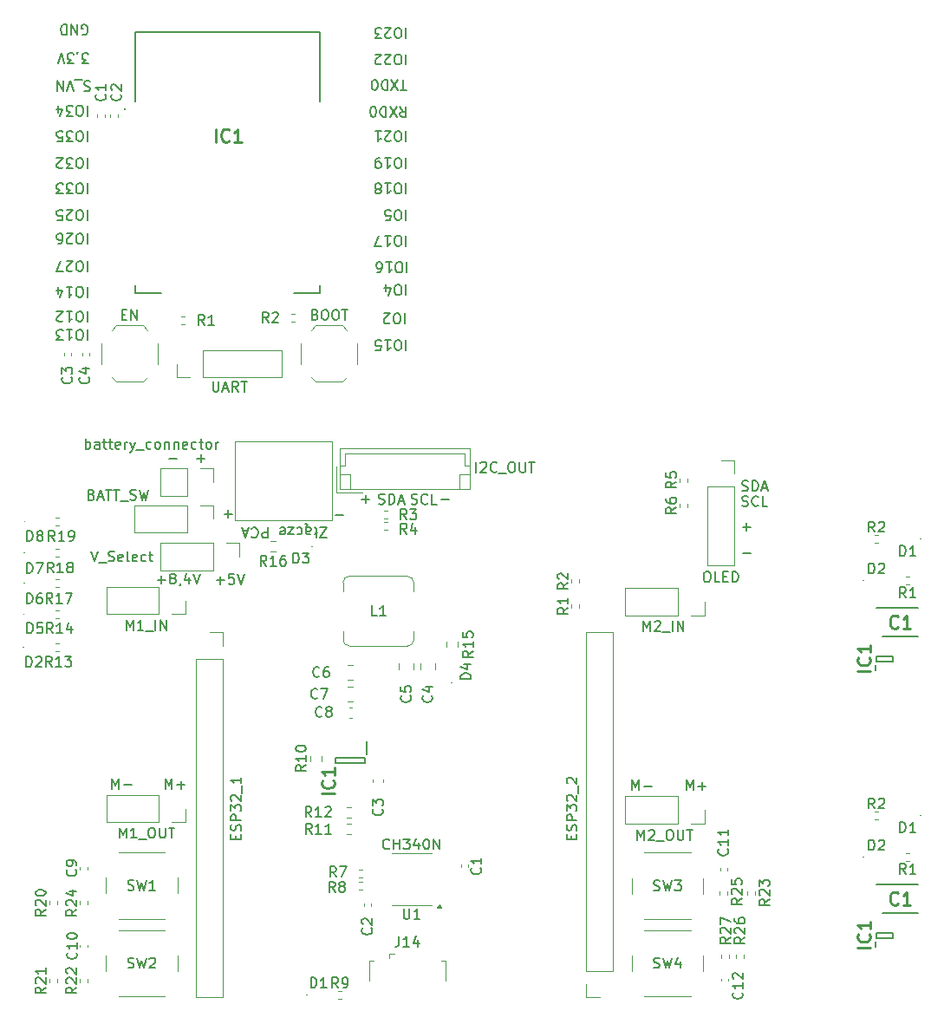
<source format=gbr>
%TF.GenerationSoftware,KiCad,Pcbnew,8.0.2*%
%TF.CreationDate,2024-05-05T14:46:41+02:00*%
%TF.ProjectId,Panelizacja,50616e65-6c69-47a6-9163-6a612e6b6963,rev?*%
%TF.SameCoordinates,Original*%
%TF.FileFunction,Legend,Top*%
%TF.FilePolarity,Positive*%
%FSLAX46Y46*%
G04 Gerber Fmt 4.6, Leading zero omitted, Abs format (unit mm)*
G04 Created by KiCad (PCBNEW 8.0.2) date 2024-05-05 14:46:41*
%MOMM*%
%LPD*%
G01*
G04 APERTURE LIST*
%ADD10C,0.160000*%
%ADD11C,0.254000*%
%ADD12C,0.120000*%
%ADD13C,0.100000*%
%ADD14C,0.200000*%
G04 APERTURE END LIST*
D10*
X47100479Y-70031224D02*
X47862384Y-70031224D01*
X53956641Y-42730700D02*
X53956641Y-43730700D01*
X53289975Y-43730700D02*
X53099499Y-43730700D01*
X53099499Y-43730700D02*
X53004261Y-43683081D01*
X53004261Y-43683081D02*
X52909023Y-43587843D01*
X52909023Y-43587843D02*
X52861404Y-43397367D01*
X52861404Y-43397367D02*
X52861404Y-43064034D01*
X52861404Y-43064034D02*
X52909023Y-42873558D01*
X52909023Y-42873558D02*
X53004261Y-42778320D01*
X53004261Y-42778320D02*
X53099499Y-42730700D01*
X53099499Y-42730700D02*
X53289975Y-42730700D01*
X53289975Y-42730700D02*
X53385213Y-42778320D01*
X53385213Y-42778320D02*
X53480451Y-42873558D01*
X53480451Y-42873558D02*
X53528070Y-43064034D01*
X53528070Y-43064034D02*
X53528070Y-43397367D01*
X53528070Y-43397367D02*
X53480451Y-43587843D01*
X53480451Y-43587843D02*
X53385213Y-43683081D01*
X53385213Y-43683081D02*
X53289975Y-43730700D01*
X51909023Y-42730700D02*
X52480451Y-42730700D01*
X52194737Y-42730700D02*
X52194737Y-43730700D01*
X52194737Y-43730700D02*
X52289975Y-43587843D01*
X52289975Y-43587843D02*
X52385213Y-43492605D01*
X52385213Y-43492605D02*
X52480451Y-43444986D01*
X51575689Y-43730700D02*
X50909023Y-43730700D01*
X50909023Y-43730700D02*
X51337594Y-42730700D01*
X57450479Y-68481224D02*
X58212384Y-68481224D01*
X53956641Y-35130700D02*
X53956641Y-36130700D01*
X53289975Y-36130700D02*
X53099499Y-36130700D01*
X53099499Y-36130700D02*
X53004261Y-36083081D01*
X53004261Y-36083081D02*
X52909023Y-35987843D01*
X52909023Y-35987843D02*
X52861404Y-35797367D01*
X52861404Y-35797367D02*
X52861404Y-35464034D01*
X52861404Y-35464034D02*
X52909023Y-35273558D01*
X52909023Y-35273558D02*
X53004261Y-35178320D01*
X53004261Y-35178320D02*
X53099499Y-35130700D01*
X53099499Y-35130700D02*
X53289975Y-35130700D01*
X53289975Y-35130700D02*
X53385213Y-35178320D01*
X53385213Y-35178320D02*
X53480451Y-35273558D01*
X53480451Y-35273558D02*
X53528070Y-35464034D01*
X53528070Y-35464034D02*
X53528070Y-35797367D01*
X53528070Y-35797367D02*
X53480451Y-35987843D01*
X53480451Y-35987843D02*
X53385213Y-36083081D01*
X53385213Y-36083081D02*
X53289975Y-36130700D01*
X51909023Y-35130700D02*
X52480451Y-35130700D01*
X52194737Y-35130700D02*
X52194737Y-36130700D01*
X52194737Y-36130700D02*
X52289975Y-35987843D01*
X52289975Y-35987843D02*
X52385213Y-35892605D01*
X52385213Y-35892605D02*
X52480451Y-35844986D01*
X51432832Y-35130700D02*
X51242356Y-35130700D01*
X51242356Y-35130700D02*
X51147118Y-35178320D01*
X51147118Y-35178320D02*
X51099499Y-35225939D01*
X51099499Y-35225939D02*
X51004261Y-35368796D01*
X51004261Y-35368796D02*
X50956642Y-35559272D01*
X50956642Y-35559272D02*
X50956642Y-35940224D01*
X50956642Y-35940224D02*
X51004261Y-36035462D01*
X51004261Y-36035462D02*
X51051880Y-36083081D01*
X51051880Y-36083081D02*
X51147118Y-36130700D01*
X51147118Y-36130700D02*
X51337594Y-36130700D01*
X51337594Y-36130700D02*
X51432832Y-36083081D01*
X51432832Y-36083081D02*
X51480451Y-36035462D01*
X51480451Y-36035462D02*
X51528070Y-35940224D01*
X51528070Y-35940224D02*
X51528070Y-35702129D01*
X51528070Y-35702129D02*
X51480451Y-35606891D01*
X51480451Y-35606891D02*
X51432832Y-35559272D01*
X51432832Y-35559272D02*
X51337594Y-35511653D01*
X51337594Y-35511653D02*
X51147118Y-35511653D01*
X51147118Y-35511653D02*
X51051880Y-35559272D01*
X51051880Y-35559272D02*
X51004261Y-35606891D01*
X51004261Y-35606891D02*
X50956642Y-35702129D01*
X22856641Y-32530700D02*
X22856641Y-33530700D01*
X22189975Y-33530700D02*
X21999499Y-33530700D01*
X21999499Y-33530700D02*
X21904261Y-33483081D01*
X21904261Y-33483081D02*
X21809023Y-33387843D01*
X21809023Y-33387843D02*
X21761404Y-33197367D01*
X21761404Y-33197367D02*
X21761404Y-32864034D01*
X21761404Y-32864034D02*
X21809023Y-32673558D01*
X21809023Y-32673558D02*
X21904261Y-32578320D01*
X21904261Y-32578320D02*
X21999499Y-32530700D01*
X21999499Y-32530700D02*
X22189975Y-32530700D01*
X22189975Y-32530700D02*
X22285213Y-32578320D01*
X22285213Y-32578320D02*
X22380451Y-32673558D01*
X22380451Y-32673558D02*
X22428070Y-32864034D01*
X22428070Y-32864034D02*
X22428070Y-33197367D01*
X22428070Y-33197367D02*
X22380451Y-33387843D01*
X22380451Y-33387843D02*
X22285213Y-33483081D01*
X22285213Y-33483081D02*
X22189975Y-33530700D01*
X21428070Y-33530700D02*
X20809023Y-33530700D01*
X20809023Y-33530700D02*
X21142356Y-33149748D01*
X21142356Y-33149748D02*
X20999499Y-33149748D01*
X20999499Y-33149748D02*
X20904261Y-33102129D01*
X20904261Y-33102129D02*
X20856642Y-33054510D01*
X20856642Y-33054510D02*
X20809023Y-32959272D01*
X20809023Y-32959272D02*
X20809023Y-32721177D01*
X20809023Y-32721177D02*
X20856642Y-32625939D01*
X20856642Y-32625939D02*
X20904261Y-32578320D01*
X20904261Y-32578320D02*
X20999499Y-32530700D01*
X20999499Y-32530700D02*
X21285213Y-32530700D01*
X21285213Y-32530700D02*
X21380451Y-32578320D01*
X21380451Y-32578320D02*
X21428070Y-32625939D01*
X19904261Y-33530700D02*
X20380451Y-33530700D01*
X20380451Y-33530700D02*
X20428070Y-33054510D01*
X20428070Y-33054510D02*
X20380451Y-33102129D01*
X20380451Y-33102129D02*
X20285213Y-33149748D01*
X20285213Y-33149748D02*
X20047118Y-33149748D01*
X20047118Y-33149748D02*
X19951880Y-33102129D01*
X19951880Y-33102129D02*
X19904261Y-33054510D01*
X19904261Y-33054510D02*
X19856642Y-32959272D01*
X19856642Y-32959272D02*
X19856642Y-32721177D01*
X19856642Y-32721177D02*
X19904261Y-32625939D01*
X19904261Y-32625939D02*
X19951880Y-32578320D01*
X19951880Y-32578320D02*
X20047118Y-32530700D01*
X20047118Y-32530700D02*
X20285213Y-32530700D01*
X20285213Y-32530700D02*
X20380451Y-32578320D01*
X20380451Y-32578320D02*
X20428070Y-32625939D01*
X53856641Y-50330700D02*
X53856641Y-51330700D01*
X53189975Y-51330700D02*
X52999499Y-51330700D01*
X52999499Y-51330700D02*
X52904261Y-51283081D01*
X52904261Y-51283081D02*
X52809023Y-51187843D01*
X52809023Y-51187843D02*
X52761404Y-50997367D01*
X52761404Y-50997367D02*
X52761404Y-50664034D01*
X52761404Y-50664034D02*
X52809023Y-50473558D01*
X52809023Y-50473558D02*
X52904261Y-50378320D01*
X52904261Y-50378320D02*
X52999499Y-50330700D01*
X52999499Y-50330700D02*
X53189975Y-50330700D01*
X53189975Y-50330700D02*
X53285213Y-50378320D01*
X53285213Y-50378320D02*
X53380451Y-50473558D01*
X53380451Y-50473558D02*
X53428070Y-50664034D01*
X53428070Y-50664034D02*
X53428070Y-50997367D01*
X53428070Y-50997367D02*
X53380451Y-51187843D01*
X53380451Y-51187843D02*
X53285213Y-51283081D01*
X53285213Y-51283081D02*
X53189975Y-51330700D01*
X52380451Y-51235462D02*
X52332832Y-51283081D01*
X52332832Y-51283081D02*
X52237594Y-51330700D01*
X52237594Y-51330700D02*
X51999499Y-51330700D01*
X51999499Y-51330700D02*
X51904261Y-51283081D01*
X51904261Y-51283081D02*
X51856642Y-51235462D01*
X51856642Y-51235462D02*
X51809023Y-51140224D01*
X51809023Y-51140224D02*
X51809023Y-51044986D01*
X51809023Y-51044986D02*
X51856642Y-50902129D01*
X51856642Y-50902129D02*
X52428070Y-50330700D01*
X52428070Y-50330700D02*
X51809023Y-50330700D01*
X22332832Y-23083081D02*
X22428070Y-23130700D01*
X22428070Y-23130700D02*
X22570927Y-23130700D01*
X22570927Y-23130700D02*
X22713784Y-23083081D01*
X22713784Y-23083081D02*
X22809022Y-22987843D01*
X22809022Y-22987843D02*
X22856641Y-22892605D01*
X22856641Y-22892605D02*
X22904260Y-22702129D01*
X22904260Y-22702129D02*
X22904260Y-22559272D01*
X22904260Y-22559272D02*
X22856641Y-22368796D01*
X22856641Y-22368796D02*
X22809022Y-22273558D01*
X22809022Y-22273558D02*
X22713784Y-22178320D01*
X22713784Y-22178320D02*
X22570927Y-22130700D01*
X22570927Y-22130700D02*
X22475689Y-22130700D01*
X22475689Y-22130700D02*
X22332832Y-22178320D01*
X22332832Y-22178320D02*
X22285213Y-22225939D01*
X22285213Y-22225939D02*
X22285213Y-22559272D01*
X22285213Y-22559272D02*
X22475689Y-22559272D01*
X21856641Y-22130700D02*
X21856641Y-23130700D01*
X21856641Y-23130700D02*
X21285213Y-22130700D01*
X21285213Y-22130700D02*
X21285213Y-23130700D01*
X20809022Y-22130700D02*
X20809022Y-23130700D01*
X20809022Y-23130700D02*
X20570927Y-23130700D01*
X20570927Y-23130700D02*
X20428070Y-23083081D01*
X20428070Y-23083081D02*
X20332832Y-22987843D01*
X20332832Y-22987843D02*
X20285213Y-22892605D01*
X20285213Y-22892605D02*
X20237594Y-22702129D01*
X20237594Y-22702129D02*
X20237594Y-22559272D01*
X20237594Y-22559272D02*
X20285213Y-22368796D01*
X20285213Y-22368796D02*
X20332832Y-22273558D01*
X20332832Y-22273558D02*
X20428070Y-22178320D01*
X20428070Y-22178320D02*
X20570927Y-22130700D01*
X20570927Y-22130700D02*
X20809022Y-22130700D01*
X22856641Y-35130700D02*
X22856641Y-36130700D01*
X22189975Y-36130700D02*
X21999499Y-36130700D01*
X21999499Y-36130700D02*
X21904261Y-36083081D01*
X21904261Y-36083081D02*
X21809023Y-35987843D01*
X21809023Y-35987843D02*
X21761404Y-35797367D01*
X21761404Y-35797367D02*
X21761404Y-35464034D01*
X21761404Y-35464034D02*
X21809023Y-35273558D01*
X21809023Y-35273558D02*
X21904261Y-35178320D01*
X21904261Y-35178320D02*
X21999499Y-35130700D01*
X21999499Y-35130700D02*
X22189975Y-35130700D01*
X22189975Y-35130700D02*
X22285213Y-35178320D01*
X22285213Y-35178320D02*
X22380451Y-35273558D01*
X22380451Y-35273558D02*
X22428070Y-35464034D01*
X22428070Y-35464034D02*
X22428070Y-35797367D01*
X22428070Y-35797367D02*
X22380451Y-35987843D01*
X22380451Y-35987843D02*
X22285213Y-36083081D01*
X22285213Y-36083081D02*
X22189975Y-36130700D01*
X21428070Y-36130700D02*
X20809023Y-36130700D01*
X20809023Y-36130700D02*
X21142356Y-35749748D01*
X21142356Y-35749748D02*
X20999499Y-35749748D01*
X20999499Y-35749748D02*
X20904261Y-35702129D01*
X20904261Y-35702129D02*
X20856642Y-35654510D01*
X20856642Y-35654510D02*
X20809023Y-35559272D01*
X20809023Y-35559272D02*
X20809023Y-35321177D01*
X20809023Y-35321177D02*
X20856642Y-35225939D01*
X20856642Y-35225939D02*
X20904261Y-35178320D01*
X20904261Y-35178320D02*
X20999499Y-35130700D01*
X20999499Y-35130700D02*
X21285213Y-35130700D01*
X21285213Y-35130700D02*
X21380451Y-35178320D01*
X21380451Y-35178320D02*
X21428070Y-35225939D01*
X20428070Y-36035462D02*
X20380451Y-36083081D01*
X20380451Y-36083081D02*
X20285213Y-36130700D01*
X20285213Y-36130700D02*
X20047118Y-36130700D01*
X20047118Y-36130700D02*
X19951880Y-36083081D01*
X19951880Y-36083081D02*
X19904261Y-36035462D01*
X19904261Y-36035462D02*
X19856642Y-35940224D01*
X19856642Y-35940224D02*
X19856642Y-35844986D01*
X19856642Y-35844986D02*
X19904261Y-35702129D01*
X19904261Y-35702129D02*
X20475689Y-35130700D01*
X20475689Y-35130700D02*
X19856642Y-35130700D01*
X22856641Y-30030700D02*
X22856641Y-31030700D01*
X22189975Y-31030700D02*
X21999499Y-31030700D01*
X21999499Y-31030700D02*
X21904261Y-30983081D01*
X21904261Y-30983081D02*
X21809023Y-30887843D01*
X21809023Y-30887843D02*
X21761404Y-30697367D01*
X21761404Y-30697367D02*
X21761404Y-30364034D01*
X21761404Y-30364034D02*
X21809023Y-30173558D01*
X21809023Y-30173558D02*
X21904261Y-30078320D01*
X21904261Y-30078320D02*
X21999499Y-30030700D01*
X21999499Y-30030700D02*
X22189975Y-30030700D01*
X22189975Y-30030700D02*
X22285213Y-30078320D01*
X22285213Y-30078320D02*
X22380451Y-30173558D01*
X22380451Y-30173558D02*
X22428070Y-30364034D01*
X22428070Y-30364034D02*
X22428070Y-30697367D01*
X22428070Y-30697367D02*
X22380451Y-30887843D01*
X22380451Y-30887843D02*
X22285213Y-30983081D01*
X22285213Y-30983081D02*
X22189975Y-31030700D01*
X21428070Y-31030700D02*
X20809023Y-31030700D01*
X20809023Y-31030700D02*
X21142356Y-30649748D01*
X21142356Y-30649748D02*
X20999499Y-30649748D01*
X20999499Y-30649748D02*
X20904261Y-30602129D01*
X20904261Y-30602129D02*
X20856642Y-30554510D01*
X20856642Y-30554510D02*
X20809023Y-30459272D01*
X20809023Y-30459272D02*
X20809023Y-30221177D01*
X20809023Y-30221177D02*
X20856642Y-30125939D01*
X20856642Y-30125939D02*
X20904261Y-30078320D01*
X20904261Y-30078320D02*
X20999499Y-30030700D01*
X20999499Y-30030700D02*
X21285213Y-30030700D01*
X21285213Y-30030700D02*
X21380451Y-30078320D01*
X21380451Y-30078320D02*
X21428070Y-30125939D01*
X19951880Y-30697367D02*
X19951880Y-30030700D01*
X20189975Y-31078320D02*
X20428070Y-30364034D01*
X20428070Y-30364034D02*
X19809023Y-30364034D01*
X23104260Y-27678320D02*
X22961403Y-27630700D01*
X22961403Y-27630700D02*
X22723308Y-27630700D01*
X22723308Y-27630700D02*
X22628070Y-27678320D01*
X22628070Y-27678320D02*
X22580451Y-27725939D01*
X22580451Y-27725939D02*
X22532832Y-27821177D01*
X22532832Y-27821177D02*
X22532832Y-27916415D01*
X22532832Y-27916415D02*
X22580451Y-28011653D01*
X22580451Y-28011653D02*
X22628070Y-28059272D01*
X22628070Y-28059272D02*
X22723308Y-28106891D01*
X22723308Y-28106891D02*
X22913784Y-28154510D01*
X22913784Y-28154510D02*
X23009022Y-28202129D01*
X23009022Y-28202129D02*
X23056641Y-28249748D01*
X23056641Y-28249748D02*
X23104260Y-28344986D01*
X23104260Y-28344986D02*
X23104260Y-28440224D01*
X23104260Y-28440224D02*
X23056641Y-28535462D01*
X23056641Y-28535462D02*
X23009022Y-28583081D01*
X23009022Y-28583081D02*
X22913784Y-28630700D01*
X22913784Y-28630700D02*
X22675689Y-28630700D01*
X22675689Y-28630700D02*
X22532832Y-28583081D01*
X22342356Y-27535462D02*
X21580451Y-27535462D01*
X21485212Y-28630700D02*
X21151879Y-27630700D01*
X21151879Y-27630700D02*
X20818546Y-28630700D01*
X20485212Y-27630700D02*
X20485212Y-28630700D01*
X20485212Y-28630700D02*
X19913784Y-27630700D01*
X19913784Y-27630700D02*
X19913784Y-28630700D01*
X53956641Y-25030700D02*
X53956641Y-26030700D01*
X53289975Y-26030700D02*
X53099499Y-26030700D01*
X53099499Y-26030700D02*
X53004261Y-25983081D01*
X53004261Y-25983081D02*
X52909023Y-25887843D01*
X52909023Y-25887843D02*
X52861404Y-25697367D01*
X52861404Y-25697367D02*
X52861404Y-25364034D01*
X52861404Y-25364034D02*
X52909023Y-25173558D01*
X52909023Y-25173558D02*
X53004261Y-25078320D01*
X53004261Y-25078320D02*
X53099499Y-25030700D01*
X53099499Y-25030700D02*
X53289975Y-25030700D01*
X53289975Y-25030700D02*
X53385213Y-25078320D01*
X53385213Y-25078320D02*
X53480451Y-25173558D01*
X53480451Y-25173558D02*
X53528070Y-25364034D01*
X53528070Y-25364034D02*
X53528070Y-25697367D01*
X53528070Y-25697367D02*
X53480451Y-25887843D01*
X53480451Y-25887843D02*
X53385213Y-25983081D01*
X53385213Y-25983081D02*
X53289975Y-26030700D01*
X52480451Y-25935462D02*
X52432832Y-25983081D01*
X52432832Y-25983081D02*
X52337594Y-26030700D01*
X52337594Y-26030700D02*
X52099499Y-26030700D01*
X52099499Y-26030700D02*
X52004261Y-25983081D01*
X52004261Y-25983081D02*
X51956642Y-25935462D01*
X51956642Y-25935462D02*
X51909023Y-25840224D01*
X51909023Y-25840224D02*
X51909023Y-25744986D01*
X51909023Y-25744986D02*
X51956642Y-25602129D01*
X51956642Y-25602129D02*
X52528070Y-25030700D01*
X52528070Y-25030700D02*
X51909023Y-25030700D01*
X51528070Y-25935462D02*
X51480451Y-25983081D01*
X51480451Y-25983081D02*
X51385213Y-26030700D01*
X51385213Y-26030700D02*
X51147118Y-26030700D01*
X51147118Y-26030700D02*
X51051880Y-25983081D01*
X51051880Y-25983081D02*
X51004261Y-25935462D01*
X51004261Y-25935462D02*
X50956642Y-25840224D01*
X50956642Y-25840224D02*
X50956642Y-25744986D01*
X50956642Y-25744986D02*
X51004261Y-25602129D01*
X51004261Y-25602129D02*
X51575689Y-25030700D01*
X51575689Y-25030700D02*
X50956642Y-25030700D01*
X53956641Y-32530700D02*
X53956641Y-33530700D01*
X53289975Y-33530700D02*
X53099499Y-33530700D01*
X53099499Y-33530700D02*
X53004261Y-33483081D01*
X53004261Y-33483081D02*
X52909023Y-33387843D01*
X52909023Y-33387843D02*
X52861404Y-33197367D01*
X52861404Y-33197367D02*
X52861404Y-32864034D01*
X52861404Y-32864034D02*
X52909023Y-32673558D01*
X52909023Y-32673558D02*
X53004261Y-32578320D01*
X53004261Y-32578320D02*
X53099499Y-32530700D01*
X53099499Y-32530700D02*
X53289975Y-32530700D01*
X53289975Y-32530700D02*
X53385213Y-32578320D01*
X53385213Y-32578320D02*
X53480451Y-32673558D01*
X53480451Y-32673558D02*
X53528070Y-32864034D01*
X53528070Y-32864034D02*
X53528070Y-33197367D01*
X53528070Y-33197367D02*
X53480451Y-33387843D01*
X53480451Y-33387843D02*
X53385213Y-33483081D01*
X53385213Y-33483081D02*
X53289975Y-33530700D01*
X52480451Y-33435462D02*
X52432832Y-33483081D01*
X52432832Y-33483081D02*
X52337594Y-33530700D01*
X52337594Y-33530700D02*
X52099499Y-33530700D01*
X52099499Y-33530700D02*
X52004261Y-33483081D01*
X52004261Y-33483081D02*
X51956642Y-33435462D01*
X51956642Y-33435462D02*
X51909023Y-33340224D01*
X51909023Y-33340224D02*
X51909023Y-33244986D01*
X51909023Y-33244986D02*
X51956642Y-33102129D01*
X51956642Y-33102129D02*
X52528070Y-32530700D01*
X52528070Y-32530700D02*
X51909023Y-32530700D01*
X50956642Y-32530700D02*
X51528070Y-32530700D01*
X51242356Y-32530700D02*
X51242356Y-33530700D01*
X51242356Y-33530700D02*
X51337594Y-33387843D01*
X51337594Y-33387843D02*
X51432832Y-33292605D01*
X51432832Y-33292605D02*
X51528070Y-33244986D01*
X51302860Y-68914558D02*
X51445717Y-68962177D01*
X51445717Y-68962177D02*
X51683812Y-68962177D01*
X51683812Y-68962177D02*
X51779050Y-68914558D01*
X51779050Y-68914558D02*
X51826669Y-68866938D01*
X51826669Y-68866938D02*
X51874288Y-68771700D01*
X51874288Y-68771700D02*
X51874288Y-68676462D01*
X51874288Y-68676462D02*
X51826669Y-68581224D01*
X51826669Y-68581224D02*
X51779050Y-68533605D01*
X51779050Y-68533605D02*
X51683812Y-68485986D01*
X51683812Y-68485986D02*
X51493336Y-68438367D01*
X51493336Y-68438367D02*
X51398098Y-68390748D01*
X51398098Y-68390748D02*
X51350479Y-68343129D01*
X51350479Y-68343129D02*
X51302860Y-68247891D01*
X51302860Y-68247891D02*
X51302860Y-68152653D01*
X51302860Y-68152653D02*
X51350479Y-68057415D01*
X51350479Y-68057415D02*
X51398098Y-68009796D01*
X51398098Y-68009796D02*
X51493336Y-67962177D01*
X51493336Y-67962177D02*
X51731431Y-67962177D01*
X51731431Y-67962177D02*
X51874288Y-68009796D01*
X52302860Y-68962177D02*
X52302860Y-67962177D01*
X52302860Y-67962177D02*
X52540955Y-67962177D01*
X52540955Y-67962177D02*
X52683812Y-68009796D01*
X52683812Y-68009796D02*
X52779050Y-68105034D01*
X52779050Y-68105034D02*
X52826669Y-68200272D01*
X52826669Y-68200272D02*
X52874288Y-68390748D01*
X52874288Y-68390748D02*
X52874288Y-68533605D01*
X52874288Y-68533605D02*
X52826669Y-68724081D01*
X52826669Y-68724081D02*
X52779050Y-68819319D01*
X52779050Y-68819319D02*
X52683812Y-68914558D01*
X52683812Y-68914558D02*
X52540955Y-68962177D01*
X52540955Y-68962177D02*
X52302860Y-68962177D01*
X53255241Y-68676462D02*
X53731431Y-68676462D01*
X53160003Y-68962177D02*
X53493336Y-67962177D01*
X53493336Y-67962177D02*
X53826669Y-68962177D01*
X53956641Y-37630700D02*
X53956641Y-38630700D01*
X53289975Y-38630700D02*
X53099499Y-38630700D01*
X53099499Y-38630700D02*
X53004261Y-38583081D01*
X53004261Y-38583081D02*
X52909023Y-38487843D01*
X52909023Y-38487843D02*
X52861404Y-38297367D01*
X52861404Y-38297367D02*
X52861404Y-37964034D01*
X52861404Y-37964034D02*
X52909023Y-37773558D01*
X52909023Y-37773558D02*
X53004261Y-37678320D01*
X53004261Y-37678320D02*
X53099499Y-37630700D01*
X53099499Y-37630700D02*
X53289975Y-37630700D01*
X53289975Y-37630700D02*
X53385213Y-37678320D01*
X53385213Y-37678320D02*
X53480451Y-37773558D01*
X53480451Y-37773558D02*
X53528070Y-37964034D01*
X53528070Y-37964034D02*
X53528070Y-38297367D01*
X53528070Y-38297367D02*
X53480451Y-38487843D01*
X53480451Y-38487843D02*
X53385213Y-38583081D01*
X53385213Y-38583081D02*
X53289975Y-38630700D01*
X51909023Y-37630700D02*
X52480451Y-37630700D01*
X52194737Y-37630700D02*
X52194737Y-38630700D01*
X52194737Y-38630700D02*
X52289975Y-38487843D01*
X52289975Y-38487843D02*
X52385213Y-38392605D01*
X52385213Y-38392605D02*
X52480451Y-38344986D01*
X51337594Y-38202129D02*
X51432832Y-38249748D01*
X51432832Y-38249748D02*
X51480451Y-38297367D01*
X51480451Y-38297367D02*
X51528070Y-38392605D01*
X51528070Y-38392605D02*
X51528070Y-38440224D01*
X51528070Y-38440224D02*
X51480451Y-38535462D01*
X51480451Y-38535462D02*
X51432832Y-38583081D01*
X51432832Y-38583081D02*
X51337594Y-38630700D01*
X51337594Y-38630700D02*
X51147118Y-38630700D01*
X51147118Y-38630700D02*
X51051880Y-38583081D01*
X51051880Y-38583081D02*
X51004261Y-38535462D01*
X51004261Y-38535462D02*
X50956642Y-38440224D01*
X50956642Y-38440224D02*
X50956642Y-38392605D01*
X50956642Y-38392605D02*
X51004261Y-38297367D01*
X51004261Y-38297367D02*
X51051880Y-38249748D01*
X51051880Y-38249748D02*
X51147118Y-38202129D01*
X51147118Y-38202129D02*
X51337594Y-38202129D01*
X51337594Y-38202129D02*
X51432832Y-38154510D01*
X51432832Y-38154510D02*
X51480451Y-38106891D01*
X51480451Y-38106891D02*
X51528070Y-38011653D01*
X51528070Y-38011653D02*
X51528070Y-37821177D01*
X51528070Y-37821177D02*
X51480451Y-37725939D01*
X51480451Y-37725939D02*
X51432832Y-37678320D01*
X51432832Y-37678320D02*
X51337594Y-37630700D01*
X51337594Y-37630700D02*
X51147118Y-37630700D01*
X51147118Y-37630700D02*
X51051880Y-37678320D01*
X51051880Y-37678320D02*
X51004261Y-37725939D01*
X51004261Y-37725939D02*
X50956642Y-37821177D01*
X50956642Y-37821177D02*
X50956642Y-38011653D01*
X50956642Y-38011653D02*
X51004261Y-38106891D01*
X51004261Y-38106891D02*
X51051880Y-38154510D01*
X51051880Y-38154510D02*
X51147118Y-38202129D01*
X54502860Y-68914558D02*
X54645717Y-68962177D01*
X54645717Y-68962177D02*
X54883812Y-68962177D01*
X54883812Y-68962177D02*
X54979050Y-68914558D01*
X54979050Y-68914558D02*
X55026669Y-68866938D01*
X55026669Y-68866938D02*
X55074288Y-68771700D01*
X55074288Y-68771700D02*
X55074288Y-68676462D01*
X55074288Y-68676462D02*
X55026669Y-68581224D01*
X55026669Y-68581224D02*
X54979050Y-68533605D01*
X54979050Y-68533605D02*
X54883812Y-68485986D01*
X54883812Y-68485986D02*
X54693336Y-68438367D01*
X54693336Y-68438367D02*
X54598098Y-68390748D01*
X54598098Y-68390748D02*
X54550479Y-68343129D01*
X54550479Y-68343129D02*
X54502860Y-68247891D01*
X54502860Y-68247891D02*
X54502860Y-68152653D01*
X54502860Y-68152653D02*
X54550479Y-68057415D01*
X54550479Y-68057415D02*
X54598098Y-68009796D01*
X54598098Y-68009796D02*
X54693336Y-67962177D01*
X54693336Y-67962177D02*
X54931431Y-67962177D01*
X54931431Y-67962177D02*
X55074288Y-68009796D01*
X56074288Y-68866938D02*
X56026669Y-68914558D01*
X56026669Y-68914558D02*
X55883812Y-68962177D01*
X55883812Y-68962177D02*
X55788574Y-68962177D01*
X55788574Y-68962177D02*
X55645717Y-68914558D01*
X55645717Y-68914558D02*
X55550479Y-68819319D01*
X55550479Y-68819319D02*
X55502860Y-68724081D01*
X55502860Y-68724081D02*
X55455241Y-68533605D01*
X55455241Y-68533605D02*
X55455241Y-68390748D01*
X55455241Y-68390748D02*
X55502860Y-68200272D01*
X55502860Y-68200272D02*
X55550479Y-68105034D01*
X55550479Y-68105034D02*
X55645717Y-68009796D01*
X55645717Y-68009796D02*
X55788574Y-67962177D01*
X55788574Y-67962177D02*
X55883812Y-67962177D01*
X55883812Y-67962177D02*
X56026669Y-68009796D01*
X56026669Y-68009796D02*
X56074288Y-68057415D01*
X56979050Y-68962177D02*
X56502860Y-68962177D01*
X56502860Y-68962177D02*
X56502860Y-67962177D01*
X53999498Y-28530700D02*
X53428070Y-28530700D01*
X53713784Y-27530700D02*
X53713784Y-28530700D01*
X53189974Y-28530700D02*
X52523308Y-27530700D01*
X52523308Y-28530700D02*
X53189974Y-27530700D01*
X52142355Y-27530700D02*
X52142355Y-28530700D01*
X52142355Y-28530700D02*
X51904260Y-28530700D01*
X51904260Y-28530700D02*
X51761403Y-28483081D01*
X51761403Y-28483081D02*
X51666165Y-28387843D01*
X51666165Y-28387843D02*
X51618546Y-28292605D01*
X51618546Y-28292605D02*
X51570927Y-28102129D01*
X51570927Y-28102129D02*
X51570927Y-27959272D01*
X51570927Y-27959272D02*
X51618546Y-27768796D01*
X51618546Y-27768796D02*
X51666165Y-27673558D01*
X51666165Y-27673558D02*
X51761403Y-27578320D01*
X51761403Y-27578320D02*
X51904260Y-27530700D01*
X51904260Y-27530700D02*
X52142355Y-27530700D01*
X50951879Y-28530700D02*
X50856641Y-28530700D01*
X50856641Y-28530700D02*
X50761403Y-28483081D01*
X50761403Y-28483081D02*
X50713784Y-28435462D01*
X50713784Y-28435462D02*
X50666165Y-28340224D01*
X50666165Y-28340224D02*
X50618546Y-28149748D01*
X50618546Y-28149748D02*
X50618546Y-27911653D01*
X50618546Y-27911653D02*
X50666165Y-27721177D01*
X50666165Y-27721177D02*
X50713784Y-27625939D01*
X50713784Y-27625939D02*
X50761403Y-27578320D01*
X50761403Y-27578320D02*
X50856641Y-27530700D01*
X50856641Y-27530700D02*
X50951879Y-27530700D01*
X50951879Y-27530700D02*
X51047117Y-27578320D01*
X51047117Y-27578320D02*
X51094736Y-27625939D01*
X51094736Y-27625939D02*
X51142355Y-27721177D01*
X51142355Y-27721177D02*
X51189974Y-27911653D01*
X51189974Y-27911653D02*
X51189974Y-28149748D01*
X51189974Y-28149748D02*
X51142355Y-28340224D01*
X51142355Y-28340224D02*
X51094736Y-28435462D01*
X51094736Y-28435462D02*
X51047117Y-28483081D01*
X51047117Y-28483081D02*
X50951879Y-28530700D01*
X86802860Y-69114558D02*
X86945717Y-69162177D01*
X86945717Y-69162177D02*
X87183812Y-69162177D01*
X87183812Y-69162177D02*
X87279050Y-69114558D01*
X87279050Y-69114558D02*
X87326669Y-69066938D01*
X87326669Y-69066938D02*
X87374288Y-68971700D01*
X87374288Y-68971700D02*
X87374288Y-68876462D01*
X87374288Y-68876462D02*
X87326669Y-68781224D01*
X87326669Y-68781224D02*
X87279050Y-68733605D01*
X87279050Y-68733605D02*
X87183812Y-68685986D01*
X87183812Y-68685986D02*
X86993336Y-68638367D01*
X86993336Y-68638367D02*
X86898098Y-68590748D01*
X86898098Y-68590748D02*
X86850479Y-68543129D01*
X86850479Y-68543129D02*
X86802860Y-68447891D01*
X86802860Y-68447891D02*
X86802860Y-68352653D01*
X86802860Y-68352653D02*
X86850479Y-68257415D01*
X86850479Y-68257415D02*
X86898098Y-68209796D01*
X86898098Y-68209796D02*
X86993336Y-68162177D01*
X86993336Y-68162177D02*
X87231431Y-68162177D01*
X87231431Y-68162177D02*
X87374288Y-68209796D01*
X88374288Y-69066938D02*
X88326669Y-69114558D01*
X88326669Y-69114558D02*
X88183812Y-69162177D01*
X88183812Y-69162177D02*
X88088574Y-69162177D01*
X88088574Y-69162177D02*
X87945717Y-69114558D01*
X87945717Y-69114558D02*
X87850479Y-69019319D01*
X87850479Y-69019319D02*
X87802860Y-68924081D01*
X87802860Y-68924081D02*
X87755241Y-68733605D01*
X87755241Y-68733605D02*
X87755241Y-68590748D01*
X87755241Y-68590748D02*
X87802860Y-68400272D01*
X87802860Y-68400272D02*
X87850479Y-68305034D01*
X87850479Y-68305034D02*
X87945717Y-68209796D01*
X87945717Y-68209796D02*
X88088574Y-68162177D01*
X88088574Y-68162177D02*
X88183812Y-68162177D01*
X88183812Y-68162177D02*
X88326669Y-68209796D01*
X88326669Y-68209796D02*
X88374288Y-68257415D01*
X89279050Y-69162177D02*
X88802860Y-69162177D01*
X88802860Y-69162177D02*
X88802860Y-68162177D01*
X36210479Y-69901224D02*
X36972384Y-69901224D01*
X36591431Y-70282177D02*
X36591431Y-69520272D01*
X30850479Y-64481224D02*
X31612384Y-64481224D01*
X86802860Y-67614558D02*
X86945717Y-67662177D01*
X86945717Y-67662177D02*
X87183812Y-67662177D01*
X87183812Y-67662177D02*
X87279050Y-67614558D01*
X87279050Y-67614558D02*
X87326669Y-67566938D01*
X87326669Y-67566938D02*
X87374288Y-67471700D01*
X87374288Y-67471700D02*
X87374288Y-67376462D01*
X87374288Y-67376462D02*
X87326669Y-67281224D01*
X87326669Y-67281224D02*
X87279050Y-67233605D01*
X87279050Y-67233605D02*
X87183812Y-67185986D01*
X87183812Y-67185986D02*
X86993336Y-67138367D01*
X86993336Y-67138367D02*
X86898098Y-67090748D01*
X86898098Y-67090748D02*
X86850479Y-67043129D01*
X86850479Y-67043129D02*
X86802860Y-66947891D01*
X86802860Y-66947891D02*
X86802860Y-66852653D01*
X86802860Y-66852653D02*
X86850479Y-66757415D01*
X86850479Y-66757415D02*
X86898098Y-66709796D01*
X86898098Y-66709796D02*
X86993336Y-66662177D01*
X86993336Y-66662177D02*
X87231431Y-66662177D01*
X87231431Y-66662177D02*
X87374288Y-66709796D01*
X87802860Y-67662177D02*
X87802860Y-66662177D01*
X87802860Y-66662177D02*
X88040955Y-66662177D01*
X88040955Y-66662177D02*
X88183812Y-66709796D01*
X88183812Y-66709796D02*
X88279050Y-66805034D01*
X88279050Y-66805034D02*
X88326669Y-66900272D01*
X88326669Y-66900272D02*
X88374288Y-67090748D01*
X88374288Y-67090748D02*
X88374288Y-67233605D01*
X88374288Y-67233605D02*
X88326669Y-67424081D01*
X88326669Y-67424081D02*
X88279050Y-67519319D01*
X88279050Y-67519319D02*
X88183812Y-67614558D01*
X88183812Y-67614558D02*
X88040955Y-67662177D01*
X88040955Y-67662177D02*
X87802860Y-67662177D01*
X88755241Y-67376462D02*
X89231431Y-67376462D01*
X88660003Y-67662177D02*
X88993336Y-66662177D01*
X88993336Y-66662177D02*
X89326669Y-67662177D01*
X22856641Y-40230700D02*
X22856641Y-41230700D01*
X22189975Y-41230700D02*
X21999499Y-41230700D01*
X21999499Y-41230700D02*
X21904261Y-41183081D01*
X21904261Y-41183081D02*
X21809023Y-41087843D01*
X21809023Y-41087843D02*
X21761404Y-40897367D01*
X21761404Y-40897367D02*
X21761404Y-40564034D01*
X21761404Y-40564034D02*
X21809023Y-40373558D01*
X21809023Y-40373558D02*
X21904261Y-40278320D01*
X21904261Y-40278320D02*
X21999499Y-40230700D01*
X21999499Y-40230700D02*
X22189975Y-40230700D01*
X22189975Y-40230700D02*
X22285213Y-40278320D01*
X22285213Y-40278320D02*
X22380451Y-40373558D01*
X22380451Y-40373558D02*
X22428070Y-40564034D01*
X22428070Y-40564034D02*
X22428070Y-40897367D01*
X22428070Y-40897367D02*
X22380451Y-41087843D01*
X22380451Y-41087843D02*
X22285213Y-41183081D01*
X22285213Y-41183081D02*
X22189975Y-41230700D01*
X21380451Y-41135462D02*
X21332832Y-41183081D01*
X21332832Y-41183081D02*
X21237594Y-41230700D01*
X21237594Y-41230700D02*
X20999499Y-41230700D01*
X20999499Y-41230700D02*
X20904261Y-41183081D01*
X20904261Y-41183081D02*
X20856642Y-41135462D01*
X20856642Y-41135462D02*
X20809023Y-41040224D01*
X20809023Y-41040224D02*
X20809023Y-40944986D01*
X20809023Y-40944986D02*
X20856642Y-40802129D01*
X20856642Y-40802129D02*
X21428070Y-40230700D01*
X21428070Y-40230700D02*
X20809023Y-40230700D01*
X19904261Y-41230700D02*
X20380451Y-41230700D01*
X20380451Y-41230700D02*
X20428070Y-40754510D01*
X20428070Y-40754510D02*
X20380451Y-40802129D01*
X20380451Y-40802129D02*
X20285213Y-40849748D01*
X20285213Y-40849748D02*
X20047118Y-40849748D01*
X20047118Y-40849748D02*
X19951880Y-40802129D01*
X19951880Y-40802129D02*
X19904261Y-40754510D01*
X19904261Y-40754510D02*
X19856642Y-40659272D01*
X19856642Y-40659272D02*
X19856642Y-40421177D01*
X19856642Y-40421177D02*
X19904261Y-40325939D01*
X19904261Y-40325939D02*
X19951880Y-40278320D01*
X19951880Y-40278320D02*
X20047118Y-40230700D01*
X20047118Y-40230700D02*
X20285213Y-40230700D01*
X20285213Y-40230700D02*
X20380451Y-40278320D01*
X20380451Y-40278320D02*
X20428070Y-40325939D01*
X22951879Y-25930700D02*
X22332832Y-25930700D01*
X22332832Y-25930700D02*
X22666165Y-25549748D01*
X22666165Y-25549748D02*
X22523308Y-25549748D01*
X22523308Y-25549748D02*
X22428070Y-25502129D01*
X22428070Y-25502129D02*
X22380451Y-25454510D01*
X22380451Y-25454510D02*
X22332832Y-25359272D01*
X22332832Y-25359272D02*
X22332832Y-25121177D01*
X22332832Y-25121177D02*
X22380451Y-25025939D01*
X22380451Y-25025939D02*
X22428070Y-24978320D01*
X22428070Y-24978320D02*
X22523308Y-24930700D01*
X22523308Y-24930700D02*
X22809022Y-24930700D01*
X22809022Y-24930700D02*
X22904260Y-24978320D01*
X22904260Y-24978320D02*
X22951879Y-25025939D01*
X21856641Y-24978320D02*
X21856641Y-24930700D01*
X21856641Y-24930700D02*
X21904260Y-24835462D01*
X21904260Y-24835462D02*
X21951879Y-24787843D01*
X21523308Y-25930700D02*
X20904261Y-25930700D01*
X20904261Y-25930700D02*
X21237594Y-25549748D01*
X21237594Y-25549748D02*
X21094737Y-25549748D01*
X21094737Y-25549748D02*
X20999499Y-25502129D01*
X20999499Y-25502129D02*
X20951880Y-25454510D01*
X20951880Y-25454510D02*
X20904261Y-25359272D01*
X20904261Y-25359272D02*
X20904261Y-25121177D01*
X20904261Y-25121177D02*
X20951880Y-25025939D01*
X20951880Y-25025939D02*
X20999499Y-24978320D01*
X20999499Y-24978320D02*
X21094737Y-24930700D01*
X21094737Y-24930700D02*
X21380451Y-24930700D01*
X21380451Y-24930700D02*
X21475689Y-24978320D01*
X21475689Y-24978320D02*
X21523308Y-25025939D01*
X20618546Y-25930700D02*
X20285213Y-24930700D01*
X20285213Y-24930700D02*
X19951880Y-25930700D01*
X53956641Y-22430700D02*
X53956641Y-23430700D01*
X53289975Y-23430700D02*
X53099499Y-23430700D01*
X53099499Y-23430700D02*
X53004261Y-23383081D01*
X53004261Y-23383081D02*
X52909023Y-23287843D01*
X52909023Y-23287843D02*
X52861404Y-23097367D01*
X52861404Y-23097367D02*
X52861404Y-22764034D01*
X52861404Y-22764034D02*
X52909023Y-22573558D01*
X52909023Y-22573558D02*
X53004261Y-22478320D01*
X53004261Y-22478320D02*
X53099499Y-22430700D01*
X53099499Y-22430700D02*
X53289975Y-22430700D01*
X53289975Y-22430700D02*
X53385213Y-22478320D01*
X53385213Y-22478320D02*
X53480451Y-22573558D01*
X53480451Y-22573558D02*
X53528070Y-22764034D01*
X53528070Y-22764034D02*
X53528070Y-23097367D01*
X53528070Y-23097367D02*
X53480451Y-23287843D01*
X53480451Y-23287843D02*
X53385213Y-23383081D01*
X53385213Y-23383081D02*
X53289975Y-23430700D01*
X52480451Y-23335462D02*
X52432832Y-23383081D01*
X52432832Y-23383081D02*
X52337594Y-23430700D01*
X52337594Y-23430700D02*
X52099499Y-23430700D01*
X52099499Y-23430700D02*
X52004261Y-23383081D01*
X52004261Y-23383081D02*
X51956642Y-23335462D01*
X51956642Y-23335462D02*
X51909023Y-23240224D01*
X51909023Y-23240224D02*
X51909023Y-23144986D01*
X51909023Y-23144986D02*
X51956642Y-23002129D01*
X51956642Y-23002129D02*
X52528070Y-22430700D01*
X52528070Y-22430700D02*
X51909023Y-22430700D01*
X51575689Y-23430700D02*
X50956642Y-23430700D01*
X50956642Y-23430700D02*
X51289975Y-23049748D01*
X51289975Y-23049748D02*
X51147118Y-23049748D01*
X51147118Y-23049748D02*
X51051880Y-23002129D01*
X51051880Y-23002129D02*
X51004261Y-22954510D01*
X51004261Y-22954510D02*
X50956642Y-22859272D01*
X50956642Y-22859272D02*
X50956642Y-22621177D01*
X50956642Y-22621177D02*
X51004261Y-22525939D01*
X51004261Y-22525939D02*
X51051880Y-22478320D01*
X51051880Y-22478320D02*
X51147118Y-22430700D01*
X51147118Y-22430700D02*
X51432832Y-22430700D01*
X51432832Y-22430700D02*
X51528070Y-22478320D01*
X51528070Y-22478320D02*
X51575689Y-22525939D01*
X86850479Y-71181224D02*
X87612384Y-71181224D01*
X87231431Y-71562177D02*
X87231431Y-70800272D01*
X53956641Y-47530700D02*
X53956641Y-48530700D01*
X53289975Y-48530700D02*
X53099499Y-48530700D01*
X53099499Y-48530700D02*
X53004261Y-48483081D01*
X53004261Y-48483081D02*
X52909023Y-48387843D01*
X52909023Y-48387843D02*
X52861404Y-48197367D01*
X52861404Y-48197367D02*
X52861404Y-47864034D01*
X52861404Y-47864034D02*
X52909023Y-47673558D01*
X52909023Y-47673558D02*
X53004261Y-47578320D01*
X53004261Y-47578320D02*
X53099499Y-47530700D01*
X53099499Y-47530700D02*
X53289975Y-47530700D01*
X53289975Y-47530700D02*
X53385213Y-47578320D01*
X53385213Y-47578320D02*
X53480451Y-47673558D01*
X53480451Y-47673558D02*
X53528070Y-47864034D01*
X53528070Y-47864034D02*
X53528070Y-48197367D01*
X53528070Y-48197367D02*
X53480451Y-48387843D01*
X53480451Y-48387843D02*
X53385213Y-48483081D01*
X53385213Y-48483081D02*
X53289975Y-48530700D01*
X52004261Y-48197367D02*
X52004261Y-47530700D01*
X52242356Y-48578320D02*
X52480451Y-47864034D01*
X52480451Y-47864034D02*
X51861404Y-47864034D01*
X22856641Y-37630700D02*
X22856641Y-38630700D01*
X22189975Y-38630700D02*
X21999499Y-38630700D01*
X21999499Y-38630700D02*
X21904261Y-38583081D01*
X21904261Y-38583081D02*
X21809023Y-38487843D01*
X21809023Y-38487843D02*
X21761404Y-38297367D01*
X21761404Y-38297367D02*
X21761404Y-37964034D01*
X21761404Y-37964034D02*
X21809023Y-37773558D01*
X21809023Y-37773558D02*
X21904261Y-37678320D01*
X21904261Y-37678320D02*
X21999499Y-37630700D01*
X21999499Y-37630700D02*
X22189975Y-37630700D01*
X22189975Y-37630700D02*
X22285213Y-37678320D01*
X22285213Y-37678320D02*
X22380451Y-37773558D01*
X22380451Y-37773558D02*
X22428070Y-37964034D01*
X22428070Y-37964034D02*
X22428070Y-38297367D01*
X22428070Y-38297367D02*
X22380451Y-38487843D01*
X22380451Y-38487843D02*
X22285213Y-38583081D01*
X22285213Y-38583081D02*
X22189975Y-38630700D01*
X21428070Y-38630700D02*
X20809023Y-38630700D01*
X20809023Y-38630700D02*
X21142356Y-38249748D01*
X21142356Y-38249748D02*
X20999499Y-38249748D01*
X20999499Y-38249748D02*
X20904261Y-38202129D01*
X20904261Y-38202129D02*
X20856642Y-38154510D01*
X20856642Y-38154510D02*
X20809023Y-38059272D01*
X20809023Y-38059272D02*
X20809023Y-37821177D01*
X20809023Y-37821177D02*
X20856642Y-37725939D01*
X20856642Y-37725939D02*
X20904261Y-37678320D01*
X20904261Y-37678320D02*
X20999499Y-37630700D01*
X20999499Y-37630700D02*
X21285213Y-37630700D01*
X21285213Y-37630700D02*
X21380451Y-37678320D01*
X21380451Y-37678320D02*
X21428070Y-37725939D01*
X20475689Y-38630700D02*
X19856642Y-38630700D01*
X19856642Y-38630700D02*
X20189975Y-38249748D01*
X20189975Y-38249748D02*
X20047118Y-38249748D01*
X20047118Y-38249748D02*
X19951880Y-38202129D01*
X19951880Y-38202129D02*
X19904261Y-38154510D01*
X19904261Y-38154510D02*
X19856642Y-38059272D01*
X19856642Y-38059272D02*
X19856642Y-37821177D01*
X19856642Y-37821177D02*
X19904261Y-37725939D01*
X19904261Y-37725939D02*
X19951880Y-37678320D01*
X19951880Y-37678320D02*
X20047118Y-37630700D01*
X20047118Y-37630700D02*
X20332832Y-37630700D01*
X20332832Y-37630700D02*
X20428070Y-37678320D01*
X20428070Y-37678320D02*
X20475689Y-37725939D01*
X22856641Y-50130700D02*
X22856641Y-51130700D01*
X22189975Y-51130700D02*
X21999499Y-51130700D01*
X21999499Y-51130700D02*
X21904261Y-51083081D01*
X21904261Y-51083081D02*
X21809023Y-50987843D01*
X21809023Y-50987843D02*
X21761404Y-50797367D01*
X21761404Y-50797367D02*
X21761404Y-50464034D01*
X21761404Y-50464034D02*
X21809023Y-50273558D01*
X21809023Y-50273558D02*
X21904261Y-50178320D01*
X21904261Y-50178320D02*
X21999499Y-50130700D01*
X21999499Y-50130700D02*
X22189975Y-50130700D01*
X22189975Y-50130700D02*
X22285213Y-50178320D01*
X22285213Y-50178320D02*
X22380451Y-50273558D01*
X22380451Y-50273558D02*
X22428070Y-50464034D01*
X22428070Y-50464034D02*
X22428070Y-50797367D01*
X22428070Y-50797367D02*
X22380451Y-50987843D01*
X22380451Y-50987843D02*
X22285213Y-51083081D01*
X22285213Y-51083081D02*
X22189975Y-51130700D01*
X20809023Y-50130700D02*
X21380451Y-50130700D01*
X21094737Y-50130700D02*
X21094737Y-51130700D01*
X21094737Y-51130700D02*
X21189975Y-50987843D01*
X21189975Y-50987843D02*
X21285213Y-50892605D01*
X21285213Y-50892605D02*
X21380451Y-50844986D01*
X20428070Y-51035462D02*
X20380451Y-51083081D01*
X20380451Y-51083081D02*
X20285213Y-51130700D01*
X20285213Y-51130700D02*
X20047118Y-51130700D01*
X20047118Y-51130700D02*
X19951880Y-51083081D01*
X19951880Y-51083081D02*
X19904261Y-51035462D01*
X19904261Y-51035462D02*
X19856642Y-50940224D01*
X19856642Y-50940224D02*
X19856642Y-50844986D01*
X19856642Y-50844986D02*
X19904261Y-50702129D01*
X19904261Y-50702129D02*
X20475689Y-50130700D01*
X20475689Y-50130700D02*
X19856642Y-50130700D01*
X86850479Y-73781224D02*
X87612384Y-73781224D01*
X29700479Y-76361224D02*
X30462384Y-76361224D01*
X30081431Y-76742177D02*
X30081431Y-75980272D01*
X31081431Y-76170748D02*
X30986193Y-76123129D01*
X30986193Y-76123129D02*
X30938574Y-76075510D01*
X30938574Y-76075510D02*
X30890955Y-75980272D01*
X30890955Y-75980272D02*
X30890955Y-75932653D01*
X30890955Y-75932653D02*
X30938574Y-75837415D01*
X30938574Y-75837415D02*
X30986193Y-75789796D01*
X30986193Y-75789796D02*
X31081431Y-75742177D01*
X31081431Y-75742177D02*
X31271907Y-75742177D01*
X31271907Y-75742177D02*
X31367145Y-75789796D01*
X31367145Y-75789796D02*
X31414764Y-75837415D01*
X31414764Y-75837415D02*
X31462383Y-75932653D01*
X31462383Y-75932653D02*
X31462383Y-75980272D01*
X31462383Y-75980272D02*
X31414764Y-76075510D01*
X31414764Y-76075510D02*
X31367145Y-76123129D01*
X31367145Y-76123129D02*
X31271907Y-76170748D01*
X31271907Y-76170748D02*
X31081431Y-76170748D01*
X31081431Y-76170748D02*
X30986193Y-76218367D01*
X30986193Y-76218367D02*
X30938574Y-76265986D01*
X30938574Y-76265986D02*
X30890955Y-76361224D01*
X30890955Y-76361224D02*
X30890955Y-76551700D01*
X30890955Y-76551700D02*
X30938574Y-76646938D01*
X30938574Y-76646938D02*
X30986193Y-76694558D01*
X30986193Y-76694558D02*
X31081431Y-76742177D01*
X31081431Y-76742177D02*
X31271907Y-76742177D01*
X31271907Y-76742177D02*
X31367145Y-76694558D01*
X31367145Y-76694558D02*
X31414764Y-76646938D01*
X31414764Y-76646938D02*
X31462383Y-76551700D01*
X31462383Y-76551700D02*
X31462383Y-76361224D01*
X31462383Y-76361224D02*
X31414764Y-76265986D01*
X31414764Y-76265986D02*
X31367145Y-76218367D01*
X31367145Y-76218367D02*
X31271907Y-76170748D01*
X31938574Y-76694558D02*
X31938574Y-76742177D01*
X31938574Y-76742177D02*
X31890955Y-76837415D01*
X31890955Y-76837415D02*
X31843336Y-76885034D01*
X32795716Y-76075510D02*
X32795716Y-76742177D01*
X32557621Y-75694558D02*
X32319526Y-76408843D01*
X32319526Y-76408843D02*
X32938573Y-76408843D01*
X33176669Y-75742177D02*
X33510002Y-76742177D01*
X33510002Y-76742177D02*
X33843335Y-75742177D01*
X54056641Y-45330700D02*
X54056641Y-46330700D01*
X53389975Y-46330700D02*
X53199499Y-46330700D01*
X53199499Y-46330700D02*
X53104261Y-46283081D01*
X53104261Y-46283081D02*
X53009023Y-46187843D01*
X53009023Y-46187843D02*
X52961404Y-45997367D01*
X52961404Y-45997367D02*
X52961404Y-45664034D01*
X52961404Y-45664034D02*
X53009023Y-45473558D01*
X53009023Y-45473558D02*
X53104261Y-45378320D01*
X53104261Y-45378320D02*
X53199499Y-45330700D01*
X53199499Y-45330700D02*
X53389975Y-45330700D01*
X53389975Y-45330700D02*
X53485213Y-45378320D01*
X53485213Y-45378320D02*
X53580451Y-45473558D01*
X53580451Y-45473558D02*
X53628070Y-45664034D01*
X53628070Y-45664034D02*
X53628070Y-45997367D01*
X53628070Y-45997367D02*
X53580451Y-46187843D01*
X53580451Y-46187843D02*
X53485213Y-46283081D01*
X53485213Y-46283081D02*
X53389975Y-46330700D01*
X52009023Y-45330700D02*
X52580451Y-45330700D01*
X52294737Y-45330700D02*
X52294737Y-46330700D01*
X52294737Y-46330700D02*
X52389975Y-46187843D01*
X52389975Y-46187843D02*
X52485213Y-46092605D01*
X52485213Y-46092605D02*
X52580451Y-46044986D01*
X51151880Y-46330700D02*
X51342356Y-46330700D01*
X51342356Y-46330700D02*
X51437594Y-46283081D01*
X51437594Y-46283081D02*
X51485213Y-46235462D01*
X51485213Y-46235462D02*
X51580451Y-46092605D01*
X51580451Y-46092605D02*
X51628070Y-45902129D01*
X51628070Y-45902129D02*
X51628070Y-45521177D01*
X51628070Y-45521177D02*
X51580451Y-45425939D01*
X51580451Y-45425939D02*
X51532832Y-45378320D01*
X51532832Y-45378320D02*
X51437594Y-45330700D01*
X51437594Y-45330700D02*
X51247118Y-45330700D01*
X51247118Y-45330700D02*
X51151880Y-45378320D01*
X51151880Y-45378320D02*
X51104261Y-45425939D01*
X51104261Y-45425939D02*
X51056642Y-45521177D01*
X51056642Y-45521177D02*
X51056642Y-45759272D01*
X51056642Y-45759272D02*
X51104261Y-45854510D01*
X51104261Y-45854510D02*
X51151880Y-45902129D01*
X51151880Y-45902129D02*
X51247118Y-45949748D01*
X51247118Y-45949748D02*
X51437594Y-45949748D01*
X51437594Y-45949748D02*
X51532832Y-45902129D01*
X51532832Y-45902129D02*
X51580451Y-45854510D01*
X51580451Y-45854510D02*
X51628070Y-45759272D01*
X53385213Y-30130700D02*
X53718546Y-30606891D01*
X53956641Y-30130700D02*
X53956641Y-31130700D01*
X53956641Y-31130700D02*
X53575689Y-31130700D01*
X53575689Y-31130700D02*
X53480451Y-31083081D01*
X53480451Y-31083081D02*
X53432832Y-31035462D01*
X53432832Y-31035462D02*
X53385213Y-30940224D01*
X53385213Y-30940224D02*
X53385213Y-30797367D01*
X53385213Y-30797367D02*
X53432832Y-30702129D01*
X53432832Y-30702129D02*
X53480451Y-30654510D01*
X53480451Y-30654510D02*
X53575689Y-30606891D01*
X53575689Y-30606891D02*
X53956641Y-30606891D01*
X53051879Y-31130700D02*
X52385213Y-30130700D01*
X52385213Y-31130700D02*
X53051879Y-30130700D01*
X52004260Y-30130700D02*
X52004260Y-31130700D01*
X52004260Y-31130700D02*
X51766165Y-31130700D01*
X51766165Y-31130700D02*
X51623308Y-31083081D01*
X51623308Y-31083081D02*
X51528070Y-30987843D01*
X51528070Y-30987843D02*
X51480451Y-30892605D01*
X51480451Y-30892605D02*
X51432832Y-30702129D01*
X51432832Y-30702129D02*
X51432832Y-30559272D01*
X51432832Y-30559272D02*
X51480451Y-30368796D01*
X51480451Y-30368796D02*
X51528070Y-30273558D01*
X51528070Y-30273558D02*
X51623308Y-30178320D01*
X51623308Y-30178320D02*
X51766165Y-30130700D01*
X51766165Y-30130700D02*
X52004260Y-30130700D01*
X50813784Y-31130700D02*
X50718546Y-31130700D01*
X50718546Y-31130700D02*
X50623308Y-31083081D01*
X50623308Y-31083081D02*
X50575689Y-31035462D01*
X50575689Y-31035462D02*
X50528070Y-30940224D01*
X50528070Y-30940224D02*
X50480451Y-30749748D01*
X50480451Y-30749748D02*
X50480451Y-30511653D01*
X50480451Y-30511653D02*
X50528070Y-30321177D01*
X50528070Y-30321177D02*
X50575689Y-30225939D01*
X50575689Y-30225939D02*
X50623308Y-30178320D01*
X50623308Y-30178320D02*
X50718546Y-30130700D01*
X50718546Y-30130700D02*
X50813784Y-30130700D01*
X50813784Y-30130700D02*
X50909022Y-30178320D01*
X50909022Y-30178320D02*
X50956641Y-30225939D01*
X50956641Y-30225939D02*
X51004260Y-30321177D01*
X51004260Y-30321177D02*
X51051879Y-30511653D01*
X51051879Y-30511653D02*
X51051879Y-30749748D01*
X51051879Y-30749748D02*
X51004260Y-30940224D01*
X51004260Y-30940224D02*
X50956641Y-31035462D01*
X50956641Y-31035462D02*
X50909022Y-31083081D01*
X50909022Y-31083081D02*
X50813784Y-31130700D01*
X81350479Y-96862177D02*
X81350479Y-95862177D01*
X81350479Y-95862177D02*
X81683812Y-96576462D01*
X81683812Y-96576462D02*
X82017145Y-95862177D01*
X82017145Y-95862177D02*
X82017145Y-96862177D01*
X82493336Y-96481224D02*
X83255241Y-96481224D01*
X82874288Y-96862177D02*
X82874288Y-96100272D01*
X53956641Y-52930700D02*
X53956641Y-53930700D01*
X53289975Y-53930700D02*
X53099499Y-53930700D01*
X53099499Y-53930700D02*
X53004261Y-53883081D01*
X53004261Y-53883081D02*
X52909023Y-53787843D01*
X52909023Y-53787843D02*
X52861404Y-53597367D01*
X52861404Y-53597367D02*
X52861404Y-53264034D01*
X52861404Y-53264034D02*
X52909023Y-53073558D01*
X52909023Y-53073558D02*
X53004261Y-52978320D01*
X53004261Y-52978320D02*
X53099499Y-52930700D01*
X53099499Y-52930700D02*
X53289975Y-52930700D01*
X53289975Y-52930700D02*
X53385213Y-52978320D01*
X53385213Y-52978320D02*
X53480451Y-53073558D01*
X53480451Y-53073558D02*
X53528070Y-53264034D01*
X53528070Y-53264034D02*
X53528070Y-53597367D01*
X53528070Y-53597367D02*
X53480451Y-53787843D01*
X53480451Y-53787843D02*
X53385213Y-53883081D01*
X53385213Y-53883081D02*
X53289975Y-53930700D01*
X51909023Y-52930700D02*
X52480451Y-52930700D01*
X52194737Y-52930700D02*
X52194737Y-53930700D01*
X52194737Y-53930700D02*
X52289975Y-53787843D01*
X52289975Y-53787843D02*
X52385213Y-53692605D01*
X52385213Y-53692605D02*
X52480451Y-53644986D01*
X51004261Y-53930700D02*
X51480451Y-53930700D01*
X51480451Y-53930700D02*
X51528070Y-53454510D01*
X51528070Y-53454510D02*
X51480451Y-53502129D01*
X51480451Y-53502129D02*
X51385213Y-53549748D01*
X51385213Y-53549748D02*
X51147118Y-53549748D01*
X51147118Y-53549748D02*
X51051880Y-53502129D01*
X51051880Y-53502129D02*
X51004261Y-53454510D01*
X51004261Y-53454510D02*
X50956642Y-53359272D01*
X50956642Y-53359272D02*
X50956642Y-53121177D01*
X50956642Y-53121177D02*
X51004261Y-53025939D01*
X51004261Y-53025939D02*
X51051880Y-52978320D01*
X51051880Y-52978320D02*
X51147118Y-52930700D01*
X51147118Y-52930700D02*
X51385213Y-52930700D01*
X51385213Y-52930700D02*
X51480451Y-52978320D01*
X51480451Y-52978320D02*
X51528070Y-53025939D01*
X53956641Y-40230700D02*
X53956641Y-41230700D01*
X53289975Y-41230700D02*
X53099499Y-41230700D01*
X53099499Y-41230700D02*
X53004261Y-41183081D01*
X53004261Y-41183081D02*
X52909023Y-41087843D01*
X52909023Y-41087843D02*
X52861404Y-40897367D01*
X52861404Y-40897367D02*
X52861404Y-40564034D01*
X52861404Y-40564034D02*
X52909023Y-40373558D01*
X52909023Y-40373558D02*
X53004261Y-40278320D01*
X53004261Y-40278320D02*
X53099499Y-40230700D01*
X53099499Y-40230700D02*
X53289975Y-40230700D01*
X53289975Y-40230700D02*
X53385213Y-40278320D01*
X53385213Y-40278320D02*
X53480451Y-40373558D01*
X53480451Y-40373558D02*
X53528070Y-40564034D01*
X53528070Y-40564034D02*
X53528070Y-40897367D01*
X53528070Y-40897367D02*
X53480451Y-41087843D01*
X53480451Y-41087843D02*
X53385213Y-41183081D01*
X53385213Y-41183081D02*
X53289975Y-41230700D01*
X51956642Y-41230700D02*
X52432832Y-41230700D01*
X52432832Y-41230700D02*
X52480451Y-40754510D01*
X52480451Y-40754510D02*
X52432832Y-40802129D01*
X52432832Y-40802129D02*
X52337594Y-40849748D01*
X52337594Y-40849748D02*
X52099499Y-40849748D01*
X52099499Y-40849748D02*
X52004261Y-40802129D01*
X52004261Y-40802129D02*
X51956642Y-40754510D01*
X51956642Y-40754510D02*
X51909023Y-40659272D01*
X51909023Y-40659272D02*
X51909023Y-40421177D01*
X51909023Y-40421177D02*
X51956642Y-40325939D01*
X51956642Y-40325939D02*
X52004261Y-40278320D01*
X52004261Y-40278320D02*
X52099499Y-40230700D01*
X52099499Y-40230700D02*
X52337594Y-40230700D01*
X52337594Y-40230700D02*
X52432832Y-40278320D01*
X52432832Y-40278320D02*
X52480451Y-40325939D01*
X22856641Y-47730700D02*
X22856641Y-48730700D01*
X22189975Y-48730700D02*
X21999499Y-48730700D01*
X21999499Y-48730700D02*
X21904261Y-48683081D01*
X21904261Y-48683081D02*
X21809023Y-48587843D01*
X21809023Y-48587843D02*
X21761404Y-48397367D01*
X21761404Y-48397367D02*
X21761404Y-48064034D01*
X21761404Y-48064034D02*
X21809023Y-47873558D01*
X21809023Y-47873558D02*
X21904261Y-47778320D01*
X21904261Y-47778320D02*
X21999499Y-47730700D01*
X21999499Y-47730700D02*
X22189975Y-47730700D01*
X22189975Y-47730700D02*
X22285213Y-47778320D01*
X22285213Y-47778320D02*
X22380451Y-47873558D01*
X22380451Y-47873558D02*
X22428070Y-48064034D01*
X22428070Y-48064034D02*
X22428070Y-48397367D01*
X22428070Y-48397367D02*
X22380451Y-48587843D01*
X22380451Y-48587843D02*
X22285213Y-48683081D01*
X22285213Y-48683081D02*
X22189975Y-48730700D01*
X20809023Y-47730700D02*
X21380451Y-47730700D01*
X21094737Y-47730700D02*
X21094737Y-48730700D01*
X21094737Y-48730700D02*
X21189975Y-48587843D01*
X21189975Y-48587843D02*
X21285213Y-48492605D01*
X21285213Y-48492605D02*
X21380451Y-48444986D01*
X19951880Y-48397367D02*
X19951880Y-47730700D01*
X20189975Y-48778320D02*
X20428070Y-48064034D01*
X20428070Y-48064034D02*
X19809023Y-48064034D01*
X22856641Y-42530700D02*
X22856641Y-43530700D01*
X22189975Y-43530700D02*
X21999499Y-43530700D01*
X21999499Y-43530700D02*
X21904261Y-43483081D01*
X21904261Y-43483081D02*
X21809023Y-43387843D01*
X21809023Y-43387843D02*
X21761404Y-43197367D01*
X21761404Y-43197367D02*
X21761404Y-42864034D01*
X21761404Y-42864034D02*
X21809023Y-42673558D01*
X21809023Y-42673558D02*
X21904261Y-42578320D01*
X21904261Y-42578320D02*
X21999499Y-42530700D01*
X21999499Y-42530700D02*
X22189975Y-42530700D01*
X22189975Y-42530700D02*
X22285213Y-42578320D01*
X22285213Y-42578320D02*
X22380451Y-42673558D01*
X22380451Y-42673558D02*
X22428070Y-42864034D01*
X22428070Y-42864034D02*
X22428070Y-43197367D01*
X22428070Y-43197367D02*
X22380451Y-43387843D01*
X22380451Y-43387843D02*
X22285213Y-43483081D01*
X22285213Y-43483081D02*
X22189975Y-43530700D01*
X21380451Y-43435462D02*
X21332832Y-43483081D01*
X21332832Y-43483081D02*
X21237594Y-43530700D01*
X21237594Y-43530700D02*
X20999499Y-43530700D01*
X20999499Y-43530700D02*
X20904261Y-43483081D01*
X20904261Y-43483081D02*
X20856642Y-43435462D01*
X20856642Y-43435462D02*
X20809023Y-43340224D01*
X20809023Y-43340224D02*
X20809023Y-43244986D01*
X20809023Y-43244986D02*
X20856642Y-43102129D01*
X20856642Y-43102129D02*
X21428070Y-42530700D01*
X21428070Y-42530700D02*
X20809023Y-42530700D01*
X19951880Y-43530700D02*
X20142356Y-43530700D01*
X20142356Y-43530700D02*
X20237594Y-43483081D01*
X20237594Y-43483081D02*
X20285213Y-43435462D01*
X20285213Y-43435462D02*
X20380451Y-43292605D01*
X20380451Y-43292605D02*
X20428070Y-43102129D01*
X20428070Y-43102129D02*
X20428070Y-42721177D01*
X20428070Y-42721177D02*
X20380451Y-42625939D01*
X20380451Y-42625939D02*
X20332832Y-42578320D01*
X20332832Y-42578320D02*
X20237594Y-42530700D01*
X20237594Y-42530700D02*
X20047118Y-42530700D01*
X20047118Y-42530700D02*
X19951880Y-42578320D01*
X19951880Y-42578320D02*
X19904261Y-42625939D01*
X19904261Y-42625939D02*
X19856642Y-42721177D01*
X19856642Y-42721177D02*
X19856642Y-42959272D01*
X19856642Y-42959272D02*
X19904261Y-43054510D01*
X19904261Y-43054510D02*
X19951880Y-43102129D01*
X19951880Y-43102129D02*
X20047118Y-43149748D01*
X20047118Y-43149748D02*
X20237594Y-43149748D01*
X20237594Y-43149748D02*
X20332832Y-43102129D01*
X20332832Y-43102129D02*
X20380451Y-43054510D01*
X20380451Y-43054510D02*
X20428070Y-42959272D01*
X76050479Y-96862177D02*
X76050479Y-95862177D01*
X76050479Y-95862177D02*
X76383812Y-96576462D01*
X76383812Y-96576462D02*
X76717145Y-95862177D01*
X76717145Y-95862177D02*
X76717145Y-96862177D01*
X77193336Y-96481224D02*
X77955241Y-96481224D01*
X33550479Y-64481224D02*
X34312384Y-64481224D01*
X33931431Y-64862177D02*
X33931431Y-64100272D01*
X25250479Y-96762177D02*
X25250479Y-95762177D01*
X25250479Y-95762177D02*
X25583812Y-96476462D01*
X25583812Y-96476462D02*
X25917145Y-95762177D01*
X25917145Y-95762177D02*
X25917145Y-96762177D01*
X26393336Y-96381224D02*
X27155241Y-96381224D01*
X35450479Y-76381224D02*
X36212384Y-76381224D01*
X35831431Y-76762177D02*
X35831431Y-76000272D01*
X37164764Y-75762177D02*
X36688574Y-75762177D01*
X36688574Y-75762177D02*
X36640955Y-76238367D01*
X36640955Y-76238367D02*
X36688574Y-76190748D01*
X36688574Y-76190748D02*
X36783812Y-76143129D01*
X36783812Y-76143129D02*
X37021907Y-76143129D01*
X37021907Y-76143129D02*
X37117145Y-76190748D01*
X37117145Y-76190748D02*
X37164764Y-76238367D01*
X37164764Y-76238367D02*
X37212383Y-76333605D01*
X37212383Y-76333605D02*
X37212383Y-76571700D01*
X37212383Y-76571700D02*
X37164764Y-76666938D01*
X37164764Y-76666938D02*
X37117145Y-76714558D01*
X37117145Y-76714558D02*
X37021907Y-76762177D01*
X37021907Y-76762177D02*
X36783812Y-76762177D01*
X36783812Y-76762177D02*
X36688574Y-76714558D01*
X36688574Y-76714558D02*
X36640955Y-76666938D01*
X37498098Y-75762177D02*
X37831431Y-76762177D01*
X37831431Y-76762177D02*
X38164764Y-75762177D01*
X30450479Y-96762177D02*
X30450479Y-95762177D01*
X30450479Y-95762177D02*
X30783812Y-96476462D01*
X30783812Y-96476462D02*
X31117145Y-95762177D01*
X31117145Y-95762177D02*
X31117145Y-96762177D01*
X31593336Y-96381224D02*
X32355241Y-96381224D01*
X31974288Y-96762177D02*
X31974288Y-96000272D01*
X49650479Y-68481224D02*
X50412384Y-68481224D01*
X50031431Y-68862177D02*
X50031431Y-68100272D01*
X22856641Y-45230700D02*
X22856641Y-46230700D01*
X22189975Y-46230700D02*
X21999499Y-46230700D01*
X21999499Y-46230700D02*
X21904261Y-46183081D01*
X21904261Y-46183081D02*
X21809023Y-46087843D01*
X21809023Y-46087843D02*
X21761404Y-45897367D01*
X21761404Y-45897367D02*
X21761404Y-45564034D01*
X21761404Y-45564034D02*
X21809023Y-45373558D01*
X21809023Y-45373558D02*
X21904261Y-45278320D01*
X21904261Y-45278320D02*
X21999499Y-45230700D01*
X21999499Y-45230700D02*
X22189975Y-45230700D01*
X22189975Y-45230700D02*
X22285213Y-45278320D01*
X22285213Y-45278320D02*
X22380451Y-45373558D01*
X22380451Y-45373558D02*
X22428070Y-45564034D01*
X22428070Y-45564034D02*
X22428070Y-45897367D01*
X22428070Y-45897367D02*
X22380451Y-46087843D01*
X22380451Y-46087843D02*
X22285213Y-46183081D01*
X22285213Y-46183081D02*
X22189975Y-46230700D01*
X21380451Y-46135462D02*
X21332832Y-46183081D01*
X21332832Y-46183081D02*
X21237594Y-46230700D01*
X21237594Y-46230700D02*
X20999499Y-46230700D01*
X20999499Y-46230700D02*
X20904261Y-46183081D01*
X20904261Y-46183081D02*
X20856642Y-46135462D01*
X20856642Y-46135462D02*
X20809023Y-46040224D01*
X20809023Y-46040224D02*
X20809023Y-45944986D01*
X20809023Y-45944986D02*
X20856642Y-45802129D01*
X20856642Y-45802129D02*
X21428070Y-45230700D01*
X21428070Y-45230700D02*
X20809023Y-45230700D01*
X20475689Y-46230700D02*
X19809023Y-46230700D01*
X19809023Y-46230700D02*
X20237594Y-45230700D01*
X22856641Y-51930700D02*
X22856641Y-52930700D01*
X22189975Y-52930700D02*
X21999499Y-52930700D01*
X21999499Y-52930700D02*
X21904261Y-52883081D01*
X21904261Y-52883081D02*
X21809023Y-52787843D01*
X21809023Y-52787843D02*
X21761404Y-52597367D01*
X21761404Y-52597367D02*
X21761404Y-52264034D01*
X21761404Y-52264034D02*
X21809023Y-52073558D01*
X21809023Y-52073558D02*
X21904261Y-51978320D01*
X21904261Y-51978320D02*
X21999499Y-51930700D01*
X21999499Y-51930700D02*
X22189975Y-51930700D01*
X22189975Y-51930700D02*
X22285213Y-51978320D01*
X22285213Y-51978320D02*
X22380451Y-52073558D01*
X22380451Y-52073558D02*
X22428070Y-52264034D01*
X22428070Y-52264034D02*
X22428070Y-52597367D01*
X22428070Y-52597367D02*
X22380451Y-52787843D01*
X22380451Y-52787843D02*
X22285213Y-52883081D01*
X22285213Y-52883081D02*
X22189975Y-52930700D01*
X20809023Y-51930700D02*
X21380451Y-51930700D01*
X21094737Y-51930700D02*
X21094737Y-52930700D01*
X21094737Y-52930700D02*
X21189975Y-52787843D01*
X21189975Y-52787843D02*
X21285213Y-52692605D01*
X21285213Y-52692605D02*
X21380451Y-52644986D01*
X20475689Y-52930700D02*
X19856642Y-52930700D01*
X19856642Y-52930700D02*
X20189975Y-52549748D01*
X20189975Y-52549748D02*
X20047118Y-52549748D01*
X20047118Y-52549748D02*
X19951880Y-52502129D01*
X19951880Y-52502129D02*
X19904261Y-52454510D01*
X19904261Y-52454510D02*
X19856642Y-52359272D01*
X19856642Y-52359272D02*
X19856642Y-52121177D01*
X19856642Y-52121177D02*
X19904261Y-52025939D01*
X19904261Y-52025939D02*
X19951880Y-51978320D01*
X19951880Y-51978320D02*
X20047118Y-51930700D01*
X20047118Y-51930700D02*
X20332832Y-51930700D01*
X20332832Y-51930700D02*
X20428070Y-51978320D01*
X20428070Y-51978320D02*
X20475689Y-52025939D01*
X54366181Y-87659544D02*
X54413801Y-87707163D01*
X54413801Y-87707163D02*
X54461420Y-87850020D01*
X54461420Y-87850020D02*
X54461420Y-87945258D01*
X54461420Y-87945258D02*
X54413801Y-88088115D01*
X54413801Y-88088115D02*
X54318562Y-88183353D01*
X54318562Y-88183353D02*
X54223324Y-88230972D01*
X54223324Y-88230972D02*
X54032848Y-88278591D01*
X54032848Y-88278591D02*
X53889991Y-88278591D01*
X53889991Y-88278591D02*
X53699515Y-88230972D01*
X53699515Y-88230972D02*
X53604277Y-88183353D01*
X53604277Y-88183353D02*
X53509039Y-88088115D01*
X53509039Y-88088115D02*
X53461420Y-87945258D01*
X53461420Y-87945258D02*
X53461420Y-87850020D01*
X53461420Y-87850020D02*
X53509039Y-87707163D01*
X53509039Y-87707163D02*
X53556658Y-87659544D01*
X53461420Y-86754782D02*
X53461420Y-87230972D01*
X53461420Y-87230972D02*
X53937610Y-87278591D01*
X53937610Y-87278591D02*
X53889991Y-87230972D01*
X53889991Y-87230972D02*
X53842372Y-87135734D01*
X53842372Y-87135734D02*
X53842372Y-86897639D01*
X53842372Y-86897639D02*
X53889991Y-86802401D01*
X53889991Y-86802401D02*
X53937610Y-86754782D01*
X53937610Y-86754782D02*
X54032848Y-86707163D01*
X54032848Y-86707163D02*
X54270943Y-86707163D01*
X54270943Y-86707163D02*
X54366181Y-86754782D01*
X54366181Y-86754782D02*
X54413801Y-86802401D01*
X54413801Y-86802401D02*
X54461420Y-86897639D01*
X54461420Y-86897639D02*
X54461420Y-87135734D01*
X54461420Y-87135734D02*
X54413801Y-87230972D01*
X54413801Y-87230972D02*
X54366181Y-87278591D01*
X85366181Y-102635735D02*
X85413801Y-102683354D01*
X85413801Y-102683354D02*
X85461420Y-102826211D01*
X85461420Y-102826211D02*
X85461420Y-102921449D01*
X85461420Y-102921449D02*
X85413801Y-103064306D01*
X85413801Y-103064306D02*
X85318562Y-103159544D01*
X85318562Y-103159544D02*
X85223324Y-103207163D01*
X85223324Y-103207163D02*
X85032848Y-103254782D01*
X85032848Y-103254782D02*
X84889991Y-103254782D01*
X84889991Y-103254782D02*
X84699515Y-103207163D01*
X84699515Y-103207163D02*
X84604277Y-103159544D01*
X84604277Y-103159544D02*
X84509039Y-103064306D01*
X84509039Y-103064306D02*
X84461420Y-102921449D01*
X84461420Y-102921449D02*
X84461420Y-102826211D01*
X84461420Y-102826211D02*
X84509039Y-102683354D01*
X84509039Y-102683354D02*
X84556658Y-102635735D01*
X85461420Y-101683354D02*
X85461420Y-102254782D01*
X85461420Y-101969068D02*
X84461420Y-101969068D01*
X84461420Y-101969068D02*
X84604277Y-102064306D01*
X84604277Y-102064306D02*
X84699515Y-102159544D01*
X84699515Y-102159544D02*
X84747134Y-102254782D01*
X85461420Y-100730973D02*
X85461420Y-101302401D01*
X85461420Y-101016687D02*
X84461420Y-101016687D01*
X84461420Y-101016687D02*
X84604277Y-101111925D01*
X84604277Y-101111925D02*
X84699515Y-101207163D01*
X84699515Y-101207163D02*
X84747134Y-101302401D01*
X34283333Y-51454299D02*
X33950000Y-50978108D01*
X33711905Y-51454299D02*
X33711905Y-50454299D01*
X33711905Y-50454299D02*
X34092857Y-50454299D01*
X34092857Y-50454299D02*
X34188095Y-50501918D01*
X34188095Y-50501918D02*
X34235714Y-50549537D01*
X34235714Y-50549537D02*
X34283333Y-50644775D01*
X34283333Y-50644775D02*
X34283333Y-50787632D01*
X34283333Y-50787632D02*
X34235714Y-50882870D01*
X34235714Y-50882870D02*
X34188095Y-50930489D01*
X34188095Y-50930489D02*
X34092857Y-50978108D01*
X34092857Y-50978108D02*
X33711905Y-50978108D01*
X35235714Y-51454299D02*
X34664286Y-51454299D01*
X34950000Y-51454299D02*
X34950000Y-50454299D01*
X34950000Y-50454299D02*
X34854762Y-50597156D01*
X34854762Y-50597156D02*
X34759524Y-50692394D01*
X34759524Y-50692394D02*
X34664286Y-50740013D01*
X47040454Y-106847177D02*
X46707121Y-106370986D01*
X46469026Y-106847177D02*
X46469026Y-105847177D01*
X46469026Y-105847177D02*
X46849978Y-105847177D01*
X46849978Y-105847177D02*
X46945216Y-105894796D01*
X46945216Y-105894796D02*
X46992835Y-105942415D01*
X46992835Y-105942415D02*
X47040454Y-106037653D01*
X47040454Y-106037653D02*
X47040454Y-106180510D01*
X47040454Y-106180510D02*
X46992835Y-106275748D01*
X46992835Y-106275748D02*
X46945216Y-106323367D01*
X46945216Y-106323367D02*
X46849978Y-106370986D01*
X46849978Y-106370986D02*
X46469026Y-106370986D01*
X47611883Y-106275748D02*
X47516645Y-106228129D01*
X47516645Y-106228129D02*
X47469026Y-106180510D01*
X47469026Y-106180510D02*
X47421407Y-106085272D01*
X47421407Y-106085272D02*
X47421407Y-106037653D01*
X47421407Y-106037653D02*
X47469026Y-105942415D01*
X47469026Y-105942415D02*
X47516645Y-105894796D01*
X47516645Y-105894796D02*
X47611883Y-105847177D01*
X47611883Y-105847177D02*
X47802359Y-105847177D01*
X47802359Y-105847177D02*
X47897597Y-105894796D01*
X47897597Y-105894796D02*
X47945216Y-105942415D01*
X47945216Y-105942415D02*
X47992835Y-106037653D01*
X47992835Y-106037653D02*
X47992835Y-106085272D01*
X47992835Y-106085272D02*
X47945216Y-106180510D01*
X47945216Y-106180510D02*
X47897597Y-106228129D01*
X47897597Y-106228129D02*
X47802359Y-106275748D01*
X47802359Y-106275748D02*
X47611883Y-106275748D01*
X47611883Y-106275748D02*
X47516645Y-106323367D01*
X47516645Y-106323367D02*
X47469026Y-106370986D01*
X47469026Y-106370986D02*
X47421407Y-106466224D01*
X47421407Y-106466224D02*
X47421407Y-106656700D01*
X47421407Y-106656700D02*
X47469026Y-106751938D01*
X47469026Y-106751938D02*
X47516645Y-106799558D01*
X47516645Y-106799558D02*
X47611883Y-106847177D01*
X47611883Y-106847177D02*
X47802359Y-106847177D01*
X47802359Y-106847177D02*
X47897597Y-106799558D01*
X47897597Y-106799558D02*
X47945216Y-106751938D01*
X47945216Y-106751938D02*
X47992835Y-106656700D01*
X47992835Y-106656700D02*
X47992835Y-106466224D01*
X47992835Y-106466224D02*
X47945216Y-106370986D01*
X47945216Y-106370986D02*
X47897597Y-106323367D01*
X47897597Y-106323367D02*
X47802359Y-106275748D01*
X99749333Y-71668299D02*
X99416000Y-71192108D01*
X99177905Y-71668299D02*
X99177905Y-70668299D01*
X99177905Y-70668299D02*
X99558857Y-70668299D01*
X99558857Y-70668299D02*
X99654095Y-70715918D01*
X99654095Y-70715918D02*
X99701714Y-70763537D01*
X99701714Y-70763537D02*
X99749333Y-70858775D01*
X99749333Y-70858775D02*
X99749333Y-71001632D01*
X99749333Y-71001632D02*
X99701714Y-71096870D01*
X99701714Y-71096870D02*
X99654095Y-71144489D01*
X99654095Y-71144489D02*
X99558857Y-71192108D01*
X99558857Y-71192108D02*
X99177905Y-71192108D01*
X100130286Y-70763537D02*
X100177905Y-70715918D01*
X100177905Y-70715918D02*
X100273143Y-70668299D01*
X100273143Y-70668299D02*
X100511238Y-70668299D01*
X100511238Y-70668299D02*
X100606476Y-70715918D01*
X100606476Y-70715918D02*
X100654095Y-70763537D01*
X100654095Y-70763537D02*
X100701714Y-70858775D01*
X100701714Y-70858775D02*
X100701714Y-70954013D01*
X100701714Y-70954013D02*
X100654095Y-71096870D01*
X100654095Y-71096870D02*
X100082667Y-71668299D01*
X100082667Y-71668299D02*
X100701714Y-71668299D01*
X16869026Y-84847177D02*
X16869026Y-83847177D01*
X16869026Y-83847177D02*
X17107121Y-83847177D01*
X17107121Y-83847177D02*
X17249978Y-83894796D01*
X17249978Y-83894796D02*
X17345216Y-83990034D01*
X17345216Y-83990034D02*
X17392835Y-84085272D01*
X17392835Y-84085272D02*
X17440454Y-84275748D01*
X17440454Y-84275748D02*
X17440454Y-84418605D01*
X17440454Y-84418605D02*
X17392835Y-84609081D01*
X17392835Y-84609081D02*
X17345216Y-84704319D01*
X17345216Y-84704319D02*
X17249978Y-84799558D01*
X17249978Y-84799558D02*
X17107121Y-84847177D01*
X17107121Y-84847177D02*
X16869026Y-84847177D01*
X17821407Y-83942415D02*
X17869026Y-83894796D01*
X17869026Y-83894796D02*
X17964264Y-83847177D01*
X17964264Y-83847177D02*
X18202359Y-83847177D01*
X18202359Y-83847177D02*
X18297597Y-83894796D01*
X18297597Y-83894796D02*
X18345216Y-83942415D01*
X18345216Y-83942415D02*
X18392835Y-84037653D01*
X18392835Y-84037653D02*
X18392835Y-84132891D01*
X18392835Y-84132891D02*
X18345216Y-84275748D01*
X18345216Y-84275748D02*
X17773788Y-84847177D01*
X17773788Y-84847177D02*
X18392835Y-84847177D01*
X46226168Y-72238578D02*
X45559502Y-72238578D01*
X45559502Y-72238578D02*
X46226168Y-71238578D01*
X46226168Y-71238578D02*
X45559502Y-71238578D01*
X45035692Y-71238578D02*
X45130930Y-71286198D01*
X45130930Y-71286198D02*
X45178549Y-71381436D01*
X45178549Y-71381436D02*
X45178549Y-72238578D01*
X45321406Y-71714769D02*
X45035692Y-71905245D01*
X44226168Y-71238578D02*
X44226168Y-71762388D01*
X44226168Y-71762388D02*
X44273787Y-71857626D01*
X44273787Y-71857626D02*
X44369025Y-71905245D01*
X44369025Y-71905245D02*
X44559501Y-71905245D01*
X44559501Y-71905245D02*
X44654739Y-71857626D01*
X44226168Y-71286198D02*
X44321406Y-71238578D01*
X44321406Y-71238578D02*
X44559501Y-71238578D01*
X44559501Y-71238578D02*
X44654739Y-71286198D01*
X44654739Y-71286198D02*
X44702358Y-71381436D01*
X44702358Y-71381436D02*
X44702358Y-71476674D01*
X44702358Y-71476674D02*
X44654739Y-71571912D01*
X44654739Y-71571912D02*
X44559501Y-71619531D01*
X44559501Y-71619531D02*
X44321406Y-71619531D01*
X44321406Y-71619531D02*
X44226168Y-71667150D01*
X44226168Y-71238578D02*
X44321406Y-71143340D01*
X44321406Y-71143340D02*
X44369025Y-71048102D01*
X44369025Y-71048102D02*
X44321406Y-70952864D01*
X44321406Y-70952864D02*
X44226168Y-70905245D01*
X44226168Y-70905245D02*
X44130930Y-70905245D01*
X43321406Y-71286198D02*
X43416644Y-71238578D01*
X43416644Y-71238578D02*
X43607120Y-71238578D01*
X43607120Y-71238578D02*
X43702358Y-71286198D01*
X43702358Y-71286198D02*
X43749977Y-71333817D01*
X43749977Y-71333817D02*
X43797596Y-71429055D01*
X43797596Y-71429055D02*
X43797596Y-71714769D01*
X43797596Y-71714769D02*
X43749977Y-71810007D01*
X43749977Y-71810007D02*
X43702358Y-71857626D01*
X43702358Y-71857626D02*
X43607120Y-71905245D01*
X43607120Y-71905245D02*
X43416644Y-71905245D01*
X43416644Y-71905245D02*
X43321406Y-71857626D01*
X42988072Y-71905245D02*
X42464263Y-71905245D01*
X42464263Y-71905245D02*
X42988072Y-71238578D01*
X42988072Y-71238578D02*
X42464263Y-71238578D01*
X41702358Y-71286198D02*
X41797596Y-71238578D01*
X41797596Y-71238578D02*
X41988072Y-71238578D01*
X41988072Y-71238578D02*
X42083310Y-71286198D01*
X42083310Y-71286198D02*
X42130929Y-71381436D01*
X42130929Y-71381436D02*
X42130929Y-71762388D01*
X42130929Y-71762388D02*
X42083310Y-71857626D01*
X42083310Y-71857626D02*
X41988072Y-71905245D01*
X41988072Y-71905245D02*
X41797596Y-71905245D01*
X41797596Y-71905245D02*
X41702358Y-71857626D01*
X41702358Y-71857626D02*
X41654739Y-71762388D01*
X41654739Y-71762388D02*
X41654739Y-71667150D01*
X41654739Y-71667150D02*
X42130929Y-71571912D01*
X40464262Y-71238578D02*
X40464262Y-72238578D01*
X40464262Y-72238578D02*
X40083310Y-72238578D01*
X40083310Y-72238578D02*
X39988072Y-72190959D01*
X39988072Y-72190959D02*
X39940453Y-72143340D01*
X39940453Y-72143340D02*
X39892834Y-72048102D01*
X39892834Y-72048102D02*
X39892834Y-71905245D01*
X39892834Y-71905245D02*
X39940453Y-71810007D01*
X39940453Y-71810007D02*
X39988072Y-71762388D01*
X39988072Y-71762388D02*
X40083310Y-71714769D01*
X40083310Y-71714769D02*
X40464262Y-71714769D01*
X38892834Y-71333817D02*
X38940453Y-71286198D01*
X38940453Y-71286198D02*
X39083310Y-71238578D01*
X39083310Y-71238578D02*
X39178548Y-71238578D01*
X39178548Y-71238578D02*
X39321405Y-71286198D01*
X39321405Y-71286198D02*
X39416643Y-71381436D01*
X39416643Y-71381436D02*
X39464262Y-71476674D01*
X39464262Y-71476674D02*
X39511881Y-71667150D01*
X39511881Y-71667150D02*
X39511881Y-71810007D01*
X39511881Y-71810007D02*
X39464262Y-72000483D01*
X39464262Y-72000483D02*
X39416643Y-72095721D01*
X39416643Y-72095721D02*
X39321405Y-72190959D01*
X39321405Y-72190959D02*
X39178548Y-72238578D01*
X39178548Y-72238578D02*
X39083310Y-72238578D01*
X39083310Y-72238578D02*
X38940453Y-72190959D01*
X38940453Y-72190959D02*
X38892834Y-72143340D01*
X38511881Y-71524293D02*
X38035691Y-71524293D01*
X38607119Y-71238578D02*
X38273786Y-72238578D01*
X38273786Y-72238578D02*
X37940453Y-71238578D01*
X102797333Y-105072299D02*
X102464000Y-104596108D01*
X102225905Y-105072299D02*
X102225905Y-104072299D01*
X102225905Y-104072299D02*
X102606857Y-104072299D01*
X102606857Y-104072299D02*
X102702095Y-104119918D01*
X102702095Y-104119918D02*
X102749714Y-104167537D01*
X102749714Y-104167537D02*
X102797333Y-104262775D01*
X102797333Y-104262775D02*
X102797333Y-104405632D01*
X102797333Y-104405632D02*
X102749714Y-104500870D01*
X102749714Y-104500870D02*
X102702095Y-104548489D01*
X102702095Y-104548489D02*
X102606857Y-104596108D01*
X102606857Y-104596108D02*
X102225905Y-104596108D01*
X103749714Y-105072299D02*
X103178286Y-105072299D01*
X103464000Y-105072299D02*
X103464000Y-104072299D01*
X103464000Y-104072299D02*
X103368762Y-104215156D01*
X103368762Y-104215156D02*
X103273524Y-104310394D01*
X103273524Y-104310394D02*
X103178286Y-104358013D01*
X60311420Y-86030972D02*
X59311420Y-86030972D01*
X59311420Y-86030972D02*
X59311420Y-85792877D01*
X59311420Y-85792877D02*
X59359039Y-85650020D01*
X59359039Y-85650020D02*
X59454277Y-85554782D01*
X59454277Y-85554782D02*
X59549515Y-85507163D01*
X59549515Y-85507163D02*
X59739991Y-85459544D01*
X59739991Y-85459544D02*
X59882848Y-85459544D01*
X59882848Y-85459544D02*
X60073324Y-85507163D01*
X60073324Y-85507163D02*
X60168562Y-85554782D01*
X60168562Y-85554782D02*
X60263801Y-85650020D01*
X60263801Y-85650020D02*
X60311420Y-85792877D01*
X60311420Y-85792877D02*
X60311420Y-86030972D01*
X59644753Y-84602401D02*
X60311420Y-84602401D01*
X59263801Y-84840496D02*
X59978086Y-85078591D01*
X59978086Y-85078591D02*
X59978086Y-84459544D01*
X21791420Y-108538235D02*
X21315229Y-108871568D01*
X21791420Y-109109663D02*
X20791420Y-109109663D01*
X20791420Y-109109663D02*
X20791420Y-108728711D01*
X20791420Y-108728711D02*
X20839039Y-108633473D01*
X20839039Y-108633473D02*
X20886658Y-108585854D01*
X20886658Y-108585854D02*
X20981896Y-108538235D01*
X20981896Y-108538235D02*
X21124753Y-108538235D01*
X21124753Y-108538235D02*
X21219991Y-108585854D01*
X21219991Y-108585854D02*
X21267610Y-108633473D01*
X21267610Y-108633473D02*
X21315229Y-108728711D01*
X21315229Y-108728711D02*
X21315229Y-109109663D01*
X20886658Y-108157282D02*
X20839039Y-108109663D01*
X20839039Y-108109663D02*
X20791420Y-108014425D01*
X20791420Y-108014425D02*
X20791420Y-107776330D01*
X20791420Y-107776330D02*
X20839039Y-107681092D01*
X20839039Y-107681092D02*
X20886658Y-107633473D01*
X20886658Y-107633473D02*
X20981896Y-107585854D01*
X20981896Y-107585854D02*
X21077134Y-107585854D01*
X21077134Y-107585854D02*
X21219991Y-107633473D01*
X21219991Y-107633473D02*
X21791420Y-108204901D01*
X21791420Y-108204901D02*
X21791420Y-107585854D01*
X21124753Y-106728711D02*
X21791420Y-106728711D01*
X20743801Y-106966806D02*
X21458086Y-107204901D01*
X21458086Y-107204901D02*
X21458086Y-106585854D01*
X70137610Y-101692877D02*
X70137610Y-101359544D01*
X70661420Y-101216687D02*
X70661420Y-101692877D01*
X70661420Y-101692877D02*
X69661420Y-101692877D01*
X69661420Y-101692877D02*
X69661420Y-101216687D01*
X70613801Y-100835734D02*
X70661420Y-100692877D01*
X70661420Y-100692877D02*
X70661420Y-100454782D01*
X70661420Y-100454782D02*
X70613801Y-100359544D01*
X70613801Y-100359544D02*
X70566181Y-100311925D01*
X70566181Y-100311925D02*
X70470943Y-100264306D01*
X70470943Y-100264306D02*
X70375705Y-100264306D01*
X70375705Y-100264306D02*
X70280467Y-100311925D01*
X70280467Y-100311925D02*
X70232848Y-100359544D01*
X70232848Y-100359544D02*
X70185229Y-100454782D01*
X70185229Y-100454782D02*
X70137610Y-100645258D01*
X70137610Y-100645258D02*
X70089991Y-100740496D01*
X70089991Y-100740496D02*
X70042372Y-100788115D01*
X70042372Y-100788115D02*
X69947134Y-100835734D01*
X69947134Y-100835734D02*
X69851896Y-100835734D01*
X69851896Y-100835734D02*
X69756658Y-100788115D01*
X69756658Y-100788115D02*
X69709039Y-100740496D01*
X69709039Y-100740496D02*
X69661420Y-100645258D01*
X69661420Y-100645258D02*
X69661420Y-100407163D01*
X69661420Y-100407163D02*
X69709039Y-100264306D01*
X70661420Y-99835734D02*
X69661420Y-99835734D01*
X69661420Y-99835734D02*
X69661420Y-99454782D01*
X69661420Y-99454782D02*
X69709039Y-99359544D01*
X69709039Y-99359544D02*
X69756658Y-99311925D01*
X69756658Y-99311925D02*
X69851896Y-99264306D01*
X69851896Y-99264306D02*
X69994753Y-99264306D01*
X69994753Y-99264306D02*
X70089991Y-99311925D01*
X70089991Y-99311925D02*
X70137610Y-99359544D01*
X70137610Y-99359544D02*
X70185229Y-99454782D01*
X70185229Y-99454782D02*
X70185229Y-99835734D01*
X69661420Y-98930972D02*
X69661420Y-98311925D01*
X69661420Y-98311925D02*
X70042372Y-98645258D01*
X70042372Y-98645258D02*
X70042372Y-98502401D01*
X70042372Y-98502401D02*
X70089991Y-98407163D01*
X70089991Y-98407163D02*
X70137610Y-98359544D01*
X70137610Y-98359544D02*
X70232848Y-98311925D01*
X70232848Y-98311925D02*
X70470943Y-98311925D01*
X70470943Y-98311925D02*
X70566181Y-98359544D01*
X70566181Y-98359544D02*
X70613801Y-98407163D01*
X70613801Y-98407163D02*
X70661420Y-98502401D01*
X70661420Y-98502401D02*
X70661420Y-98788115D01*
X70661420Y-98788115D02*
X70613801Y-98883353D01*
X70613801Y-98883353D02*
X70566181Y-98930972D01*
X69756658Y-97930972D02*
X69709039Y-97883353D01*
X69709039Y-97883353D02*
X69661420Y-97788115D01*
X69661420Y-97788115D02*
X69661420Y-97550020D01*
X69661420Y-97550020D02*
X69709039Y-97454782D01*
X69709039Y-97454782D02*
X69756658Y-97407163D01*
X69756658Y-97407163D02*
X69851896Y-97359544D01*
X69851896Y-97359544D02*
X69947134Y-97359544D01*
X69947134Y-97359544D02*
X70089991Y-97407163D01*
X70089991Y-97407163D02*
X70661420Y-97978591D01*
X70661420Y-97978591D02*
X70661420Y-97359544D01*
X70756658Y-97169068D02*
X70756658Y-96407163D01*
X69756658Y-96216686D02*
X69709039Y-96169067D01*
X69709039Y-96169067D02*
X69661420Y-96073829D01*
X69661420Y-96073829D02*
X69661420Y-95835734D01*
X69661420Y-95835734D02*
X69709039Y-95740496D01*
X69709039Y-95740496D02*
X69756658Y-95692877D01*
X69756658Y-95692877D02*
X69851896Y-95645258D01*
X69851896Y-95645258D02*
X69947134Y-95645258D01*
X69947134Y-95645258D02*
X70089991Y-95692877D01*
X70089991Y-95692877D02*
X70661420Y-96264305D01*
X70661420Y-96264305D02*
X70661420Y-95645258D01*
X102797333Y-78072299D02*
X102464000Y-77596108D01*
X102225905Y-78072299D02*
X102225905Y-77072299D01*
X102225905Y-77072299D02*
X102606857Y-77072299D01*
X102606857Y-77072299D02*
X102702095Y-77119918D01*
X102702095Y-77119918D02*
X102749714Y-77167537D01*
X102749714Y-77167537D02*
X102797333Y-77262775D01*
X102797333Y-77262775D02*
X102797333Y-77405632D01*
X102797333Y-77405632D02*
X102749714Y-77500870D01*
X102749714Y-77500870D02*
X102702095Y-77548489D01*
X102702095Y-77548489D02*
X102606857Y-77596108D01*
X102606857Y-77596108D02*
X102225905Y-77596108D01*
X103749714Y-78072299D02*
X103178286Y-78072299D01*
X103464000Y-78072299D02*
X103464000Y-77072299D01*
X103464000Y-77072299D02*
X103368762Y-77215156D01*
X103368762Y-77215156D02*
X103273524Y-77310394D01*
X103273524Y-77310394D02*
X103178286Y-77358013D01*
X45515454Y-85751938D02*
X45467835Y-85799558D01*
X45467835Y-85799558D02*
X45324978Y-85847177D01*
X45324978Y-85847177D02*
X45229740Y-85847177D01*
X45229740Y-85847177D02*
X45086883Y-85799558D01*
X45086883Y-85799558D02*
X44991645Y-85704319D01*
X44991645Y-85704319D02*
X44944026Y-85609081D01*
X44944026Y-85609081D02*
X44896407Y-85418605D01*
X44896407Y-85418605D02*
X44896407Y-85275748D01*
X44896407Y-85275748D02*
X44944026Y-85085272D01*
X44944026Y-85085272D02*
X44991645Y-84990034D01*
X44991645Y-84990034D02*
X45086883Y-84894796D01*
X45086883Y-84894796D02*
X45229740Y-84847177D01*
X45229740Y-84847177D02*
X45324978Y-84847177D01*
X45324978Y-84847177D02*
X45467835Y-84894796D01*
X45467835Y-84894796D02*
X45515454Y-84942415D01*
X46372597Y-84847177D02*
X46182121Y-84847177D01*
X46182121Y-84847177D02*
X46086883Y-84894796D01*
X46086883Y-84894796D02*
X46039264Y-84942415D01*
X46039264Y-84942415D02*
X45944026Y-85085272D01*
X45944026Y-85085272D02*
X45896407Y-85275748D01*
X45896407Y-85275748D02*
X45896407Y-85656700D01*
X45896407Y-85656700D02*
X45944026Y-85751938D01*
X45944026Y-85751938D02*
X45991645Y-85799558D01*
X45991645Y-85799558D02*
X46086883Y-85847177D01*
X46086883Y-85847177D02*
X46277359Y-85847177D01*
X46277359Y-85847177D02*
X46372597Y-85799558D01*
X46372597Y-85799558D02*
X46420216Y-85751938D01*
X46420216Y-85751938D02*
X46467835Y-85656700D01*
X46467835Y-85656700D02*
X46467835Y-85418605D01*
X46467835Y-85418605D02*
X46420216Y-85323367D01*
X46420216Y-85323367D02*
X46372597Y-85275748D01*
X46372597Y-85275748D02*
X46277359Y-85228129D01*
X46277359Y-85228129D02*
X46086883Y-85228129D01*
X46086883Y-85228129D02*
X45991645Y-85275748D01*
X45991645Y-85275748D02*
X45944026Y-85323367D01*
X45944026Y-85323367D02*
X45896407Y-85418605D01*
D11*
X46981439Y-97232640D02*
X45711439Y-97232640D01*
X46860486Y-95902163D02*
X46920963Y-95962639D01*
X46920963Y-95962639D02*
X46981439Y-96144068D01*
X46981439Y-96144068D02*
X46981439Y-96265020D01*
X46981439Y-96265020D02*
X46920963Y-96446449D01*
X46920963Y-96446449D02*
X46800010Y-96567401D01*
X46800010Y-96567401D02*
X46679058Y-96627878D01*
X46679058Y-96627878D02*
X46437153Y-96688354D01*
X46437153Y-96688354D02*
X46255724Y-96688354D01*
X46255724Y-96688354D02*
X46013820Y-96627878D01*
X46013820Y-96627878D02*
X45892867Y-96567401D01*
X45892867Y-96567401D02*
X45771915Y-96446449D01*
X45771915Y-96446449D02*
X45711439Y-96265020D01*
X45711439Y-96265020D02*
X45711439Y-96144068D01*
X45711439Y-96144068D02*
X45771915Y-95962639D01*
X45771915Y-95962639D02*
X45832391Y-95902163D01*
X46981439Y-94692639D02*
X46981439Y-95418354D01*
X46981439Y-95055497D02*
X45711439Y-95055497D01*
X45711439Y-95055497D02*
X45892867Y-95176449D01*
X45892867Y-95176449D02*
X46013820Y-95297401D01*
X46013820Y-95297401D02*
X46074296Y-95418354D01*
D10*
X78173788Y-114199558D02*
X78316645Y-114247177D01*
X78316645Y-114247177D02*
X78554740Y-114247177D01*
X78554740Y-114247177D02*
X78649978Y-114199558D01*
X78649978Y-114199558D02*
X78697597Y-114151938D01*
X78697597Y-114151938D02*
X78745216Y-114056700D01*
X78745216Y-114056700D02*
X78745216Y-113961462D01*
X78745216Y-113961462D02*
X78697597Y-113866224D01*
X78697597Y-113866224D02*
X78649978Y-113818605D01*
X78649978Y-113818605D02*
X78554740Y-113770986D01*
X78554740Y-113770986D02*
X78364264Y-113723367D01*
X78364264Y-113723367D02*
X78269026Y-113675748D01*
X78269026Y-113675748D02*
X78221407Y-113628129D01*
X78221407Y-113628129D02*
X78173788Y-113532891D01*
X78173788Y-113532891D02*
X78173788Y-113437653D01*
X78173788Y-113437653D02*
X78221407Y-113342415D01*
X78221407Y-113342415D02*
X78269026Y-113294796D01*
X78269026Y-113294796D02*
X78364264Y-113247177D01*
X78364264Y-113247177D02*
X78602359Y-113247177D01*
X78602359Y-113247177D02*
X78745216Y-113294796D01*
X79078550Y-113247177D02*
X79316645Y-114247177D01*
X79316645Y-114247177D02*
X79507121Y-113532891D01*
X79507121Y-113532891D02*
X79697597Y-114247177D01*
X79697597Y-114247177D02*
X79935693Y-113247177D01*
X80745216Y-113580510D02*
X80745216Y-114247177D01*
X80507121Y-113199558D02*
X80269026Y-113913843D01*
X80269026Y-113913843D02*
X80888073Y-113913843D01*
X87061420Y-111235735D02*
X86585229Y-111569068D01*
X87061420Y-111807163D02*
X86061420Y-111807163D01*
X86061420Y-111807163D02*
X86061420Y-111426211D01*
X86061420Y-111426211D02*
X86109039Y-111330973D01*
X86109039Y-111330973D02*
X86156658Y-111283354D01*
X86156658Y-111283354D02*
X86251896Y-111235735D01*
X86251896Y-111235735D02*
X86394753Y-111235735D01*
X86394753Y-111235735D02*
X86489991Y-111283354D01*
X86489991Y-111283354D02*
X86537610Y-111330973D01*
X86537610Y-111330973D02*
X86585229Y-111426211D01*
X86585229Y-111426211D02*
X86585229Y-111807163D01*
X86156658Y-110854782D02*
X86109039Y-110807163D01*
X86109039Y-110807163D02*
X86061420Y-110711925D01*
X86061420Y-110711925D02*
X86061420Y-110473830D01*
X86061420Y-110473830D02*
X86109039Y-110378592D01*
X86109039Y-110378592D02*
X86156658Y-110330973D01*
X86156658Y-110330973D02*
X86251896Y-110283354D01*
X86251896Y-110283354D02*
X86347134Y-110283354D01*
X86347134Y-110283354D02*
X86489991Y-110330973D01*
X86489991Y-110330973D02*
X87061420Y-110902401D01*
X87061420Y-110902401D02*
X87061420Y-110283354D01*
X86061420Y-109426211D02*
X86061420Y-109616687D01*
X86061420Y-109616687D02*
X86109039Y-109711925D01*
X86109039Y-109711925D02*
X86156658Y-109759544D01*
X86156658Y-109759544D02*
X86299515Y-109854782D01*
X86299515Y-109854782D02*
X86489991Y-109902401D01*
X86489991Y-109902401D02*
X86870943Y-109902401D01*
X86870943Y-109902401D02*
X86966181Y-109854782D01*
X86966181Y-109854782D02*
X87013801Y-109807163D01*
X87013801Y-109807163D02*
X87061420Y-109711925D01*
X87061420Y-109711925D02*
X87061420Y-109521449D01*
X87061420Y-109521449D02*
X87013801Y-109426211D01*
X87013801Y-109426211D02*
X86966181Y-109378592D01*
X86966181Y-109378592D02*
X86870943Y-109330973D01*
X86870943Y-109330973D02*
X86632848Y-109330973D01*
X86632848Y-109330973D02*
X86537610Y-109378592D01*
X86537610Y-109378592D02*
X86489991Y-109426211D01*
X86489991Y-109426211D02*
X86442372Y-109521449D01*
X86442372Y-109521449D02*
X86442372Y-109711925D01*
X86442372Y-109711925D02*
X86489991Y-109807163D01*
X86489991Y-109807163D02*
X86537610Y-109854782D01*
X86537610Y-109854782D02*
X86632848Y-109902401D01*
X40533333Y-51204299D02*
X40200000Y-50728108D01*
X39961905Y-51204299D02*
X39961905Y-50204299D01*
X39961905Y-50204299D02*
X40342857Y-50204299D01*
X40342857Y-50204299D02*
X40438095Y-50251918D01*
X40438095Y-50251918D02*
X40485714Y-50299537D01*
X40485714Y-50299537D02*
X40533333Y-50394775D01*
X40533333Y-50394775D02*
X40533333Y-50537632D01*
X40533333Y-50537632D02*
X40485714Y-50632870D01*
X40485714Y-50632870D02*
X40438095Y-50680489D01*
X40438095Y-50680489D02*
X40342857Y-50728108D01*
X40342857Y-50728108D02*
X39961905Y-50728108D01*
X40914286Y-50299537D02*
X40961905Y-50251918D01*
X40961905Y-50251918D02*
X41057143Y-50204299D01*
X41057143Y-50204299D02*
X41295238Y-50204299D01*
X41295238Y-50204299D02*
X41390476Y-50251918D01*
X41390476Y-50251918D02*
X41438095Y-50299537D01*
X41438095Y-50299537D02*
X41485714Y-50394775D01*
X41485714Y-50394775D02*
X41485714Y-50490013D01*
X41485714Y-50490013D02*
X41438095Y-50632870D01*
X41438095Y-50632870D02*
X40866667Y-51204299D01*
X40866667Y-51204299D02*
X41485714Y-51204299D01*
X99749333Y-98668299D02*
X99416000Y-98192108D01*
X99177905Y-98668299D02*
X99177905Y-97668299D01*
X99177905Y-97668299D02*
X99558857Y-97668299D01*
X99558857Y-97668299D02*
X99654095Y-97715918D01*
X99654095Y-97715918D02*
X99701714Y-97763537D01*
X99701714Y-97763537D02*
X99749333Y-97858775D01*
X99749333Y-97858775D02*
X99749333Y-98001632D01*
X99749333Y-98001632D02*
X99701714Y-98096870D01*
X99701714Y-98096870D02*
X99654095Y-98144489D01*
X99654095Y-98144489D02*
X99558857Y-98192108D01*
X99558857Y-98192108D02*
X99177905Y-98192108D01*
X100130286Y-97763537D02*
X100177905Y-97715918D01*
X100177905Y-97715918D02*
X100273143Y-97668299D01*
X100273143Y-97668299D02*
X100511238Y-97668299D01*
X100511238Y-97668299D02*
X100606476Y-97715918D01*
X100606476Y-97715918D02*
X100654095Y-97763537D01*
X100654095Y-97763537D02*
X100701714Y-97858775D01*
X100701714Y-97858775D02*
X100701714Y-97954013D01*
X100701714Y-97954013D02*
X100654095Y-98096870D01*
X100654095Y-98096870D02*
X100082667Y-98668299D01*
X100082667Y-98668299D02*
X100701714Y-98668299D01*
X86766181Y-116635735D02*
X86813801Y-116683354D01*
X86813801Y-116683354D02*
X86861420Y-116826211D01*
X86861420Y-116826211D02*
X86861420Y-116921449D01*
X86861420Y-116921449D02*
X86813801Y-117064306D01*
X86813801Y-117064306D02*
X86718562Y-117159544D01*
X86718562Y-117159544D02*
X86623324Y-117207163D01*
X86623324Y-117207163D02*
X86432848Y-117254782D01*
X86432848Y-117254782D02*
X86289991Y-117254782D01*
X86289991Y-117254782D02*
X86099515Y-117207163D01*
X86099515Y-117207163D02*
X86004277Y-117159544D01*
X86004277Y-117159544D02*
X85909039Y-117064306D01*
X85909039Y-117064306D02*
X85861420Y-116921449D01*
X85861420Y-116921449D02*
X85861420Y-116826211D01*
X85861420Y-116826211D02*
X85909039Y-116683354D01*
X85909039Y-116683354D02*
X85956658Y-116635735D01*
X86861420Y-115683354D02*
X86861420Y-116254782D01*
X86861420Y-115969068D02*
X85861420Y-115969068D01*
X85861420Y-115969068D02*
X86004277Y-116064306D01*
X86004277Y-116064306D02*
X86099515Y-116159544D01*
X86099515Y-116159544D02*
X86147134Y-116254782D01*
X85956658Y-115302401D02*
X85909039Y-115254782D01*
X85909039Y-115254782D02*
X85861420Y-115159544D01*
X85861420Y-115159544D02*
X85861420Y-114921449D01*
X85861420Y-114921449D02*
X85909039Y-114826211D01*
X85909039Y-114826211D02*
X85956658Y-114778592D01*
X85956658Y-114778592D02*
X86051896Y-114730973D01*
X86051896Y-114730973D02*
X86147134Y-114730973D01*
X86147134Y-114730973D02*
X86289991Y-114778592D01*
X86289991Y-114778592D02*
X86861420Y-115350020D01*
X86861420Y-115350020D02*
X86861420Y-114730973D01*
X24559060Y-28916666D02*
X24606680Y-28964285D01*
X24606680Y-28964285D02*
X24654299Y-29107142D01*
X24654299Y-29107142D02*
X24654299Y-29202380D01*
X24654299Y-29202380D02*
X24606680Y-29345237D01*
X24606680Y-29345237D02*
X24511441Y-29440475D01*
X24511441Y-29440475D02*
X24416203Y-29488094D01*
X24416203Y-29488094D02*
X24225727Y-29535713D01*
X24225727Y-29535713D02*
X24082870Y-29535713D01*
X24082870Y-29535713D02*
X23892394Y-29488094D01*
X23892394Y-29488094D02*
X23797156Y-29440475D01*
X23797156Y-29440475D02*
X23701918Y-29345237D01*
X23701918Y-29345237D02*
X23654299Y-29202380D01*
X23654299Y-29202380D02*
X23654299Y-29107142D01*
X23654299Y-29107142D02*
X23701918Y-28964285D01*
X23701918Y-28964285D02*
X23749537Y-28916666D01*
X24654299Y-27964285D02*
X24654299Y-28535713D01*
X24654299Y-28249999D02*
X23654299Y-28249999D01*
X23654299Y-28249999D02*
X23797156Y-28345237D01*
X23797156Y-28345237D02*
X23892394Y-28440475D01*
X23892394Y-28440475D02*
X23940013Y-28535713D01*
X25988073Y-101547177D02*
X25988073Y-100547177D01*
X25988073Y-100547177D02*
X26321406Y-101261462D01*
X26321406Y-101261462D02*
X26654739Y-100547177D01*
X26654739Y-100547177D02*
X26654739Y-101547177D01*
X27654739Y-101547177D02*
X27083311Y-101547177D01*
X27369025Y-101547177D02*
X27369025Y-100547177D01*
X27369025Y-100547177D02*
X27273787Y-100690034D01*
X27273787Y-100690034D02*
X27178549Y-100785272D01*
X27178549Y-100785272D02*
X27083311Y-100832891D01*
X27845216Y-101642415D02*
X28607120Y-101642415D01*
X29035692Y-100547177D02*
X29226168Y-100547177D01*
X29226168Y-100547177D02*
X29321406Y-100594796D01*
X29321406Y-100594796D02*
X29416644Y-100690034D01*
X29416644Y-100690034D02*
X29464263Y-100880510D01*
X29464263Y-100880510D02*
X29464263Y-101213843D01*
X29464263Y-101213843D02*
X29416644Y-101404319D01*
X29416644Y-101404319D02*
X29321406Y-101499558D01*
X29321406Y-101499558D02*
X29226168Y-101547177D01*
X29226168Y-101547177D02*
X29035692Y-101547177D01*
X29035692Y-101547177D02*
X28940454Y-101499558D01*
X28940454Y-101499558D02*
X28845216Y-101404319D01*
X28845216Y-101404319D02*
X28797597Y-101213843D01*
X28797597Y-101213843D02*
X28797597Y-100880510D01*
X28797597Y-100880510D02*
X28845216Y-100690034D01*
X28845216Y-100690034D02*
X28940454Y-100594796D01*
X28940454Y-100594796D02*
X29035692Y-100547177D01*
X29892835Y-100547177D02*
X29892835Y-101356700D01*
X29892835Y-101356700D02*
X29940454Y-101451938D01*
X29940454Y-101451938D02*
X29988073Y-101499558D01*
X29988073Y-101499558D02*
X30083311Y-101547177D01*
X30083311Y-101547177D02*
X30273787Y-101547177D01*
X30273787Y-101547177D02*
X30369025Y-101499558D01*
X30369025Y-101499558D02*
X30416644Y-101451938D01*
X30416644Y-101451938D02*
X30464263Y-101356700D01*
X30464263Y-101356700D02*
X30464263Y-100547177D01*
X30797597Y-100547177D02*
X31369025Y-100547177D01*
X31083311Y-101547177D02*
X31083311Y-100547177D01*
X23183311Y-73547177D02*
X23516644Y-74547177D01*
X23516644Y-74547177D02*
X23849977Y-73547177D01*
X23945216Y-74642415D02*
X24707120Y-74642415D01*
X24897597Y-74499558D02*
X25040454Y-74547177D01*
X25040454Y-74547177D02*
X25278549Y-74547177D01*
X25278549Y-74547177D02*
X25373787Y-74499558D01*
X25373787Y-74499558D02*
X25421406Y-74451938D01*
X25421406Y-74451938D02*
X25469025Y-74356700D01*
X25469025Y-74356700D02*
X25469025Y-74261462D01*
X25469025Y-74261462D02*
X25421406Y-74166224D01*
X25421406Y-74166224D02*
X25373787Y-74118605D01*
X25373787Y-74118605D02*
X25278549Y-74070986D01*
X25278549Y-74070986D02*
X25088073Y-74023367D01*
X25088073Y-74023367D02*
X24992835Y-73975748D01*
X24992835Y-73975748D02*
X24945216Y-73928129D01*
X24945216Y-73928129D02*
X24897597Y-73832891D01*
X24897597Y-73832891D02*
X24897597Y-73737653D01*
X24897597Y-73737653D02*
X24945216Y-73642415D01*
X24945216Y-73642415D02*
X24992835Y-73594796D01*
X24992835Y-73594796D02*
X25088073Y-73547177D01*
X25088073Y-73547177D02*
X25326168Y-73547177D01*
X25326168Y-73547177D02*
X25469025Y-73594796D01*
X26278549Y-74499558D02*
X26183311Y-74547177D01*
X26183311Y-74547177D02*
X25992835Y-74547177D01*
X25992835Y-74547177D02*
X25897597Y-74499558D01*
X25897597Y-74499558D02*
X25849978Y-74404319D01*
X25849978Y-74404319D02*
X25849978Y-74023367D01*
X25849978Y-74023367D02*
X25897597Y-73928129D01*
X25897597Y-73928129D02*
X25992835Y-73880510D01*
X25992835Y-73880510D02*
X26183311Y-73880510D01*
X26183311Y-73880510D02*
X26278549Y-73928129D01*
X26278549Y-73928129D02*
X26326168Y-74023367D01*
X26326168Y-74023367D02*
X26326168Y-74118605D01*
X26326168Y-74118605D02*
X25849978Y-74213843D01*
X26897597Y-74547177D02*
X26802359Y-74499558D01*
X26802359Y-74499558D02*
X26754740Y-74404319D01*
X26754740Y-74404319D02*
X26754740Y-73547177D01*
X27659502Y-74499558D02*
X27564264Y-74547177D01*
X27564264Y-74547177D02*
X27373788Y-74547177D01*
X27373788Y-74547177D02*
X27278550Y-74499558D01*
X27278550Y-74499558D02*
X27230931Y-74404319D01*
X27230931Y-74404319D02*
X27230931Y-74023367D01*
X27230931Y-74023367D02*
X27278550Y-73928129D01*
X27278550Y-73928129D02*
X27373788Y-73880510D01*
X27373788Y-73880510D02*
X27564264Y-73880510D01*
X27564264Y-73880510D02*
X27659502Y-73928129D01*
X27659502Y-73928129D02*
X27707121Y-74023367D01*
X27707121Y-74023367D02*
X27707121Y-74118605D01*
X27707121Y-74118605D02*
X27230931Y-74213843D01*
X28564264Y-74499558D02*
X28469026Y-74547177D01*
X28469026Y-74547177D02*
X28278550Y-74547177D01*
X28278550Y-74547177D02*
X28183312Y-74499558D01*
X28183312Y-74499558D02*
X28135693Y-74451938D01*
X28135693Y-74451938D02*
X28088074Y-74356700D01*
X28088074Y-74356700D02*
X28088074Y-74070986D01*
X28088074Y-74070986D02*
X28135693Y-73975748D01*
X28135693Y-73975748D02*
X28183312Y-73928129D01*
X28183312Y-73928129D02*
X28278550Y-73880510D01*
X28278550Y-73880510D02*
X28469026Y-73880510D01*
X28469026Y-73880510D02*
X28564264Y-73928129D01*
X28849979Y-73880510D02*
X29230931Y-73880510D01*
X28992836Y-73547177D02*
X28992836Y-74404319D01*
X28992836Y-74404319D02*
X29040455Y-74499558D01*
X29040455Y-74499558D02*
X29135693Y-74547177D01*
X29135693Y-74547177D02*
X29230931Y-74547177D01*
X16966526Y-72547177D02*
X16966526Y-71547177D01*
X16966526Y-71547177D02*
X17204621Y-71547177D01*
X17204621Y-71547177D02*
X17347478Y-71594796D01*
X17347478Y-71594796D02*
X17442716Y-71690034D01*
X17442716Y-71690034D02*
X17490335Y-71785272D01*
X17490335Y-71785272D02*
X17537954Y-71975748D01*
X17537954Y-71975748D02*
X17537954Y-72118605D01*
X17537954Y-72118605D02*
X17490335Y-72309081D01*
X17490335Y-72309081D02*
X17442716Y-72404319D01*
X17442716Y-72404319D02*
X17347478Y-72499558D01*
X17347478Y-72499558D02*
X17204621Y-72547177D01*
X17204621Y-72547177D02*
X16966526Y-72547177D01*
X18109383Y-71975748D02*
X18014145Y-71928129D01*
X18014145Y-71928129D02*
X17966526Y-71880510D01*
X17966526Y-71880510D02*
X17918907Y-71785272D01*
X17918907Y-71785272D02*
X17918907Y-71737653D01*
X17918907Y-71737653D02*
X17966526Y-71642415D01*
X17966526Y-71642415D02*
X18014145Y-71594796D01*
X18014145Y-71594796D02*
X18109383Y-71547177D01*
X18109383Y-71547177D02*
X18299859Y-71547177D01*
X18299859Y-71547177D02*
X18395097Y-71594796D01*
X18395097Y-71594796D02*
X18442716Y-71642415D01*
X18442716Y-71642415D02*
X18490335Y-71737653D01*
X18490335Y-71737653D02*
X18490335Y-71785272D01*
X18490335Y-71785272D02*
X18442716Y-71880510D01*
X18442716Y-71880510D02*
X18395097Y-71928129D01*
X18395097Y-71928129D02*
X18299859Y-71975748D01*
X18299859Y-71975748D02*
X18109383Y-71975748D01*
X18109383Y-71975748D02*
X18014145Y-72023367D01*
X18014145Y-72023367D02*
X17966526Y-72070986D01*
X17966526Y-72070986D02*
X17918907Y-72166224D01*
X17918907Y-72166224D02*
X17918907Y-72356700D01*
X17918907Y-72356700D02*
X17966526Y-72451938D01*
X17966526Y-72451938D02*
X18014145Y-72499558D01*
X18014145Y-72499558D02*
X18109383Y-72547177D01*
X18109383Y-72547177D02*
X18299859Y-72547177D01*
X18299859Y-72547177D02*
X18395097Y-72499558D01*
X18395097Y-72499558D02*
X18442716Y-72451938D01*
X18442716Y-72451938D02*
X18490335Y-72356700D01*
X18490335Y-72356700D02*
X18490335Y-72166224D01*
X18490335Y-72166224D02*
X18442716Y-72070986D01*
X18442716Y-72070986D02*
X18395097Y-72023367D01*
X18395097Y-72023367D02*
X18299859Y-71975748D01*
X47342954Y-116177177D02*
X47009621Y-115700986D01*
X46771526Y-116177177D02*
X46771526Y-115177177D01*
X46771526Y-115177177D02*
X47152478Y-115177177D01*
X47152478Y-115177177D02*
X47247716Y-115224796D01*
X47247716Y-115224796D02*
X47295335Y-115272415D01*
X47295335Y-115272415D02*
X47342954Y-115367653D01*
X47342954Y-115367653D02*
X47342954Y-115510510D01*
X47342954Y-115510510D02*
X47295335Y-115605748D01*
X47295335Y-115605748D02*
X47247716Y-115653367D01*
X47247716Y-115653367D02*
X47152478Y-115700986D01*
X47152478Y-115700986D02*
X46771526Y-115700986D01*
X47819145Y-116177177D02*
X48009621Y-116177177D01*
X48009621Y-116177177D02*
X48104859Y-116129558D01*
X48104859Y-116129558D02*
X48152478Y-116081938D01*
X48152478Y-116081938D02*
X48247716Y-115939081D01*
X48247716Y-115939081D02*
X48295335Y-115748605D01*
X48295335Y-115748605D02*
X48295335Y-115367653D01*
X48295335Y-115367653D02*
X48247716Y-115272415D01*
X48247716Y-115272415D02*
X48200097Y-115224796D01*
X48200097Y-115224796D02*
X48104859Y-115177177D01*
X48104859Y-115177177D02*
X47914383Y-115177177D01*
X47914383Y-115177177D02*
X47819145Y-115224796D01*
X47819145Y-115224796D02*
X47771526Y-115272415D01*
X47771526Y-115272415D02*
X47723907Y-115367653D01*
X47723907Y-115367653D02*
X47723907Y-115605748D01*
X47723907Y-115605748D02*
X47771526Y-115700986D01*
X47771526Y-115700986D02*
X47819145Y-115748605D01*
X47819145Y-115748605D02*
X47914383Y-115796224D01*
X47914383Y-115796224D02*
X48104859Y-115796224D01*
X48104859Y-115796224D02*
X48200097Y-115748605D01*
X48200097Y-115748605D02*
X48247716Y-115700986D01*
X48247716Y-115700986D02*
X48295335Y-115605748D01*
X69791420Y-79057044D02*
X69315229Y-79390377D01*
X69791420Y-79628472D02*
X68791420Y-79628472D01*
X68791420Y-79628472D02*
X68791420Y-79247520D01*
X68791420Y-79247520D02*
X68839039Y-79152282D01*
X68839039Y-79152282D02*
X68886658Y-79104663D01*
X68886658Y-79104663D02*
X68981896Y-79057044D01*
X68981896Y-79057044D02*
X69124753Y-79057044D01*
X69124753Y-79057044D02*
X69219991Y-79104663D01*
X69219991Y-79104663D02*
X69267610Y-79152282D01*
X69267610Y-79152282D02*
X69315229Y-79247520D01*
X69315229Y-79247520D02*
X69315229Y-79628472D01*
X69791420Y-78104663D02*
X69791420Y-78676091D01*
X69791420Y-78390377D02*
X68791420Y-78390377D01*
X68791420Y-78390377D02*
X68934277Y-78485615D01*
X68934277Y-78485615D02*
X69029515Y-78580853D01*
X69029515Y-78580853D02*
X69077134Y-78676091D01*
X45092857Y-50430489D02*
X45235714Y-50478108D01*
X45235714Y-50478108D02*
X45283333Y-50525727D01*
X45283333Y-50525727D02*
X45330952Y-50620965D01*
X45330952Y-50620965D02*
X45330952Y-50763822D01*
X45330952Y-50763822D02*
X45283333Y-50859060D01*
X45283333Y-50859060D02*
X45235714Y-50906680D01*
X45235714Y-50906680D02*
X45140476Y-50954299D01*
X45140476Y-50954299D02*
X44759524Y-50954299D01*
X44759524Y-50954299D02*
X44759524Y-49954299D01*
X44759524Y-49954299D02*
X45092857Y-49954299D01*
X45092857Y-49954299D02*
X45188095Y-50001918D01*
X45188095Y-50001918D02*
X45235714Y-50049537D01*
X45235714Y-50049537D02*
X45283333Y-50144775D01*
X45283333Y-50144775D02*
X45283333Y-50240013D01*
X45283333Y-50240013D02*
X45235714Y-50335251D01*
X45235714Y-50335251D02*
X45188095Y-50382870D01*
X45188095Y-50382870D02*
X45092857Y-50430489D01*
X45092857Y-50430489D02*
X44759524Y-50430489D01*
X45950000Y-49954299D02*
X46140476Y-49954299D01*
X46140476Y-49954299D02*
X46235714Y-50001918D01*
X46235714Y-50001918D02*
X46330952Y-50097156D01*
X46330952Y-50097156D02*
X46378571Y-50287632D01*
X46378571Y-50287632D02*
X46378571Y-50620965D01*
X46378571Y-50620965D02*
X46330952Y-50811441D01*
X46330952Y-50811441D02*
X46235714Y-50906680D01*
X46235714Y-50906680D02*
X46140476Y-50954299D01*
X46140476Y-50954299D02*
X45950000Y-50954299D01*
X45950000Y-50954299D02*
X45854762Y-50906680D01*
X45854762Y-50906680D02*
X45759524Y-50811441D01*
X45759524Y-50811441D02*
X45711905Y-50620965D01*
X45711905Y-50620965D02*
X45711905Y-50287632D01*
X45711905Y-50287632D02*
X45759524Y-50097156D01*
X45759524Y-50097156D02*
X45854762Y-50001918D01*
X45854762Y-50001918D02*
X45950000Y-49954299D01*
X46997619Y-49954299D02*
X47188095Y-49954299D01*
X47188095Y-49954299D02*
X47283333Y-50001918D01*
X47283333Y-50001918D02*
X47378571Y-50097156D01*
X47378571Y-50097156D02*
X47426190Y-50287632D01*
X47426190Y-50287632D02*
X47426190Y-50620965D01*
X47426190Y-50620965D02*
X47378571Y-50811441D01*
X47378571Y-50811441D02*
X47283333Y-50906680D01*
X47283333Y-50906680D02*
X47188095Y-50954299D01*
X47188095Y-50954299D02*
X46997619Y-50954299D01*
X46997619Y-50954299D02*
X46902381Y-50906680D01*
X46902381Y-50906680D02*
X46807143Y-50811441D01*
X46807143Y-50811441D02*
X46759524Y-50620965D01*
X46759524Y-50620965D02*
X46759524Y-50287632D01*
X46759524Y-50287632D02*
X46807143Y-50097156D01*
X46807143Y-50097156D02*
X46902381Y-50001918D01*
X46902381Y-50001918D02*
X46997619Y-49954299D01*
X47711905Y-49954299D02*
X48283333Y-49954299D01*
X47997619Y-50954299D02*
X47997619Y-49954299D01*
X54037954Y-70447177D02*
X53704621Y-69970986D01*
X53466526Y-70447177D02*
X53466526Y-69447177D01*
X53466526Y-69447177D02*
X53847478Y-69447177D01*
X53847478Y-69447177D02*
X53942716Y-69494796D01*
X53942716Y-69494796D02*
X53990335Y-69542415D01*
X53990335Y-69542415D02*
X54037954Y-69637653D01*
X54037954Y-69637653D02*
X54037954Y-69780510D01*
X54037954Y-69780510D02*
X53990335Y-69875748D01*
X53990335Y-69875748D02*
X53942716Y-69923367D01*
X53942716Y-69923367D02*
X53847478Y-69970986D01*
X53847478Y-69970986D02*
X53466526Y-69970986D01*
X54371288Y-69447177D02*
X54990335Y-69447177D01*
X54990335Y-69447177D02*
X54657002Y-69828129D01*
X54657002Y-69828129D02*
X54799859Y-69828129D01*
X54799859Y-69828129D02*
X54895097Y-69875748D01*
X54895097Y-69875748D02*
X54942716Y-69923367D01*
X54942716Y-69923367D02*
X54990335Y-70018605D01*
X54990335Y-70018605D02*
X54990335Y-70256700D01*
X54990335Y-70256700D02*
X54942716Y-70351938D01*
X54942716Y-70351938D02*
X54895097Y-70399558D01*
X54895097Y-70399558D02*
X54799859Y-70447177D01*
X54799859Y-70447177D02*
X54514145Y-70447177D01*
X54514145Y-70447177D02*
X54418907Y-70399558D01*
X54418907Y-70399558D02*
X54371288Y-70351938D01*
X102225905Y-74008299D02*
X102225905Y-73008299D01*
X102225905Y-73008299D02*
X102464000Y-73008299D01*
X102464000Y-73008299D02*
X102606857Y-73055918D01*
X102606857Y-73055918D02*
X102702095Y-73151156D01*
X102702095Y-73151156D02*
X102749714Y-73246394D01*
X102749714Y-73246394D02*
X102797333Y-73436870D01*
X102797333Y-73436870D02*
X102797333Y-73579727D01*
X102797333Y-73579727D02*
X102749714Y-73770203D01*
X102749714Y-73770203D02*
X102702095Y-73865441D01*
X102702095Y-73865441D02*
X102606857Y-73960680D01*
X102606857Y-73960680D02*
X102464000Y-74008299D01*
X102464000Y-74008299D02*
X102225905Y-74008299D01*
X103749714Y-74008299D02*
X103178286Y-74008299D01*
X103464000Y-74008299D02*
X103464000Y-73008299D01*
X103464000Y-73008299D02*
X103368762Y-73151156D01*
X103368762Y-73151156D02*
X103273524Y-73246394D01*
X103273524Y-73246394D02*
X103178286Y-73294013D01*
X99177905Y-75732299D02*
X99177905Y-74732299D01*
X99177905Y-74732299D02*
X99416000Y-74732299D01*
X99416000Y-74732299D02*
X99558857Y-74779918D01*
X99558857Y-74779918D02*
X99654095Y-74875156D01*
X99654095Y-74875156D02*
X99701714Y-74970394D01*
X99701714Y-74970394D02*
X99749333Y-75160870D01*
X99749333Y-75160870D02*
X99749333Y-75303727D01*
X99749333Y-75303727D02*
X99701714Y-75494203D01*
X99701714Y-75494203D02*
X99654095Y-75589441D01*
X99654095Y-75589441D02*
X99558857Y-75684680D01*
X99558857Y-75684680D02*
X99416000Y-75732299D01*
X99416000Y-75732299D02*
X99177905Y-75732299D01*
X100130286Y-74827537D02*
X100177905Y-74779918D01*
X100177905Y-74779918D02*
X100273143Y-74732299D01*
X100273143Y-74732299D02*
X100511238Y-74732299D01*
X100511238Y-74732299D02*
X100606476Y-74779918D01*
X100606476Y-74779918D02*
X100654095Y-74827537D01*
X100654095Y-74827537D02*
X100701714Y-74922775D01*
X100701714Y-74922775D02*
X100701714Y-75018013D01*
X100701714Y-75018013D02*
X100654095Y-75160870D01*
X100654095Y-75160870D02*
X100082667Y-75732299D01*
X100082667Y-75732299D02*
X100701714Y-75732299D01*
X83279740Y-75547177D02*
X83470216Y-75547177D01*
X83470216Y-75547177D02*
X83565454Y-75594796D01*
X83565454Y-75594796D02*
X83660692Y-75690034D01*
X83660692Y-75690034D02*
X83708311Y-75880510D01*
X83708311Y-75880510D02*
X83708311Y-76213843D01*
X83708311Y-76213843D02*
X83660692Y-76404319D01*
X83660692Y-76404319D02*
X83565454Y-76499558D01*
X83565454Y-76499558D02*
X83470216Y-76547177D01*
X83470216Y-76547177D02*
X83279740Y-76547177D01*
X83279740Y-76547177D02*
X83184502Y-76499558D01*
X83184502Y-76499558D02*
X83089264Y-76404319D01*
X83089264Y-76404319D02*
X83041645Y-76213843D01*
X83041645Y-76213843D02*
X83041645Y-75880510D01*
X83041645Y-75880510D02*
X83089264Y-75690034D01*
X83089264Y-75690034D02*
X83184502Y-75594796D01*
X83184502Y-75594796D02*
X83279740Y-75547177D01*
X84613073Y-76547177D02*
X84136883Y-76547177D01*
X84136883Y-76547177D02*
X84136883Y-75547177D01*
X84946407Y-76023367D02*
X85279740Y-76023367D01*
X85422597Y-76547177D02*
X84946407Y-76547177D01*
X84946407Y-76547177D02*
X84946407Y-75547177D01*
X84946407Y-75547177D02*
X85422597Y-75547177D01*
X85851169Y-76547177D02*
X85851169Y-75547177D01*
X85851169Y-75547177D02*
X86089264Y-75547177D01*
X86089264Y-75547177D02*
X86232121Y-75594796D01*
X86232121Y-75594796D02*
X86327359Y-75690034D01*
X86327359Y-75690034D02*
X86374978Y-75785272D01*
X86374978Y-75785272D02*
X86422597Y-75975748D01*
X86422597Y-75975748D02*
X86422597Y-76118605D01*
X86422597Y-76118605D02*
X86374978Y-76309081D01*
X86374978Y-76309081D02*
X86327359Y-76404319D01*
X86327359Y-76404319D02*
X86232121Y-76499558D01*
X86232121Y-76499558D02*
X86089264Y-76547177D01*
X86089264Y-76547177D02*
X85851169Y-76547177D01*
X44764263Y-101147177D02*
X44430930Y-100670986D01*
X44192835Y-101147177D02*
X44192835Y-100147177D01*
X44192835Y-100147177D02*
X44573787Y-100147177D01*
X44573787Y-100147177D02*
X44669025Y-100194796D01*
X44669025Y-100194796D02*
X44716644Y-100242415D01*
X44716644Y-100242415D02*
X44764263Y-100337653D01*
X44764263Y-100337653D02*
X44764263Y-100480510D01*
X44764263Y-100480510D02*
X44716644Y-100575748D01*
X44716644Y-100575748D02*
X44669025Y-100623367D01*
X44669025Y-100623367D02*
X44573787Y-100670986D01*
X44573787Y-100670986D02*
X44192835Y-100670986D01*
X45716644Y-101147177D02*
X45145216Y-101147177D01*
X45430930Y-101147177D02*
X45430930Y-100147177D01*
X45430930Y-100147177D02*
X45335692Y-100290034D01*
X45335692Y-100290034D02*
X45240454Y-100385272D01*
X45240454Y-100385272D02*
X45145216Y-100432891D01*
X46669025Y-101147177D02*
X46097597Y-101147177D01*
X46383311Y-101147177D02*
X46383311Y-100147177D01*
X46383311Y-100147177D02*
X46288073Y-100290034D01*
X46288073Y-100290034D02*
X46192835Y-100385272D01*
X46192835Y-100385272D02*
X46097597Y-100432891D01*
X54040454Y-71847177D02*
X53707121Y-71370986D01*
X53469026Y-71847177D02*
X53469026Y-70847177D01*
X53469026Y-70847177D02*
X53849978Y-70847177D01*
X53849978Y-70847177D02*
X53945216Y-70894796D01*
X53945216Y-70894796D02*
X53992835Y-70942415D01*
X53992835Y-70942415D02*
X54040454Y-71037653D01*
X54040454Y-71037653D02*
X54040454Y-71180510D01*
X54040454Y-71180510D02*
X53992835Y-71275748D01*
X53992835Y-71275748D02*
X53945216Y-71323367D01*
X53945216Y-71323367D02*
X53849978Y-71370986D01*
X53849978Y-71370986D02*
X53469026Y-71370986D01*
X54897597Y-71180510D02*
X54897597Y-71847177D01*
X54659502Y-70799558D02*
X54421407Y-71513843D01*
X54421407Y-71513843D02*
X55040454Y-71513843D01*
X26211905Y-50430489D02*
X26545238Y-50430489D01*
X26688095Y-50954299D02*
X26211905Y-50954299D01*
X26211905Y-50954299D02*
X26211905Y-49954299D01*
X26211905Y-49954299D02*
X26688095Y-49954299D01*
X27116667Y-50954299D02*
X27116667Y-49954299D01*
X27116667Y-49954299D02*
X27688095Y-50954299D01*
X27688095Y-50954299D02*
X27688095Y-49954299D01*
X26059060Y-28916666D02*
X26106680Y-28964285D01*
X26106680Y-28964285D02*
X26154299Y-29107142D01*
X26154299Y-29107142D02*
X26154299Y-29202380D01*
X26154299Y-29202380D02*
X26106680Y-29345237D01*
X26106680Y-29345237D02*
X26011441Y-29440475D01*
X26011441Y-29440475D02*
X25916203Y-29488094D01*
X25916203Y-29488094D02*
X25725727Y-29535713D01*
X25725727Y-29535713D02*
X25582870Y-29535713D01*
X25582870Y-29535713D02*
X25392394Y-29488094D01*
X25392394Y-29488094D02*
X25297156Y-29440475D01*
X25297156Y-29440475D02*
X25201918Y-29345237D01*
X25201918Y-29345237D02*
X25154299Y-29202380D01*
X25154299Y-29202380D02*
X25154299Y-29107142D01*
X25154299Y-29107142D02*
X25201918Y-28964285D01*
X25201918Y-28964285D02*
X25249537Y-28916666D01*
X25249537Y-28535713D02*
X25201918Y-28488094D01*
X25201918Y-28488094D02*
X25154299Y-28392856D01*
X25154299Y-28392856D02*
X25154299Y-28154761D01*
X25154299Y-28154761D02*
X25201918Y-28059523D01*
X25201918Y-28059523D02*
X25249537Y-28011904D01*
X25249537Y-28011904D02*
X25344775Y-27964285D01*
X25344775Y-27964285D02*
X25440013Y-27964285D01*
X25440013Y-27964285D02*
X25582870Y-28011904D01*
X25582870Y-28011904D02*
X26154299Y-28583332D01*
X26154299Y-28583332D02*
X26154299Y-27964285D01*
X102225905Y-101008299D02*
X102225905Y-100008299D01*
X102225905Y-100008299D02*
X102464000Y-100008299D01*
X102464000Y-100008299D02*
X102606857Y-100055918D01*
X102606857Y-100055918D02*
X102702095Y-100151156D01*
X102702095Y-100151156D02*
X102749714Y-100246394D01*
X102749714Y-100246394D02*
X102797333Y-100436870D01*
X102797333Y-100436870D02*
X102797333Y-100579727D01*
X102797333Y-100579727D02*
X102749714Y-100770203D01*
X102749714Y-100770203D02*
X102702095Y-100865441D01*
X102702095Y-100865441D02*
X102606857Y-100960680D01*
X102606857Y-100960680D02*
X102464000Y-101008299D01*
X102464000Y-101008299D02*
X102225905Y-101008299D01*
X103749714Y-101008299D02*
X103178286Y-101008299D01*
X103464000Y-101008299D02*
X103464000Y-100008299D01*
X103464000Y-100008299D02*
X103368762Y-100151156D01*
X103368762Y-100151156D02*
X103273524Y-100246394D01*
X103273524Y-100246394D02*
X103178286Y-100294013D01*
X78173788Y-106649558D02*
X78316645Y-106697177D01*
X78316645Y-106697177D02*
X78554740Y-106697177D01*
X78554740Y-106697177D02*
X78649978Y-106649558D01*
X78649978Y-106649558D02*
X78697597Y-106601938D01*
X78697597Y-106601938D02*
X78745216Y-106506700D01*
X78745216Y-106506700D02*
X78745216Y-106411462D01*
X78745216Y-106411462D02*
X78697597Y-106316224D01*
X78697597Y-106316224D02*
X78649978Y-106268605D01*
X78649978Y-106268605D02*
X78554740Y-106220986D01*
X78554740Y-106220986D02*
X78364264Y-106173367D01*
X78364264Y-106173367D02*
X78269026Y-106125748D01*
X78269026Y-106125748D02*
X78221407Y-106078129D01*
X78221407Y-106078129D02*
X78173788Y-105982891D01*
X78173788Y-105982891D02*
X78173788Y-105887653D01*
X78173788Y-105887653D02*
X78221407Y-105792415D01*
X78221407Y-105792415D02*
X78269026Y-105744796D01*
X78269026Y-105744796D02*
X78364264Y-105697177D01*
X78364264Y-105697177D02*
X78602359Y-105697177D01*
X78602359Y-105697177D02*
X78745216Y-105744796D01*
X79078550Y-105697177D02*
X79316645Y-106697177D01*
X79316645Y-106697177D02*
X79507121Y-105982891D01*
X79507121Y-105982891D02*
X79697597Y-106697177D01*
X79697597Y-106697177D02*
X79935693Y-105697177D01*
X80221407Y-105697177D02*
X80840454Y-105697177D01*
X80840454Y-105697177D02*
X80507121Y-106078129D01*
X80507121Y-106078129D02*
X80649978Y-106078129D01*
X80649978Y-106078129D02*
X80745216Y-106125748D01*
X80745216Y-106125748D02*
X80792835Y-106173367D01*
X80792835Y-106173367D02*
X80840454Y-106268605D01*
X80840454Y-106268605D02*
X80840454Y-106506700D01*
X80840454Y-106506700D02*
X80792835Y-106601938D01*
X80792835Y-106601938D02*
X80745216Y-106649558D01*
X80745216Y-106649558D02*
X80649978Y-106697177D01*
X80649978Y-106697177D02*
X80364264Y-106697177D01*
X80364264Y-106697177D02*
X80269026Y-106649558D01*
X80269026Y-106649558D02*
X80221407Y-106601938D01*
X16936526Y-78647177D02*
X16936526Y-77647177D01*
X16936526Y-77647177D02*
X17174621Y-77647177D01*
X17174621Y-77647177D02*
X17317478Y-77694796D01*
X17317478Y-77694796D02*
X17412716Y-77790034D01*
X17412716Y-77790034D02*
X17460335Y-77885272D01*
X17460335Y-77885272D02*
X17507954Y-78075748D01*
X17507954Y-78075748D02*
X17507954Y-78218605D01*
X17507954Y-78218605D02*
X17460335Y-78409081D01*
X17460335Y-78409081D02*
X17412716Y-78504319D01*
X17412716Y-78504319D02*
X17317478Y-78599558D01*
X17317478Y-78599558D02*
X17174621Y-78647177D01*
X17174621Y-78647177D02*
X16936526Y-78647177D01*
X18365097Y-77647177D02*
X18174621Y-77647177D01*
X18174621Y-77647177D02*
X18079383Y-77694796D01*
X18079383Y-77694796D02*
X18031764Y-77742415D01*
X18031764Y-77742415D02*
X17936526Y-77885272D01*
X17936526Y-77885272D02*
X17888907Y-78075748D01*
X17888907Y-78075748D02*
X17888907Y-78456700D01*
X17888907Y-78456700D02*
X17936526Y-78551938D01*
X17936526Y-78551938D02*
X17984145Y-78599558D01*
X17984145Y-78599558D02*
X18079383Y-78647177D01*
X18079383Y-78647177D02*
X18269859Y-78647177D01*
X18269859Y-78647177D02*
X18365097Y-78599558D01*
X18365097Y-78599558D02*
X18412716Y-78551938D01*
X18412716Y-78551938D02*
X18460335Y-78456700D01*
X18460335Y-78456700D02*
X18460335Y-78218605D01*
X18460335Y-78218605D02*
X18412716Y-78123367D01*
X18412716Y-78123367D02*
X18365097Y-78075748D01*
X18365097Y-78075748D02*
X18269859Y-78028129D01*
X18269859Y-78028129D02*
X18079383Y-78028129D01*
X18079383Y-78028129D02*
X17984145Y-78075748D01*
X17984145Y-78075748D02*
X17936526Y-78123367D01*
X17936526Y-78123367D02*
X17888907Y-78218605D01*
X47140454Y-105347177D02*
X46807121Y-104870986D01*
X46569026Y-105347177D02*
X46569026Y-104347177D01*
X46569026Y-104347177D02*
X46949978Y-104347177D01*
X46949978Y-104347177D02*
X47045216Y-104394796D01*
X47045216Y-104394796D02*
X47092835Y-104442415D01*
X47092835Y-104442415D02*
X47140454Y-104537653D01*
X47140454Y-104537653D02*
X47140454Y-104680510D01*
X47140454Y-104680510D02*
X47092835Y-104775748D01*
X47092835Y-104775748D02*
X47045216Y-104823367D01*
X47045216Y-104823367D02*
X46949978Y-104870986D01*
X46949978Y-104870986D02*
X46569026Y-104870986D01*
X47473788Y-104347177D02*
X48140454Y-104347177D01*
X48140454Y-104347177D02*
X47711883Y-105347177D01*
X77154740Y-81347177D02*
X77154740Y-80347177D01*
X77154740Y-80347177D02*
X77488073Y-81061462D01*
X77488073Y-81061462D02*
X77821406Y-80347177D01*
X77821406Y-80347177D02*
X77821406Y-81347177D01*
X78249978Y-80442415D02*
X78297597Y-80394796D01*
X78297597Y-80394796D02*
X78392835Y-80347177D01*
X78392835Y-80347177D02*
X78630930Y-80347177D01*
X78630930Y-80347177D02*
X78726168Y-80394796D01*
X78726168Y-80394796D02*
X78773787Y-80442415D01*
X78773787Y-80442415D02*
X78821406Y-80537653D01*
X78821406Y-80537653D02*
X78821406Y-80632891D01*
X78821406Y-80632891D02*
X78773787Y-80775748D01*
X78773787Y-80775748D02*
X78202359Y-81347177D01*
X78202359Y-81347177D02*
X78821406Y-81347177D01*
X79011883Y-81442415D02*
X79773787Y-81442415D01*
X80011883Y-81347177D02*
X80011883Y-80347177D01*
X80488073Y-81347177D02*
X80488073Y-80347177D01*
X80488073Y-80347177D02*
X81059501Y-81347177D01*
X81059501Y-81347177D02*
X81059501Y-80347177D01*
X18761420Y-116135735D02*
X18285229Y-116469068D01*
X18761420Y-116707163D02*
X17761420Y-116707163D01*
X17761420Y-116707163D02*
X17761420Y-116326211D01*
X17761420Y-116326211D02*
X17809039Y-116230973D01*
X17809039Y-116230973D02*
X17856658Y-116183354D01*
X17856658Y-116183354D02*
X17951896Y-116135735D01*
X17951896Y-116135735D02*
X18094753Y-116135735D01*
X18094753Y-116135735D02*
X18189991Y-116183354D01*
X18189991Y-116183354D02*
X18237610Y-116230973D01*
X18237610Y-116230973D02*
X18285229Y-116326211D01*
X18285229Y-116326211D02*
X18285229Y-116707163D01*
X17856658Y-115754782D02*
X17809039Y-115707163D01*
X17809039Y-115707163D02*
X17761420Y-115611925D01*
X17761420Y-115611925D02*
X17761420Y-115373830D01*
X17761420Y-115373830D02*
X17809039Y-115278592D01*
X17809039Y-115278592D02*
X17856658Y-115230973D01*
X17856658Y-115230973D02*
X17951896Y-115183354D01*
X17951896Y-115183354D02*
X18047134Y-115183354D01*
X18047134Y-115183354D02*
X18189991Y-115230973D01*
X18189991Y-115230973D02*
X18761420Y-115802401D01*
X18761420Y-115802401D02*
X18761420Y-115183354D01*
X18761420Y-114230973D02*
X18761420Y-114802401D01*
X18761420Y-114516687D02*
X17761420Y-114516687D01*
X17761420Y-114516687D02*
X17904277Y-114611925D01*
X17904277Y-114611925D02*
X17999515Y-114707163D01*
X17999515Y-114707163D02*
X18047134Y-114802401D01*
X44671526Y-116177177D02*
X44671526Y-115177177D01*
X44671526Y-115177177D02*
X44909621Y-115177177D01*
X44909621Y-115177177D02*
X45052478Y-115224796D01*
X45052478Y-115224796D02*
X45147716Y-115320034D01*
X45147716Y-115320034D02*
X45195335Y-115415272D01*
X45195335Y-115415272D02*
X45242954Y-115605748D01*
X45242954Y-115605748D02*
X45242954Y-115748605D01*
X45242954Y-115748605D02*
X45195335Y-115939081D01*
X45195335Y-115939081D02*
X45147716Y-116034319D01*
X45147716Y-116034319D02*
X45052478Y-116129558D01*
X45052478Y-116129558D02*
X44909621Y-116177177D01*
X44909621Y-116177177D02*
X44671526Y-116177177D01*
X46195335Y-116177177D02*
X45623907Y-116177177D01*
X45909621Y-116177177D02*
X45909621Y-115177177D01*
X45909621Y-115177177D02*
X45814383Y-115320034D01*
X45814383Y-115320034D02*
X45719145Y-115415272D01*
X45719145Y-115415272D02*
X45623907Y-115462891D01*
X76588073Y-101747177D02*
X76588073Y-100747177D01*
X76588073Y-100747177D02*
X76921406Y-101461462D01*
X76921406Y-101461462D02*
X77254739Y-100747177D01*
X77254739Y-100747177D02*
X77254739Y-101747177D01*
X77683311Y-100842415D02*
X77730930Y-100794796D01*
X77730930Y-100794796D02*
X77826168Y-100747177D01*
X77826168Y-100747177D02*
X78064263Y-100747177D01*
X78064263Y-100747177D02*
X78159501Y-100794796D01*
X78159501Y-100794796D02*
X78207120Y-100842415D01*
X78207120Y-100842415D02*
X78254739Y-100937653D01*
X78254739Y-100937653D02*
X78254739Y-101032891D01*
X78254739Y-101032891D02*
X78207120Y-101175748D01*
X78207120Y-101175748D02*
X77635692Y-101747177D01*
X77635692Y-101747177D02*
X78254739Y-101747177D01*
X78445216Y-101842415D02*
X79207120Y-101842415D01*
X79635692Y-100747177D02*
X79826168Y-100747177D01*
X79826168Y-100747177D02*
X79921406Y-100794796D01*
X79921406Y-100794796D02*
X80016644Y-100890034D01*
X80016644Y-100890034D02*
X80064263Y-101080510D01*
X80064263Y-101080510D02*
X80064263Y-101413843D01*
X80064263Y-101413843D02*
X80016644Y-101604319D01*
X80016644Y-101604319D02*
X79921406Y-101699558D01*
X79921406Y-101699558D02*
X79826168Y-101747177D01*
X79826168Y-101747177D02*
X79635692Y-101747177D01*
X79635692Y-101747177D02*
X79540454Y-101699558D01*
X79540454Y-101699558D02*
X79445216Y-101604319D01*
X79445216Y-101604319D02*
X79397597Y-101413843D01*
X79397597Y-101413843D02*
X79397597Y-101080510D01*
X79397597Y-101080510D02*
X79445216Y-100890034D01*
X79445216Y-100890034D02*
X79540454Y-100794796D01*
X79540454Y-100794796D02*
X79635692Y-100747177D01*
X80492835Y-100747177D02*
X80492835Y-101556700D01*
X80492835Y-101556700D02*
X80540454Y-101651938D01*
X80540454Y-101651938D02*
X80588073Y-101699558D01*
X80588073Y-101699558D02*
X80683311Y-101747177D01*
X80683311Y-101747177D02*
X80873787Y-101747177D01*
X80873787Y-101747177D02*
X80969025Y-101699558D01*
X80969025Y-101699558D02*
X81016644Y-101651938D01*
X81016644Y-101651938D02*
X81064263Y-101556700D01*
X81064263Y-101556700D02*
X81064263Y-100747177D01*
X81397597Y-100747177D02*
X81969025Y-100747177D01*
X81683311Y-101747177D02*
X81683311Y-100747177D01*
X16969026Y-81547177D02*
X16969026Y-80547177D01*
X16969026Y-80547177D02*
X17207121Y-80547177D01*
X17207121Y-80547177D02*
X17349978Y-80594796D01*
X17349978Y-80594796D02*
X17445216Y-80690034D01*
X17445216Y-80690034D02*
X17492835Y-80785272D01*
X17492835Y-80785272D02*
X17540454Y-80975748D01*
X17540454Y-80975748D02*
X17540454Y-81118605D01*
X17540454Y-81118605D02*
X17492835Y-81309081D01*
X17492835Y-81309081D02*
X17445216Y-81404319D01*
X17445216Y-81404319D02*
X17349978Y-81499558D01*
X17349978Y-81499558D02*
X17207121Y-81547177D01*
X17207121Y-81547177D02*
X16969026Y-81547177D01*
X18445216Y-80547177D02*
X17969026Y-80547177D01*
X17969026Y-80547177D02*
X17921407Y-81023367D01*
X17921407Y-81023367D02*
X17969026Y-80975748D01*
X17969026Y-80975748D02*
X18064264Y-80928129D01*
X18064264Y-80928129D02*
X18302359Y-80928129D01*
X18302359Y-80928129D02*
X18397597Y-80975748D01*
X18397597Y-80975748D02*
X18445216Y-81023367D01*
X18445216Y-81023367D02*
X18492835Y-81118605D01*
X18492835Y-81118605D02*
X18492835Y-81356700D01*
X18492835Y-81356700D02*
X18445216Y-81451938D01*
X18445216Y-81451938D02*
X18397597Y-81499558D01*
X18397597Y-81499558D02*
X18302359Y-81547177D01*
X18302359Y-81547177D02*
X18064264Y-81547177D01*
X18064264Y-81547177D02*
X17969026Y-81499558D01*
X17969026Y-81499558D02*
X17921407Y-81451938D01*
X45765454Y-89651938D02*
X45717835Y-89699558D01*
X45717835Y-89699558D02*
X45574978Y-89747177D01*
X45574978Y-89747177D02*
X45479740Y-89747177D01*
X45479740Y-89747177D02*
X45336883Y-89699558D01*
X45336883Y-89699558D02*
X45241645Y-89604319D01*
X45241645Y-89604319D02*
X45194026Y-89509081D01*
X45194026Y-89509081D02*
X45146407Y-89318605D01*
X45146407Y-89318605D02*
X45146407Y-89175748D01*
X45146407Y-89175748D02*
X45194026Y-88985272D01*
X45194026Y-88985272D02*
X45241645Y-88890034D01*
X45241645Y-88890034D02*
X45336883Y-88794796D01*
X45336883Y-88794796D02*
X45479740Y-88747177D01*
X45479740Y-88747177D02*
X45574978Y-88747177D01*
X45574978Y-88747177D02*
X45717835Y-88794796D01*
X45717835Y-88794796D02*
X45765454Y-88842415D01*
X46336883Y-89175748D02*
X46241645Y-89128129D01*
X46241645Y-89128129D02*
X46194026Y-89080510D01*
X46194026Y-89080510D02*
X46146407Y-88985272D01*
X46146407Y-88985272D02*
X46146407Y-88937653D01*
X46146407Y-88937653D02*
X46194026Y-88842415D01*
X46194026Y-88842415D02*
X46241645Y-88794796D01*
X46241645Y-88794796D02*
X46336883Y-88747177D01*
X46336883Y-88747177D02*
X46527359Y-88747177D01*
X46527359Y-88747177D02*
X46622597Y-88794796D01*
X46622597Y-88794796D02*
X46670216Y-88842415D01*
X46670216Y-88842415D02*
X46717835Y-88937653D01*
X46717835Y-88937653D02*
X46717835Y-88985272D01*
X46717835Y-88985272D02*
X46670216Y-89080510D01*
X46670216Y-89080510D02*
X46622597Y-89128129D01*
X46622597Y-89128129D02*
X46527359Y-89175748D01*
X46527359Y-89175748D02*
X46336883Y-89175748D01*
X46336883Y-89175748D02*
X46241645Y-89223367D01*
X46241645Y-89223367D02*
X46194026Y-89270986D01*
X46194026Y-89270986D02*
X46146407Y-89366224D01*
X46146407Y-89366224D02*
X46146407Y-89556700D01*
X46146407Y-89556700D02*
X46194026Y-89651938D01*
X46194026Y-89651938D02*
X46241645Y-89699558D01*
X46241645Y-89699558D02*
X46336883Y-89747177D01*
X46336883Y-89747177D02*
X46527359Y-89747177D01*
X46527359Y-89747177D02*
X46622597Y-89699558D01*
X46622597Y-89699558D02*
X46670216Y-89651938D01*
X46670216Y-89651938D02*
X46717835Y-89556700D01*
X46717835Y-89556700D02*
X46717835Y-89366224D01*
X46717835Y-89366224D02*
X46670216Y-89270986D01*
X46670216Y-89270986D02*
X46622597Y-89223367D01*
X46622597Y-89223367D02*
X46527359Y-89175748D01*
X37337610Y-101692877D02*
X37337610Y-101359544D01*
X37861420Y-101216687D02*
X37861420Y-101692877D01*
X37861420Y-101692877D02*
X36861420Y-101692877D01*
X36861420Y-101692877D02*
X36861420Y-101216687D01*
X37813801Y-100835734D02*
X37861420Y-100692877D01*
X37861420Y-100692877D02*
X37861420Y-100454782D01*
X37861420Y-100454782D02*
X37813801Y-100359544D01*
X37813801Y-100359544D02*
X37766181Y-100311925D01*
X37766181Y-100311925D02*
X37670943Y-100264306D01*
X37670943Y-100264306D02*
X37575705Y-100264306D01*
X37575705Y-100264306D02*
X37480467Y-100311925D01*
X37480467Y-100311925D02*
X37432848Y-100359544D01*
X37432848Y-100359544D02*
X37385229Y-100454782D01*
X37385229Y-100454782D02*
X37337610Y-100645258D01*
X37337610Y-100645258D02*
X37289991Y-100740496D01*
X37289991Y-100740496D02*
X37242372Y-100788115D01*
X37242372Y-100788115D02*
X37147134Y-100835734D01*
X37147134Y-100835734D02*
X37051896Y-100835734D01*
X37051896Y-100835734D02*
X36956658Y-100788115D01*
X36956658Y-100788115D02*
X36909039Y-100740496D01*
X36909039Y-100740496D02*
X36861420Y-100645258D01*
X36861420Y-100645258D02*
X36861420Y-100407163D01*
X36861420Y-100407163D02*
X36909039Y-100264306D01*
X37861420Y-99835734D02*
X36861420Y-99835734D01*
X36861420Y-99835734D02*
X36861420Y-99454782D01*
X36861420Y-99454782D02*
X36909039Y-99359544D01*
X36909039Y-99359544D02*
X36956658Y-99311925D01*
X36956658Y-99311925D02*
X37051896Y-99264306D01*
X37051896Y-99264306D02*
X37194753Y-99264306D01*
X37194753Y-99264306D02*
X37289991Y-99311925D01*
X37289991Y-99311925D02*
X37337610Y-99359544D01*
X37337610Y-99359544D02*
X37385229Y-99454782D01*
X37385229Y-99454782D02*
X37385229Y-99835734D01*
X36861420Y-98930972D02*
X36861420Y-98311925D01*
X36861420Y-98311925D02*
X37242372Y-98645258D01*
X37242372Y-98645258D02*
X37242372Y-98502401D01*
X37242372Y-98502401D02*
X37289991Y-98407163D01*
X37289991Y-98407163D02*
X37337610Y-98359544D01*
X37337610Y-98359544D02*
X37432848Y-98311925D01*
X37432848Y-98311925D02*
X37670943Y-98311925D01*
X37670943Y-98311925D02*
X37766181Y-98359544D01*
X37766181Y-98359544D02*
X37813801Y-98407163D01*
X37813801Y-98407163D02*
X37861420Y-98502401D01*
X37861420Y-98502401D02*
X37861420Y-98788115D01*
X37861420Y-98788115D02*
X37813801Y-98883353D01*
X37813801Y-98883353D02*
X37766181Y-98930972D01*
X36956658Y-97930972D02*
X36909039Y-97883353D01*
X36909039Y-97883353D02*
X36861420Y-97788115D01*
X36861420Y-97788115D02*
X36861420Y-97550020D01*
X36861420Y-97550020D02*
X36909039Y-97454782D01*
X36909039Y-97454782D02*
X36956658Y-97407163D01*
X36956658Y-97407163D02*
X37051896Y-97359544D01*
X37051896Y-97359544D02*
X37147134Y-97359544D01*
X37147134Y-97359544D02*
X37289991Y-97407163D01*
X37289991Y-97407163D02*
X37861420Y-97978591D01*
X37861420Y-97978591D02*
X37861420Y-97359544D01*
X37956658Y-97169068D02*
X37956658Y-96407163D01*
X37861420Y-95645258D02*
X37861420Y-96216686D01*
X37861420Y-95930972D02*
X36861420Y-95930972D01*
X36861420Y-95930972D02*
X37004277Y-96026210D01*
X37004277Y-96026210D02*
X37099515Y-96121448D01*
X37099515Y-96121448D02*
X37147134Y-96216686D01*
X26654740Y-81247177D02*
X26654740Y-80247177D01*
X26654740Y-80247177D02*
X26988073Y-80961462D01*
X26988073Y-80961462D02*
X27321406Y-80247177D01*
X27321406Y-80247177D02*
X27321406Y-81247177D01*
X28321406Y-81247177D02*
X27749978Y-81247177D01*
X28035692Y-81247177D02*
X28035692Y-80247177D01*
X28035692Y-80247177D02*
X27940454Y-80390034D01*
X27940454Y-80390034D02*
X27845216Y-80485272D01*
X27845216Y-80485272D02*
X27749978Y-80532891D01*
X28511883Y-81342415D02*
X29273787Y-81342415D01*
X29511883Y-81247177D02*
X29511883Y-80247177D01*
X29988073Y-81247177D02*
X29988073Y-80247177D01*
X29988073Y-80247177D02*
X30559501Y-81247177D01*
X30559501Y-81247177D02*
X30559501Y-80247177D01*
X45315454Y-87851938D02*
X45267835Y-87899558D01*
X45267835Y-87899558D02*
X45124978Y-87947177D01*
X45124978Y-87947177D02*
X45029740Y-87947177D01*
X45029740Y-87947177D02*
X44886883Y-87899558D01*
X44886883Y-87899558D02*
X44791645Y-87804319D01*
X44791645Y-87804319D02*
X44744026Y-87709081D01*
X44744026Y-87709081D02*
X44696407Y-87518605D01*
X44696407Y-87518605D02*
X44696407Y-87375748D01*
X44696407Y-87375748D02*
X44744026Y-87185272D01*
X44744026Y-87185272D02*
X44791645Y-87090034D01*
X44791645Y-87090034D02*
X44886883Y-86994796D01*
X44886883Y-86994796D02*
X45029740Y-86947177D01*
X45029740Y-86947177D02*
X45124978Y-86947177D01*
X45124978Y-86947177D02*
X45267835Y-86994796D01*
X45267835Y-86994796D02*
X45315454Y-87042415D01*
X45648788Y-86947177D02*
X46315454Y-86947177D01*
X46315454Y-86947177D02*
X45886883Y-87947177D01*
X21736181Y-112735735D02*
X21783801Y-112783354D01*
X21783801Y-112783354D02*
X21831420Y-112926211D01*
X21831420Y-112926211D02*
X21831420Y-113021449D01*
X21831420Y-113021449D02*
X21783801Y-113164306D01*
X21783801Y-113164306D02*
X21688562Y-113259544D01*
X21688562Y-113259544D02*
X21593324Y-113307163D01*
X21593324Y-113307163D02*
X21402848Y-113354782D01*
X21402848Y-113354782D02*
X21259991Y-113354782D01*
X21259991Y-113354782D02*
X21069515Y-113307163D01*
X21069515Y-113307163D02*
X20974277Y-113259544D01*
X20974277Y-113259544D02*
X20879039Y-113164306D01*
X20879039Y-113164306D02*
X20831420Y-113021449D01*
X20831420Y-113021449D02*
X20831420Y-112926211D01*
X20831420Y-112926211D02*
X20879039Y-112783354D01*
X20879039Y-112783354D02*
X20926658Y-112735735D01*
X21831420Y-111783354D02*
X21831420Y-112354782D01*
X21831420Y-112069068D02*
X20831420Y-112069068D01*
X20831420Y-112069068D02*
X20974277Y-112164306D01*
X20974277Y-112164306D02*
X21069515Y-112259544D01*
X21069515Y-112259544D02*
X21117134Y-112354782D01*
X20831420Y-111164306D02*
X20831420Y-111069068D01*
X20831420Y-111069068D02*
X20879039Y-110973830D01*
X20879039Y-110973830D02*
X20926658Y-110926211D01*
X20926658Y-110926211D02*
X21021896Y-110878592D01*
X21021896Y-110878592D02*
X21212372Y-110830973D01*
X21212372Y-110830973D02*
X21450467Y-110830973D01*
X21450467Y-110830973D02*
X21640943Y-110878592D01*
X21640943Y-110878592D02*
X21736181Y-110926211D01*
X21736181Y-110926211D02*
X21783801Y-110973830D01*
X21783801Y-110973830D02*
X21831420Y-111069068D01*
X21831420Y-111069068D02*
X21831420Y-111164306D01*
X21831420Y-111164306D02*
X21783801Y-111259544D01*
X21783801Y-111259544D02*
X21736181Y-111307163D01*
X21736181Y-111307163D02*
X21640943Y-111354782D01*
X21640943Y-111354782D02*
X21450467Y-111402401D01*
X21450467Y-111402401D02*
X21212372Y-111402401D01*
X21212372Y-111402401D02*
X21021896Y-111354782D01*
X21021896Y-111354782D02*
X20926658Y-111307163D01*
X20926658Y-111307163D02*
X20879039Y-111259544D01*
X20879039Y-111259544D02*
X20831420Y-111164306D01*
X44206420Y-94435735D02*
X43730229Y-94769068D01*
X44206420Y-95007163D02*
X43206420Y-95007163D01*
X43206420Y-95007163D02*
X43206420Y-94626211D01*
X43206420Y-94626211D02*
X43254039Y-94530973D01*
X43254039Y-94530973D02*
X43301658Y-94483354D01*
X43301658Y-94483354D02*
X43396896Y-94435735D01*
X43396896Y-94435735D02*
X43539753Y-94435735D01*
X43539753Y-94435735D02*
X43634991Y-94483354D01*
X43634991Y-94483354D02*
X43682610Y-94530973D01*
X43682610Y-94530973D02*
X43730229Y-94626211D01*
X43730229Y-94626211D02*
X43730229Y-95007163D01*
X44206420Y-93483354D02*
X44206420Y-94054782D01*
X44206420Y-93769068D02*
X43206420Y-93769068D01*
X43206420Y-93769068D02*
X43349277Y-93864306D01*
X43349277Y-93864306D02*
X43444515Y-93959544D01*
X43444515Y-93959544D02*
X43492134Y-94054782D01*
X43206420Y-92864306D02*
X43206420Y-92769068D01*
X43206420Y-92769068D02*
X43254039Y-92673830D01*
X43254039Y-92673830D02*
X43301658Y-92626211D01*
X43301658Y-92626211D02*
X43396896Y-92578592D01*
X43396896Y-92578592D02*
X43587372Y-92530973D01*
X43587372Y-92530973D02*
X43825467Y-92530973D01*
X43825467Y-92530973D02*
X44015943Y-92578592D01*
X44015943Y-92578592D02*
X44111181Y-92626211D01*
X44111181Y-92626211D02*
X44158801Y-92673830D01*
X44158801Y-92673830D02*
X44206420Y-92769068D01*
X44206420Y-92769068D02*
X44206420Y-92864306D01*
X44206420Y-92864306D02*
X44158801Y-92959544D01*
X44158801Y-92959544D02*
X44111181Y-93007163D01*
X44111181Y-93007163D02*
X44015943Y-93054782D01*
X44015943Y-93054782D02*
X43825467Y-93102401D01*
X43825467Y-93102401D02*
X43587372Y-93102401D01*
X43587372Y-93102401D02*
X43396896Y-93054782D01*
X43396896Y-93054782D02*
X43301658Y-93007163D01*
X43301658Y-93007163D02*
X43254039Y-92959544D01*
X43254039Y-92959544D02*
X43206420Y-92864306D01*
X80361420Y-66759544D02*
X79885229Y-67092877D01*
X80361420Y-67330972D02*
X79361420Y-67330972D01*
X79361420Y-67330972D02*
X79361420Y-66950020D01*
X79361420Y-66950020D02*
X79409039Y-66854782D01*
X79409039Y-66854782D02*
X79456658Y-66807163D01*
X79456658Y-66807163D02*
X79551896Y-66759544D01*
X79551896Y-66759544D02*
X79694753Y-66759544D01*
X79694753Y-66759544D02*
X79789991Y-66807163D01*
X79789991Y-66807163D02*
X79837610Y-66854782D01*
X79837610Y-66854782D02*
X79885229Y-66950020D01*
X79885229Y-66950020D02*
X79885229Y-67330972D01*
X79361420Y-65854782D02*
X79361420Y-66330972D01*
X79361420Y-66330972D02*
X79837610Y-66378591D01*
X79837610Y-66378591D02*
X79789991Y-66330972D01*
X79789991Y-66330972D02*
X79742372Y-66235734D01*
X79742372Y-66235734D02*
X79742372Y-65997639D01*
X79742372Y-65997639D02*
X79789991Y-65902401D01*
X79789991Y-65902401D02*
X79837610Y-65854782D01*
X79837610Y-65854782D02*
X79932848Y-65807163D01*
X79932848Y-65807163D02*
X80170943Y-65807163D01*
X80170943Y-65807163D02*
X80266181Y-65854782D01*
X80266181Y-65854782D02*
X80313801Y-65902401D01*
X80313801Y-65902401D02*
X80361420Y-65997639D01*
X80361420Y-65997639D02*
X80361420Y-66235734D01*
X80361420Y-66235734D02*
X80313801Y-66330972D01*
X80313801Y-66330972D02*
X80266181Y-66378591D01*
X85658920Y-111238235D02*
X85182729Y-111571568D01*
X85658920Y-111809663D02*
X84658920Y-111809663D01*
X84658920Y-111809663D02*
X84658920Y-111428711D01*
X84658920Y-111428711D02*
X84706539Y-111333473D01*
X84706539Y-111333473D02*
X84754158Y-111285854D01*
X84754158Y-111285854D02*
X84849396Y-111238235D01*
X84849396Y-111238235D02*
X84992253Y-111238235D01*
X84992253Y-111238235D02*
X85087491Y-111285854D01*
X85087491Y-111285854D02*
X85135110Y-111333473D01*
X85135110Y-111333473D02*
X85182729Y-111428711D01*
X85182729Y-111428711D02*
X85182729Y-111809663D01*
X84754158Y-110857282D02*
X84706539Y-110809663D01*
X84706539Y-110809663D02*
X84658920Y-110714425D01*
X84658920Y-110714425D02*
X84658920Y-110476330D01*
X84658920Y-110476330D02*
X84706539Y-110381092D01*
X84706539Y-110381092D02*
X84754158Y-110333473D01*
X84754158Y-110333473D02*
X84849396Y-110285854D01*
X84849396Y-110285854D02*
X84944634Y-110285854D01*
X84944634Y-110285854D02*
X85087491Y-110333473D01*
X85087491Y-110333473D02*
X85658920Y-110904901D01*
X85658920Y-110904901D02*
X85658920Y-110285854D01*
X84658920Y-109952520D02*
X84658920Y-109285854D01*
X84658920Y-109285854D02*
X85658920Y-109714425D01*
X19531763Y-75647177D02*
X19198430Y-75170986D01*
X18960335Y-75647177D02*
X18960335Y-74647177D01*
X18960335Y-74647177D02*
X19341287Y-74647177D01*
X19341287Y-74647177D02*
X19436525Y-74694796D01*
X19436525Y-74694796D02*
X19484144Y-74742415D01*
X19484144Y-74742415D02*
X19531763Y-74837653D01*
X19531763Y-74837653D02*
X19531763Y-74980510D01*
X19531763Y-74980510D02*
X19484144Y-75075748D01*
X19484144Y-75075748D02*
X19436525Y-75123367D01*
X19436525Y-75123367D02*
X19341287Y-75170986D01*
X19341287Y-75170986D02*
X18960335Y-75170986D01*
X20484144Y-75647177D02*
X19912716Y-75647177D01*
X20198430Y-75647177D02*
X20198430Y-74647177D01*
X20198430Y-74647177D02*
X20103192Y-74790034D01*
X20103192Y-74790034D02*
X20007954Y-74885272D01*
X20007954Y-74885272D02*
X19912716Y-74932891D01*
X21055573Y-75075748D02*
X20960335Y-75028129D01*
X20960335Y-75028129D02*
X20912716Y-74980510D01*
X20912716Y-74980510D02*
X20865097Y-74885272D01*
X20865097Y-74885272D02*
X20865097Y-74837653D01*
X20865097Y-74837653D02*
X20912716Y-74742415D01*
X20912716Y-74742415D02*
X20960335Y-74694796D01*
X20960335Y-74694796D02*
X21055573Y-74647177D01*
X21055573Y-74647177D02*
X21246049Y-74647177D01*
X21246049Y-74647177D02*
X21341287Y-74694796D01*
X21341287Y-74694796D02*
X21388906Y-74742415D01*
X21388906Y-74742415D02*
X21436525Y-74837653D01*
X21436525Y-74837653D02*
X21436525Y-74885272D01*
X21436525Y-74885272D02*
X21388906Y-74980510D01*
X21388906Y-74980510D02*
X21341287Y-75028129D01*
X21341287Y-75028129D02*
X21246049Y-75075748D01*
X21246049Y-75075748D02*
X21055573Y-75075748D01*
X21055573Y-75075748D02*
X20960335Y-75123367D01*
X20960335Y-75123367D02*
X20912716Y-75170986D01*
X20912716Y-75170986D02*
X20865097Y-75266224D01*
X20865097Y-75266224D02*
X20865097Y-75456700D01*
X20865097Y-75456700D02*
X20912716Y-75551938D01*
X20912716Y-75551938D02*
X20960335Y-75599558D01*
X20960335Y-75599558D02*
X21055573Y-75647177D01*
X21055573Y-75647177D02*
X21246049Y-75647177D01*
X21246049Y-75647177D02*
X21341287Y-75599558D01*
X21341287Y-75599558D02*
X21388906Y-75551938D01*
X21388906Y-75551938D02*
X21436525Y-75456700D01*
X21436525Y-75456700D02*
X21436525Y-75266224D01*
X21436525Y-75266224D02*
X21388906Y-75170986D01*
X21388906Y-75170986D02*
X21341287Y-75123367D01*
X21341287Y-75123367D02*
X21246049Y-75075748D01*
X51616181Y-98734544D02*
X51663801Y-98782163D01*
X51663801Y-98782163D02*
X51711420Y-98925020D01*
X51711420Y-98925020D02*
X51711420Y-99020258D01*
X51711420Y-99020258D02*
X51663801Y-99163115D01*
X51663801Y-99163115D02*
X51568562Y-99258353D01*
X51568562Y-99258353D02*
X51473324Y-99305972D01*
X51473324Y-99305972D02*
X51282848Y-99353591D01*
X51282848Y-99353591D02*
X51139991Y-99353591D01*
X51139991Y-99353591D02*
X50949515Y-99305972D01*
X50949515Y-99305972D02*
X50854277Y-99258353D01*
X50854277Y-99258353D02*
X50759039Y-99163115D01*
X50759039Y-99163115D02*
X50711420Y-99020258D01*
X50711420Y-99020258D02*
X50711420Y-98925020D01*
X50711420Y-98925020D02*
X50759039Y-98782163D01*
X50759039Y-98782163D02*
X50806658Y-98734544D01*
X50711420Y-98401210D02*
X50711420Y-97782163D01*
X50711420Y-97782163D02*
X51092372Y-98115496D01*
X51092372Y-98115496D02*
X51092372Y-97972639D01*
X51092372Y-97972639D02*
X51139991Y-97877401D01*
X51139991Y-97877401D02*
X51187610Y-97829782D01*
X51187610Y-97829782D02*
X51282848Y-97782163D01*
X51282848Y-97782163D02*
X51520943Y-97782163D01*
X51520943Y-97782163D02*
X51616181Y-97829782D01*
X51616181Y-97829782D02*
X51663801Y-97877401D01*
X51663801Y-97877401D02*
X51711420Y-97972639D01*
X51711420Y-97972639D02*
X51711420Y-98258353D01*
X51711420Y-98258353D02*
X51663801Y-98353591D01*
X51663801Y-98353591D02*
X51616181Y-98401210D01*
X51140454Y-79847177D02*
X50664264Y-79847177D01*
X50664264Y-79847177D02*
X50664264Y-78847177D01*
X51997597Y-79847177D02*
X51426169Y-79847177D01*
X51711883Y-79847177D02*
X51711883Y-78847177D01*
X51711883Y-78847177D02*
X51616645Y-78990034D01*
X51616645Y-78990034D02*
X51521407Y-79085272D01*
X51521407Y-79085272D02*
X51426169Y-79132891D01*
X44739263Y-99497177D02*
X44405930Y-99020986D01*
X44167835Y-99497177D02*
X44167835Y-98497177D01*
X44167835Y-98497177D02*
X44548787Y-98497177D01*
X44548787Y-98497177D02*
X44644025Y-98544796D01*
X44644025Y-98544796D02*
X44691644Y-98592415D01*
X44691644Y-98592415D02*
X44739263Y-98687653D01*
X44739263Y-98687653D02*
X44739263Y-98830510D01*
X44739263Y-98830510D02*
X44691644Y-98925748D01*
X44691644Y-98925748D02*
X44644025Y-98973367D01*
X44644025Y-98973367D02*
X44548787Y-99020986D01*
X44548787Y-99020986D02*
X44167835Y-99020986D01*
X45691644Y-99497177D02*
X45120216Y-99497177D01*
X45405930Y-99497177D02*
X45405930Y-98497177D01*
X45405930Y-98497177D02*
X45310692Y-98640034D01*
X45310692Y-98640034D02*
X45215454Y-98735272D01*
X45215454Y-98735272D02*
X45120216Y-98782891D01*
X46072597Y-98592415D02*
X46120216Y-98544796D01*
X46120216Y-98544796D02*
X46215454Y-98497177D01*
X46215454Y-98497177D02*
X46453549Y-98497177D01*
X46453549Y-98497177D02*
X46548787Y-98544796D01*
X46548787Y-98544796D02*
X46596406Y-98592415D01*
X46596406Y-98592415D02*
X46644025Y-98687653D01*
X46644025Y-98687653D02*
X46644025Y-98782891D01*
X46644025Y-98782891D02*
X46596406Y-98925748D01*
X46596406Y-98925748D02*
X46024978Y-99497177D01*
X46024978Y-99497177D02*
X46644025Y-99497177D01*
X42959026Y-74717177D02*
X42959026Y-73717177D01*
X42959026Y-73717177D02*
X43197121Y-73717177D01*
X43197121Y-73717177D02*
X43339978Y-73764796D01*
X43339978Y-73764796D02*
X43435216Y-73860034D01*
X43435216Y-73860034D02*
X43482835Y-73955272D01*
X43482835Y-73955272D02*
X43530454Y-74145748D01*
X43530454Y-74145748D02*
X43530454Y-74288605D01*
X43530454Y-74288605D02*
X43482835Y-74479081D01*
X43482835Y-74479081D02*
X43435216Y-74574319D01*
X43435216Y-74574319D02*
X43339978Y-74669558D01*
X43339978Y-74669558D02*
X43197121Y-74717177D01*
X43197121Y-74717177D02*
X42959026Y-74717177D01*
X43863788Y-73717177D02*
X44482835Y-73717177D01*
X44482835Y-73717177D02*
X44149502Y-74098129D01*
X44149502Y-74098129D02*
X44292359Y-74098129D01*
X44292359Y-74098129D02*
X44387597Y-74145748D01*
X44387597Y-74145748D02*
X44435216Y-74193367D01*
X44435216Y-74193367D02*
X44482835Y-74288605D01*
X44482835Y-74288605D02*
X44482835Y-74526700D01*
X44482835Y-74526700D02*
X44435216Y-74621938D01*
X44435216Y-74621938D02*
X44387597Y-74669558D01*
X44387597Y-74669558D02*
X44292359Y-74717177D01*
X44292359Y-74717177D02*
X44006645Y-74717177D01*
X44006645Y-74717177D02*
X43911407Y-74669558D01*
X43911407Y-74669558D02*
X43863788Y-74621938D01*
X80361420Y-69259544D02*
X79885229Y-69592877D01*
X80361420Y-69830972D02*
X79361420Y-69830972D01*
X79361420Y-69830972D02*
X79361420Y-69450020D01*
X79361420Y-69450020D02*
X79409039Y-69354782D01*
X79409039Y-69354782D02*
X79456658Y-69307163D01*
X79456658Y-69307163D02*
X79551896Y-69259544D01*
X79551896Y-69259544D02*
X79694753Y-69259544D01*
X79694753Y-69259544D02*
X79789991Y-69307163D01*
X79789991Y-69307163D02*
X79837610Y-69354782D01*
X79837610Y-69354782D02*
X79885229Y-69450020D01*
X79885229Y-69450020D02*
X79885229Y-69830972D01*
X79361420Y-68402401D02*
X79361420Y-68592877D01*
X79361420Y-68592877D02*
X79409039Y-68688115D01*
X79409039Y-68688115D02*
X79456658Y-68735734D01*
X79456658Y-68735734D02*
X79599515Y-68830972D01*
X79599515Y-68830972D02*
X79789991Y-68878591D01*
X79789991Y-68878591D02*
X80170943Y-68878591D01*
X80170943Y-68878591D02*
X80266181Y-68830972D01*
X80266181Y-68830972D02*
X80313801Y-68783353D01*
X80313801Y-68783353D02*
X80361420Y-68688115D01*
X80361420Y-68688115D02*
X80361420Y-68497639D01*
X80361420Y-68497639D02*
X80313801Y-68402401D01*
X80313801Y-68402401D02*
X80266181Y-68354782D01*
X80266181Y-68354782D02*
X80170943Y-68307163D01*
X80170943Y-68307163D02*
X79932848Y-68307163D01*
X79932848Y-68307163D02*
X79837610Y-68354782D01*
X79837610Y-68354782D02*
X79789991Y-68402401D01*
X79789991Y-68402401D02*
X79742372Y-68497639D01*
X79742372Y-68497639D02*
X79742372Y-68688115D01*
X79742372Y-68688115D02*
X79789991Y-68783353D01*
X79789991Y-68783353D02*
X79837610Y-68830972D01*
X79837610Y-68830972D02*
X79932848Y-68878591D01*
D11*
X102015733Y-107965365D02*
X101955257Y-108025842D01*
X101955257Y-108025842D02*
X101773828Y-108086318D01*
X101773828Y-108086318D02*
X101652876Y-108086318D01*
X101652876Y-108086318D02*
X101471447Y-108025842D01*
X101471447Y-108025842D02*
X101350495Y-107904889D01*
X101350495Y-107904889D02*
X101290018Y-107783937D01*
X101290018Y-107783937D02*
X101229542Y-107542032D01*
X101229542Y-107542032D02*
X101229542Y-107360603D01*
X101229542Y-107360603D02*
X101290018Y-107118699D01*
X101290018Y-107118699D02*
X101350495Y-106997746D01*
X101350495Y-106997746D02*
X101471447Y-106876794D01*
X101471447Y-106876794D02*
X101652876Y-106816318D01*
X101652876Y-106816318D02*
X101773828Y-106816318D01*
X101773828Y-106816318D02*
X101955257Y-106876794D01*
X101955257Y-106876794D02*
X102015733Y-106937270D01*
X103225257Y-108086318D02*
X102499542Y-108086318D01*
X102862399Y-108086318D02*
X102862399Y-106816318D01*
X102862399Y-106816318D02*
X102741447Y-106997746D01*
X102741447Y-106997746D02*
X102620495Y-107118699D01*
X102620495Y-107118699D02*
X102499542Y-107179175D01*
D10*
X21259060Y-56566666D02*
X21306680Y-56614285D01*
X21306680Y-56614285D02*
X21354299Y-56757142D01*
X21354299Y-56757142D02*
X21354299Y-56852380D01*
X21354299Y-56852380D02*
X21306680Y-56995237D01*
X21306680Y-56995237D02*
X21211441Y-57090475D01*
X21211441Y-57090475D02*
X21116203Y-57138094D01*
X21116203Y-57138094D02*
X20925727Y-57185713D01*
X20925727Y-57185713D02*
X20782870Y-57185713D01*
X20782870Y-57185713D02*
X20592394Y-57138094D01*
X20592394Y-57138094D02*
X20497156Y-57090475D01*
X20497156Y-57090475D02*
X20401918Y-56995237D01*
X20401918Y-56995237D02*
X20354299Y-56852380D01*
X20354299Y-56852380D02*
X20354299Y-56757142D01*
X20354299Y-56757142D02*
X20401918Y-56614285D01*
X20401918Y-56614285D02*
X20449537Y-56566666D01*
X20354299Y-56233332D02*
X20354299Y-55614285D01*
X20354299Y-55614285D02*
X20735251Y-55947618D01*
X20735251Y-55947618D02*
X20735251Y-55804761D01*
X20735251Y-55804761D02*
X20782870Y-55709523D01*
X20782870Y-55709523D02*
X20830489Y-55661904D01*
X20830489Y-55661904D02*
X20925727Y-55614285D01*
X20925727Y-55614285D02*
X21163822Y-55614285D01*
X21163822Y-55614285D02*
X21259060Y-55661904D01*
X21259060Y-55661904D02*
X21306680Y-55709523D01*
X21306680Y-55709523D02*
X21354299Y-55804761D01*
X21354299Y-55804761D02*
X21354299Y-56090475D01*
X21354299Y-56090475D02*
X21306680Y-56185713D01*
X21306680Y-56185713D02*
X21259060Y-56233332D01*
X23259501Y-68023367D02*
X23402358Y-68070986D01*
X23402358Y-68070986D02*
X23449977Y-68118605D01*
X23449977Y-68118605D02*
X23497596Y-68213843D01*
X23497596Y-68213843D02*
X23497596Y-68356700D01*
X23497596Y-68356700D02*
X23449977Y-68451938D01*
X23449977Y-68451938D02*
X23402358Y-68499558D01*
X23402358Y-68499558D02*
X23307120Y-68547177D01*
X23307120Y-68547177D02*
X22926168Y-68547177D01*
X22926168Y-68547177D02*
X22926168Y-67547177D01*
X22926168Y-67547177D02*
X23259501Y-67547177D01*
X23259501Y-67547177D02*
X23354739Y-67594796D01*
X23354739Y-67594796D02*
X23402358Y-67642415D01*
X23402358Y-67642415D02*
X23449977Y-67737653D01*
X23449977Y-67737653D02*
X23449977Y-67832891D01*
X23449977Y-67832891D02*
X23402358Y-67928129D01*
X23402358Y-67928129D02*
X23354739Y-67975748D01*
X23354739Y-67975748D02*
X23259501Y-68023367D01*
X23259501Y-68023367D02*
X22926168Y-68023367D01*
X23878549Y-68261462D02*
X24354739Y-68261462D01*
X23783311Y-68547177D02*
X24116644Y-67547177D01*
X24116644Y-67547177D02*
X24449977Y-68547177D01*
X24640454Y-67547177D02*
X25211882Y-67547177D01*
X24926168Y-68547177D02*
X24926168Y-67547177D01*
X25402359Y-67547177D02*
X25973787Y-67547177D01*
X25688073Y-68547177D02*
X25688073Y-67547177D01*
X26069026Y-68642415D02*
X26830930Y-68642415D01*
X27021407Y-68499558D02*
X27164264Y-68547177D01*
X27164264Y-68547177D02*
X27402359Y-68547177D01*
X27402359Y-68547177D02*
X27497597Y-68499558D01*
X27497597Y-68499558D02*
X27545216Y-68451938D01*
X27545216Y-68451938D02*
X27592835Y-68356700D01*
X27592835Y-68356700D02*
X27592835Y-68261462D01*
X27592835Y-68261462D02*
X27545216Y-68166224D01*
X27545216Y-68166224D02*
X27497597Y-68118605D01*
X27497597Y-68118605D02*
X27402359Y-68070986D01*
X27402359Y-68070986D02*
X27211883Y-68023367D01*
X27211883Y-68023367D02*
X27116645Y-67975748D01*
X27116645Y-67975748D02*
X27069026Y-67928129D01*
X27069026Y-67928129D02*
X27021407Y-67832891D01*
X27021407Y-67832891D02*
X27021407Y-67737653D01*
X27021407Y-67737653D02*
X27069026Y-67642415D01*
X27069026Y-67642415D02*
X27116645Y-67594796D01*
X27116645Y-67594796D02*
X27211883Y-67547177D01*
X27211883Y-67547177D02*
X27449978Y-67547177D01*
X27449978Y-67547177D02*
X27592835Y-67594796D01*
X27926169Y-67547177D02*
X28164264Y-68547177D01*
X28164264Y-68547177D02*
X28354740Y-67832891D01*
X28354740Y-67832891D02*
X28545216Y-68547177D01*
X28545216Y-68547177D02*
X28783312Y-67547177D01*
X21706181Y-104659544D02*
X21753801Y-104707163D01*
X21753801Y-104707163D02*
X21801420Y-104850020D01*
X21801420Y-104850020D02*
X21801420Y-104945258D01*
X21801420Y-104945258D02*
X21753801Y-105088115D01*
X21753801Y-105088115D02*
X21658562Y-105183353D01*
X21658562Y-105183353D02*
X21563324Y-105230972D01*
X21563324Y-105230972D02*
X21372848Y-105278591D01*
X21372848Y-105278591D02*
X21229991Y-105278591D01*
X21229991Y-105278591D02*
X21039515Y-105230972D01*
X21039515Y-105230972D02*
X20944277Y-105183353D01*
X20944277Y-105183353D02*
X20849039Y-105088115D01*
X20849039Y-105088115D02*
X20801420Y-104945258D01*
X20801420Y-104945258D02*
X20801420Y-104850020D01*
X20801420Y-104850020D02*
X20849039Y-104707163D01*
X20849039Y-104707163D02*
X20896658Y-104659544D01*
X21801420Y-104183353D02*
X21801420Y-103992877D01*
X21801420Y-103992877D02*
X21753801Y-103897639D01*
X21753801Y-103897639D02*
X21706181Y-103850020D01*
X21706181Y-103850020D02*
X21563324Y-103754782D01*
X21563324Y-103754782D02*
X21372848Y-103707163D01*
X21372848Y-103707163D02*
X20991896Y-103707163D01*
X20991896Y-103707163D02*
X20896658Y-103754782D01*
X20896658Y-103754782D02*
X20849039Y-103802401D01*
X20849039Y-103802401D02*
X20801420Y-103897639D01*
X20801420Y-103897639D02*
X20801420Y-104088115D01*
X20801420Y-104088115D02*
X20849039Y-104183353D01*
X20849039Y-104183353D02*
X20896658Y-104230972D01*
X20896658Y-104230972D02*
X20991896Y-104278591D01*
X20991896Y-104278591D02*
X21229991Y-104278591D01*
X21229991Y-104278591D02*
X21325229Y-104230972D01*
X21325229Y-104230972D02*
X21372848Y-104183353D01*
X21372848Y-104183353D02*
X21420467Y-104088115D01*
X21420467Y-104088115D02*
X21420467Y-103897639D01*
X21420467Y-103897639D02*
X21372848Y-103802401D01*
X21372848Y-103802401D02*
X21325229Y-103754782D01*
X21325229Y-103754782D02*
X21229991Y-103707163D01*
X53745216Y-108447177D02*
X53745216Y-109256700D01*
X53745216Y-109256700D02*
X53792835Y-109351938D01*
X53792835Y-109351938D02*
X53840454Y-109399558D01*
X53840454Y-109399558D02*
X53935692Y-109447177D01*
X53935692Y-109447177D02*
X54126168Y-109447177D01*
X54126168Y-109447177D02*
X54221406Y-109399558D01*
X54221406Y-109399558D02*
X54269025Y-109351938D01*
X54269025Y-109351938D02*
X54316644Y-109256700D01*
X54316644Y-109256700D02*
X54316644Y-108447177D01*
X55316644Y-109447177D02*
X54745216Y-109447177D01*
X55030930Y-109447177D02*
X55030930Y-108447177D01*
X55030930Y-108447177D02*
X54935692Y-108590034D01*
X54935692Y-108590034D02*
X54840454Y-108685272D01*
X54840454Y-108685272D02*
X54745216Y-108732891D01*
X52340454Y-102551938D02*
X52292835Y-102599558D01*
X52292835Y-102599558D02*
X52149978Y-102647177D01*
X52149978Y-102647177D02*
X52054740Y-102647177D01*
X52054740Y-102647177D02*
X51911883Y-102599558D01*
X51911883Y-102599558D02*
X51816645Y-102504319D01*
X51816645Y-102504319D02*
X51769026Y-102409081D01*
X51769026Y-102409081D02*
X51721407Y-102218605D01*
X51721407Y-102218605D02*
X51721407Y-102075748D01*
X51721407Y-102075748D02*
X51769026Y-101885272D01*
X51769026Y-101885272D02*
X51816645Y-101790034D01*
X51816645Y-101790034D02*
X51911883Y-101694796D01*
X51911883Y-101694796D02*
X52054740Y-101647177D01*
X52054740Y-101647177D02*
X52149978Y-101647177D01*
X52149978Y-101647177D02*
X52292835Y-101694796D01*
X52292835Y-101694796D02*
X52340454Y-101742415D01*
X52769026Y-102647177D02*
X52769026Y-101647177D01*
X52769026Y-102123367D02*
X53340454Y-102123367D01*
X53340454Y-102647177D02*
X53340454Y-101647177D01*
X53721407Y-101647177D02*
X54340454Y-101647177D01*
X54340454Y-101647177D02*
X54007121Y-102028129D01*
X54007121Y-102028129D02*
X54149978Y-102028129D01*
X54149978Y-102028129D02*
X54245216Y-102075748D01*
X54245216Y-102075748D02*
X54292835Y-102123367D01*
X54292835Y-102123367D02*
X54340454Y-102218605D01*
X54340454Y-102218605D02*
X54340454Y-102456700D01*
X54340454Y-102456700D02*
X54292835Y-102551938D01*
X54292835Y-102551938D02*
X54245216Y-102599558D01*
X54245216Y-102599558D02*
X54149978Y-102647177D01*
X54149978Y-102647177D02*
X53864264Y-102647177D01*
X53864264Y-102647177D02*
X53769026Y-102599558D01*
X53769026Y-102599558D02*
X53721407Y-102551938D01*
X55197597Y-101980510D02*
X55197597Y-102647177D01*
X54959502Y-101599558D02*
X54721407Y-102313843D01*
X54721407Y-102313843D02*
X55340454Y-102313843D01*
X55911883Y-101647177D02*
X56007121Y-101647177D01*
X56007121Y-101647177D02*
X56102359Y-101694796D01*
X56102359Y-101694796D02*
X56149978Y-101742415D01*
X56149978Y-101742415D02*
X56197597Y-101837653D01*
X56197597Y-101837653D02*
X56245216Y-102028129D01*
X56245216Y-102028129D02*
X56245216Y-102266224D01*
X56245216Y-102266224D02*
X56197597Y-102456700D01*
X56197597Y-102456700D02*
X56149978Y-102551938D01*
X56149978Y-102551938D02*
X56102359Y-102599558D01*
X56102359Y-102599558D02*
X56007121Y-102647177D01*
X56007121Y-102647177D02*
X55911883Y-102647177D01*
X55911883Y-102647177D02*
X55816645Y-102599558D01*
X55816645Y-102599558D02*
X55769026Y-102551938D01*
X55769026Y-102551938D02*
X55721407Y-102456700D01*
X55721407Y-102456700D02*
X55673788Y-102266224D01*
X55673788Y-102266224D02*
X55673788Y-102028129D01*
X55673788Y-102028129D02*
X55721407Y-101837653D01*
X55721407Y-101837653D02*
X55769026Y-101742415D01*
X55769026Y-101742415D02*
X55816645Y-101694796D01*
X55816645Y-101694796D02*
X55911883Y-101647177D01*
X56673788Y-102647177D02*
X56673788Y-101647177D01*
X56673788Y-101647177D02*
X57245216Y-102647177D01*
X57245216Y-102647177D02*
X57245216Y-101647177D01*
X99177905Y-102732299D02*
X99177905Y-101732299D01*
X99177905Y-101732299D02*
X99416000Y-101732299D01*
X99416000Y-101732299D02*
X99558857Y-101779918D01*
X99558857Y-101779918D02*
X99654095Y-101875156D01*
X99654095Y-101875156D02*
X99701714Y-101970394D01*
X99701714Y-101970394D02*
X99749333Y-102160870D01*
X99749333Y-102160870D02*
X99749333Y-102303727D01*
X99749333Y-102303727D02*
X99701714Y-102494203D01*
X99701714Y-102494203D02*
X99654095Y-102589441D01*
X99654095Y-102589441D02*
X99558857Y-102684680D01*
X99558857Y-102684680D02*
X99416000Y-102732299D01*
X99416000Y-102732299D02*
X99177905Y-102732299D01*
X100130286Y-101827537D02*
X100177905Y-101779918D01*
X100177905Y-101779918D02*
X100273143Y-101732299D01*
X100273143Y-101732299D02*
X100511238Y-101732299D01*
X100511238Y-101732299D02*
X100606476Y-101779918D01*
X100606476Y-101779918D02*
X100654095Y-101827537D01*
X100654095Y-101827537D02*
X100701714Y-101922775D01*
X100701714Y-101922775D02*
X100701714Y-102018013D01*
X100701714Y-102018013D02*
X100654095Y-102160870D01*
X100654095Y-102160870D02*
X100082667Y-102732299D01*
X100082667Y-102732299D02*
X100701714Y-102732299D01*
X19664263Y-72547177D02*
X19330930Y-72070986D01*
X19092835Y-72547177D02*
X19092835Y-71547177D01*
X19092835Y-71547177D02*
X19473787Y-71547177D01*
X19473787Y-71547177D02*
X19569025Y-71594796D01*
X19569025Y-71594796D02*
X19616644Y-71642415D01*
X19616644Y-71642415D02*
X19664263Y-71737653D01*
X19664263Y-71737653D02*
X19664263Y-71880510D01*
X19664263Y-71880510D02*
X19616644Y-71975748D01*
X19616644Y-71975748D02*
X19569025Y-72023367D01*
X19569025Y-72023367D02*
X19473787Y-72070986D01*
X19473787Y-72070986D02*
X19092835Y-72070986D01*
X20616644Y-72547177D02*
X20045216Y-72547177D01*
X20330930Y-72547177D02*
X20330930Y-71547177D01*
X20330930Y-71547177D02*
X20235692Y-71690034D01*
X20235692Y-71690034D02*
X20140454Y-71785272D01*
X20140454Y-71785272D02*
X20045216Y-71832891D01*
X21092835Y-72547177D02*
X21283311Y-72547177D01*
X21283311Y-72547177D02*
X21378549Y-72499558D01*
X21378549Y-72499558D02*
X21426168Y-72451938D01*
X21426168Y-72451938D02*
X21521406Y-72309081D01*
X21521406Y-72309081D02*
X21569025Y-72118605D01*
X21569025Y-72118605D02*
X21569025Y-71737653D01*
X21569025Y-71737653D02*
X21521406Y-71642415D01*
X21521406Y-71642415D02*
X21473787Y-71594796D01*
X21473787Y-71594796D02*
X21378549Y-71547177D01*
X21378549Y-71547177D02*
X21188073Y-71547177D01*
X21188073Y-71547177D02*
X21092835Y-71594796D01*
X21092835Y-71594796D02*
X21045216Y-71642415D01*
X21045216Y-71642415D02*
X20997597Y-71737653D01*
X20997597Y-71737653D02*
X20997597Y-71975748D01*
X20997597Y-71975748D02*
X21045216Y-72070986D01*
X21045216Y-72070986D02*
X21092835Y-72118605D01*
X21092835Y-72118605D02*
X21188073Y-72166224D01*
X21188073Y-72166224D02*
X21378549Y-72166224D01*
X21378549Y-72166224D02*
X21473787Y-72118605D01*
X21473787Y-72118605D02*
X21521406Y-72070986D01*
X21521406Y-72070986D02*
X21569025Y-71975748D01*
X26823788Y-114199558D02*
X26966645Y-114247177D01*
X26966645Y-114247177D02*
X27204740Y-114247177D01*
X27204740Y-114247177D02*
X27299978Y-114199558D01*
X27299978Y-114199558D02*
X27347597Y-114151938D01*
X27347597Y-114151938D02*
X27395216Y-114056700D01*
X27395216Y-114056700D02*
X27395216Y-113961462D01*
X27395216Y-113961462D02*
X27347597Y-113866224D01*
X27347597Y-113866224D02*
X27299978Y-113818605D01*
X27299978Y-113818605D02*
X27204740Y-113770986D01*
X27204740Y-113770986D02*
X27014264Y-113723367D01*
X27014264Y-113723367D02*
X26919026Y-113675748D01*
X26919026Y-113675748D02*
X26871407Y-113628129D01*
X26871407Y-113628129D02*
X26823788Y-113532891D01*
X26823788Y-113532891D02*
X26823788Y-113437653D01*
X26823788Y-113437653D02*
X26871407Y-113342415D01*
X26871407Y-113342415D02*
X26919026Y-113294796D01*
X26919026Y-113294796D02*
X27014264Y-113247177D01*
X27014264Y-113247177D02*
X27252359Y-113247177D01*
X27252359Y-113247177D02*
X27395216Y-113294796D01*
X27728550Y-113247177D02*
X27966645Y-114247177D01*
X27966645Y-114247177D02*
X28157121Y-113532891D01*
X28157121Y-113532891D02*
X28347597Y-114247177D01*
X28347597Y-114247177D02*
X28585693Y-113247177D01*
X28919026Y-113342415D02*
X28966645Y-113294796D01*
X28966645Y-113294796D02*
X29061883Y-113247177D01*
X29061883Y-113247177D02*
X29299978Y-113247177D01*
X29299978Y-113247177D02*
X29395216Y-113294796D01*
X29395216Y-113294796D02*
X29442835Y-113342415D01*
X29442835Y-113342415D02*
X29490454Y-113437653D01*
X29490454Y-113437653D02*
X29490454Y-113532891D01*
X29490454Y-113532891D02*
X29442835Y-113675748D01*
X29442835Y-113675748D02*
X28871407Y-114247177D01*
X28871407Y-114247177D02*
X29490454Y-114247177D01*
D11*
X99321318Y-85239762D02*
X98051318Y-85239762D01*
X99200365Y-83909285D02*
X99260842Y-83969761D01*
X99260842Y-83969761D02*
X99321318Y-84151190D01*
X99321318Y-84151190D02*
X99321318Y-84272142D01*
X99321318Y-84272142D02*
X99260842Y-84453571D01*
X99260842Y-84453571D02*
X99139889Y-84574523D01*
X99139889Y-84574523D02*
X99018937Y-84635000D01*
X99018937Y-84635000D02*
X98777032Y-84695476D01*
X98777032Y-84695476D02*
X98595603Y-84695476D01*
X98595603Y-84695476D02*
X98353699Y-84635000D01*
X98353699Y-84635000D02*
X98232746Y-84574523D01*
X98232746Y-84574523D02*
X98111794Y-84453571D01*
X98111794Y-84453571D02*
X98051318Y-84272142D01*
X98051318Y-84272142D02*
X98051318Y-84151190D01*
X98051318Y-84151190D02*
X98111794Y-83969761D01*
X98111794Y-83969761D02*
X98172270Y-83909285D01*
X99321318Y-82699761D02*
X99321318Y-83425476D01*
X99321318Y-83062619D02*
X98051318Y-83062619D01*
X98051318Y-83062619D02*
X98232746Y-83183571D01*
X98232746Y-83183571D02*
X98353699Y-83304523D01*
X98353699Y-83304523D02*
X98414175Y-83425476D01*
D10*
X69791420Y-76654544D02*
X69315229Y-76987877D01*
X69791420Y-77225972D02*
X68791420Y-77225972D01*
X68791420Y-77225972D02*
X68791420Y-76845020D01*
X68791420Y-76845020D02*
X68839039Y-76749782D01*
X68839039Y-76749782D02*
X68886658Y-76702163D01*
X68886658Y-76702163D02*
X68981896Y-76654544D01*
X68981896Y-76654544D02*
X69124753Y-76654544D01*
X69124753Y-76654544D02*
X69219991Y-76702163D01*
X69219991Y-76702163D02*
X69267610Y-76749782D01*
X69267610Y-76749782D02*
X69315229Y-76845020D01*
X69315229Y-76845020D02*
X69315229Y-77225972D01*
X68886658Y-76273591D02*
X68839039Y-76225972D01*
X68839039Y-76225972D02*
X68791420Y-76130734D01*
X68791420Y-76130734D02*
X68791420Y-75892639D01*
X68791420Y-75892639D02*
X68839039Y-75797401D01*
X68839039Y-75797401D02*
X68886658Y-75749782D01*
X68886658Y-75749782D02*
X68981896Y-75702163D01*
X68981896Y-75702163D02*
X69077134Y-75702163D01*
X69077134Y-75702163D02*
X69219991Y-75749782D01*
X69219991Y-75749782D02*
X69791420Y-76321210D01*
X69791420Y-76321210D02*
X69791420Y-75702163D01*
X26823788Y-106599558D02*
X26966645Y-106647177D01*
X26966645Y-106647177D02*
X27204740Y-106647177D01*
X27204740Y-106647177D02*
X27299978Y-106599558D01*
X27299978Y-106599558D02*
X27347597Y-106551938D01*
X27347597Y-106551938D02*
X27395216Y-106456700D01*
X27395216Y-106456700D02*
X27395216Y-106361462D01*
X27395216Y-106361462D02*
X27347597Y-106266224D01*
X27347597Y-106266224D02*
X27299978Y-106218605D01*
X27299978Y-106218605D02*
X27204740Y-106170986D01*
X27204740Y-106170986D02*
X27014264Y-106123367D01*
X27014264Y-106123367D02*
X26919026Y-106075748D01*
X26919026Y-106075748D02*
X26871407Y-106028129D01*
X26871407Y-106028129D02*
X26823788Y-105932891D01*
X26823788Y-105932891D02*
X26823788Y-105837653D01*
X26823788Y-105837653D02*
X26871407Y-105742415D01*
X26871407Y-105742415D02*
X26919026Y-105694796D01*
X26919026Y-105694796D02*
X27014264Y-105647177D01*
X27014264Y-105647177D02*
X27252359Y-105647177D01*
X27252359Y-105647177D02*
X27395216Y-105694796D01*
X27728550Y-105647177D02*
X27966645Y-106647177D01*
X27966645Y-106647177D02*
X28157121Y-105932891D01*
X28157121Y-105932891D02*
X28347597Y-106647177D01*
X28347597Y-106647177D02*
X28585693Y-105647177D01*
X29490454Y-106647177D02*
X28919026Y-106647177D01*
X29204740Y-106647177D02*
X29204740Y-105647177D01*
X29204740Y-105647177D02*
X29109502Y-105790034D01*
X29109502Y-105790034D02*
X29014264Y-105885272D01*
X29014264Y-105885272D02*
X28919026Y-105932891D01*
X56466181Y-87659544D02*
X56513801Y-87707163D01*
X56513801Y-87707163D02*
X56561420Y-87850020D01*
X56561420Y-87850020D02*
X56561420Y-87945258D01*
X56561420Y-87945258D02*
X56513801Y-88088115D01*
X56513801Y-88088115D02*
X56418562Y-88183353D01*
X56418562Y-88183353D02*
X56323324Y-88230972D01*
X56323324Y-88230972D02*
X56132848Y-88278591D01*
X56132848Y-88278591D02*
X55989991Y-88278591D01*
X55989991Y-88278591D02*
X55799515Y-88230972D01*
X55799515Y-88230972D02*
X55704277Y-88183353D01*
X55704277Y-88183353D02*
X55609039Y-88088115D01*
X55609039Y-88088115D02*
X55561420Y-87945258D01*
X55561420Y-87945258D02*
X55561420Y-87850020D01*
X55561420Y-87850020D02*
X55609039Y-87707163D01*
X55609039Y-87707163D02*
X55656658Y-87659544D01*
X55894753Y-86802401D02*
X56561420Y-86802401D01*
X55513801Y-87040496D02*
X56228086Y-87278591D01*
X56228086Y-87278591D02*
X56228086Y-86659544D01*
X89461420Y-107535735D02*
X88985229Y-107869068D01*
X89461420Y-108107163D02*
X88461420Y-108107163D01*
X88461420Y-108107163D02*
X88461420Y-107726211D01*
X88461420Y-107726211D02*
X88509039Y-107630973D01*
X88509039Y-107630973D02*
X88556658Y-107583354D01*
X88556658Y-107583354D02*
X88651896Y-107535735D01*
X88651896Y-107535735D02*
X88794753Y-107535735D01*
X88794753Y-107535735D02*
X88889991Y-107583354D01*
X88889991Y-107583354D02*
X88937610Y-107630973D01*
X88937610Y-107630973D02*
X88985229Y-107726211D01*
X88985229Y-107726211D02*
X88985229Y-108107163D01*
X88556658Y-107154782D02*
X88509039Y-107107163D01*
X88509039Y-107107163D02*
X88461420Y-107011925D01*
X88461420Y-107011925D02*
X88461420Y-106773830D01*
X88461420Y-106773830D02*
X88509039Y-106678592D01*
X88509039Y-106678592D02*
X88556658Y-106630973D01*
X88556658Y-106630973D02*
X88651896Y-106583354D01*
X88651896Y-106583354D02*
X88747134Y-106583354D01*
X88747134Y-106583354D02*
X88889991Y-106630973D01*
X88889991Y-106630973D02*
X89461420Y-107202401D01*
X89461420Y-107202401D02*
X89461420Y-106583354D01*
X88461420Y-106250020D02*
X88461420Y-105630973D01*
X88461420Y-105630973D02*
X88842372Y-105964306D01*
X88842372Y-105964306D02*
X88842372Y-105821449D01*
X88842372Y-105821449D02*
X88889991Y-105726211D01*
X88889991Y-105726211D02*
X88937610Y-105678592D01*
X88937610Y-105678592D02*
X89032848Y-105630973D01*
X89032848Y-105630973D02*
X89270943Y-105630973D01*
X89270943Y-105630973D02*
X89366181Y-105678592D01*
X89366181Y-105678592D02*
X89413801Y-105726211D01*
X89413801Y-105726211D02*
X89461420Y-105821449D01*
X89461420Y-105821449D02*
X89461420Y-106107163D01*
X89461420Y-106107163D02*
X89413801Y-106202401D01*
X89413801Y-106202401D02*
X89366181Y-106250020D01*
X53297597Y-111147177D02*
X53297597Y-111861462D01*
X53297597Y-111861462D02*
X53249978Y-112004319D01*
X53249978Y-112004319D02*
X53154740Y-112099558D01*
X53154740Y-112099558D02*
X53011883Y-112147177D01*
X53011883Y-112147177D02*
X52916645Y-112147177D01*
X54297597Y-112147177D02*
X53726169Y-112147177D01*
X54011883Y-112147177D02*
X54011883Y-111147177D01*
X54011883Y-111147177D02*
X53916645Y-111290034D01*
X53916645Y-111290034D02*
X53821407Y-111385272D01*
X53821407Y-111385272D02*
X53726169Y-111432891D01*
X55154740Y-111480510D02*
X55154740Y-112147177D01*
X54916645Y-111099558D02*
X54678550Y-111813843D01*
X54678550Y-111813843D02*
X55297597Y-111813843D01*
X19431763Y-78617177D02*
X19098430Y-78140986D01*
X18860335Y-78617177D02*
X18860335Y-77617177D01*
X18860335Y-77617177D02*
X19241287Y-77617177D01*
X19241287Y-77617177D02*
X19336525Y-77664796D01*
X19336525Y-77664796D02*
X19384144Y-77712415D01*
X19384144Y-77712415D02*
X19431763Y-77807653D01*
X19431763Y-77807653D02*
X19431763Y-77950510D01*
X19431763Y-77950510D02*
X19384144Y-78045748D01*
X19384144Y-78045748D02*
X19336525Y-78093367D01*
X19336525Y-78093367D02*
X19241287Y-78140986D01*
X19241287Y-78140986D02*
X18860335Y-78140986D01*
X20384144Y-78617177D02*
X19812716Y-78617177D01*
X20098430Y-78617177D02*
X20098430Y-77617177D01*
X20098430Y-77617177D02*
X20003192Y-77760034D01*
X20003192Y-77760034D02*
X19907954Y-77855272D01*
X19907954Y-77855272D02*
X19812716Y-77902891D01*
X20717478Y-77617177D02*
X21384144Y-77617177D01*
X21384144Y-77617177D02*
X20955573Y-78617177D01*
D11*
X99321318Y-112239762D02*
X98051318Y-112239762D01*
X99200365Y-110909285D02*
X99260842Y-110969761D01*
X99260842Y-110969761D02*
X99321318Y-111151190D01*
X99321318Y-111151190D02*
X99321318Y-111272142D01*
X99321318Y-111272142D02*
X99260842Y-111453571D01*
X99260842Y-111453571D02*
X99139889Y-111574523D01*
X99139889Y-111574523D02*
X99018937Y-111635000D01*
X99018937Y-111635000D02*
X98777032Y-111695476D01*
X98777032Y-111695476D02*
X98595603Y-111695476D01*
X98595603Y-111695476D02*
X98353699Y-111635000D01*
X98353699Y-111635000D02*
X98232746Y-111574523D01*
X98232746Y-111574523D02*
X98111794Y-111453571D01*
X98111794Y-111453571D02*
X98051318Y-111272142D01*
X98051318Y-111272142D02*
X98051318Y-111151190D01*
X98051318Y-111151190D02*
X98111794Y-110969761D01*
X98111794Y-110969761D02*
X98172270Y-110909285D01*
X99321318Y-109699761D02*
X99321318Y-110425476D01*
X99321318Y-110062619D02*
X98051318Y-110062619D01*
X98051318Y-110062619D02*
X98232746Y-110183571D01*
X98232746Y-110183571D02*
X98353699Y-110304523D01*
X98353699Y-110304523D02*
X98414175Y-110425476D01*
D10*
X50566181Y-110359544D02*
X50613801Y-110407163D01*
X50613801Y-110407163D02*
X50661420Y-110550020D01*
X50661420Y-110550020D02*
X50661420Y-110645258D01*
X50661420Y-110645258D02*
X50613801Y-110788115D01*
X50613801Y-110788115D02*
X50518562Y-110883353D01*
X50518562Y-110883353D02*
X50423324Y-110930972D01*
X50423324Y-110930972D02*
X50232848Y-110978591D01*
X50232848Y-110978591D02*
X50089991Y-110978591D01*
X50089991Y-110978591D02*
X49899515Y-110930972D01*
X49899515Y-110930972D02*
X49804277Y-110883353D01*
X49804277Y-110883353D02*
X49709039Y-110788115D01*
X49709039Y-110788115D02*
X49661420Y-110645258D01*
X49661420Y-110645258D02*
X49661420Y-110550020D01*
X49661420Y-110550020D02*
X49709039Y-110407163D01*
X49709039Y-110407163D02*
X49756658Y-110359544D01*
X49756658Y-109978591D02*
X49709039Y-109930972D01*
X49709039Y-109930972D02*
X49661420Y-109835734D01*
X49661420Y-109835734D02*
X49661420Y-109597639D01*
X49661420Y-109597639D02*
X49709039Y-109502401D01*
X49709039Y-109502401D02*
X49756658Y-109454782D01*
X49756658Y-109454782D02*
X49851896Y-109407163D01*
X49851896Y-109407163D02*
X49947134Y-109407163D01*
X49947134Y-109407163D02*
X50089991Y-109454782D01*
X50089991Y-109454782D02*
X50661420Y-110026210D01*
X50661420Y-110026210D02*
X50661420Y-109407163D01*
D11*
X102015733Y-80965365D02*
X101955257Y-81025842D01*
X101955257Y-81025842D02*
X101773828Y-81086318D01*
X101773828Y-81086318D02*
X101652876Y-81086318D01*
X101652876Y-81086318D02*
X101471447Y-81025842D01*
X101471447Y-81025842D02*
X101350495Y-80904889D01*
X101350495Y-80904889D02*
X101290018Y-80783937D01*
X101290018Y-80783937D02*
X101229542Y-80542032D01*
X101229542Y-80542032D02*
X101229542Y-80360603D01*
X101229542Y-80360603D02*
X101290018Y-80118699D01*
X101290018Y-80118699D02*
X101350495Y-79997746D01*
X101350495Y-79997746D02*
X101471447Y-79876794D01*
X101471447Y-79876794D02*
X101652876Y-79816318D01*
X101652876Y-79816318D02*
X101773828Y-79816318D01*
X101773828Y-79816318D02*
X101955257Y-79876794D01*
X101955257Y-79876794D02*
X102015733Y-79937270D01*
X103225257Y-81086318D02*
X102499542Y-81086318D01*
X102862399Y-81086318D02*
X102862399Y-79816318D01*
X102862399Y-79816318D02*
X102741447Y-79997746D01*
X102741447Y-79997746D02*
X102620495Y-80118699D01*
X102620495Y-80118699D02*
X102499542Y-80179175D01*
D10*
X16936526Y-75677177D02*
X16936526Y-74677177D01*
X16936526Y-74677177D02*
X17174621Y-74677177D01*
X17174621Y-74677177D02*
X17317478Y-74724796D01*
X17317478Y-74724796D02*
X17412716Y-74820034D01*
X17412716Y-74820034D02*
X17460335Y-74915272D01*
X17460335Y-74915272D02*
X17507954Y-75105748D01*
X17507954Y-75105748D02*
X17507954Y-75248605D01*
X17507954Y-75248605D02*
X17460335Y-75439081D01*
X17460335Y-75439081D02*
X17412716Y-75534319D01*
X17412716Y-75534319D02*
X17317478Y-75629558D01*
X17317478Y-75629558D02*
X17174621Y-75677177D01*
X17174621Y-75677177D02*
X16936526Y-75677177D01*
X17841288Y-74677177D02*
X18507954Y-74677177D01*
X18507954Y-74677177D02*
X18079383Y-75677177D01*
X86761420Y-107438235D02*
X86285229Y-107771568D01*
X86761420Y-108009663D02*
X85761420Y-108009663D01*
X85761420Y-108009663D02*
X85761420Y-107628711D01*
X85761420Y-107628711D02*
X85809039Y-107533473D01*
X85809039Y-107533473D02*
X85856658Y-107485854D01*
X85856658Y-107485854D02*
X85951896Y-107438235D01*
X85951896Y-107438235D02*
X86094753Y-107438235D01*
X86094753Y-107438235D02*
X86189991Y-107485854D01*
X86189991Y-107485854D02*
X86237610Y-107533473D01*
X86237610Y-107533473D02*
X86285229Y-107628711D01*
X86285229Y-107628711D02*
X86285229Y-108009663D01*
X85856658Y-107057282D02*
X85809039Y-107009663D01*
X85809039Y-107009663D02*
X85761420Y-106914425D01*
X85761420Y-106914425D02*
X85761420Y-106676330D01*
X85761420Y-106676330D02*
X85809039Y-106581092D01*
X85809039Y-106581092D02*
X85856658Y-106533473D01*
X85856658Y-106533473D02*
X85951896Y-106485854D01*
X85951896Y-106485854D02*
X86047134Y-106485854D01*
X86047134Y-106485854D02*
X86189991Y-106533473D01*
X86189991Y-106533473D02*
X86761420Y-107104901D01*
X86761420Y-107104901D02*
X86761420Y-106485854D01*
X85761420Y-105581092D02*
X85761420Y-106057282D01*
X85761420Y-106057282D02*
X86237610Y-106104901D01*
X86237610Y-106104901D02*
X86189991Y-106057282D01*
X86189991Y-106057282D02*
X86142372Y-105962044D01*
X86142372Y-105962044D02*
X86142372Y-105723949D01*
X86142372Y-105723949D02*
X86189991Y-105628711D01*
X86189991Y-105628711D02*
X86237610Y-105581092D01*
X86237610Y-105581092D02*
X86332848Y-105533473D01*
X86332848Y-105533473D02*
X86570943Y-105533473D01*
X86570943Y-105533473D02*
X86666181Y-105581092D01*
X86666181Y-105581092D02*
X86713801Y-105628711D01*
X86713801Y-105628711D02*
X86761420Y-105723949D01*
X86761420Y-105723949D02*
X86761420Y-105962044D01*
X86761420Y-105962044D02*
X86713801Y-106057282D01*
X86713801Y-106057282D02*
X86666181Y-106104901D01*
X61226181Y-104459544D02*
X61273801Y-104507163D01*
X61273801Y-104507163D02*
X61321420Y-104650020D01*
X61321420Y-104650020D02*
X61321420Y-104745258D01*
X61321420Y-104745258D02*
X61273801Y-104888115D01*
X61273801Y-104888115D02*
X61178562Y-104983353D01*
X61178562Y-104983353D02*
X61083324Y-105030972D01*
X61083324Y-105030972D02*
X60892848Y-105078591D01*
X60892848Y-105078591D02*
X60749991Y-105078591D01*
X60749991Y-105078591D02*
X60559515Y-105030972D01*
X60559515Y-105030972D02*
X60464277Y-104983353D01*
X60464277Y-104983353D02*
X60369039Y-104888115D01*
X60369039Y-104888115D02*
X60321420Y-104745258D01*
X60321420Y-104745258D02*
X60321420Y-104650020D01*
X60321420Y-104650020D02*
X60369039Y-104507163D01*
X60369039Y-104507163D02*
X60416658Y-104459544D01*
X61321420Y-103507163D02*
X61321420Y-104078591D01*
X61321420Y-103792877D02*
X60321420Y-103792877D01*
X60321420Y-103792877D02*
X60464277Y-103888115D01*
X60464277Y-103888115D02*
X60559515Y-103983353D01*
X60559515Y-103983353D02*
X60607134Y-104078591D01*
X60511420Y-83300735D02*
X60035229Y-83634068D01*
X60511420Y-83872163D02*
X59511420Y-83872163D01*
X59511420Y-83872163D02*
X59511420Y-83491211D01*
X59511420Y-83491211D02*
X59559039Y-83395973D01*
X59559039Y-83395973D02*
X59606658Y-83348354D01*
X59606658Y-83348354D02*
X59701896Y-83300735D01*
X59701896Y-83300735D02*
X59844753Y-83300735D01*
X59844753Y-83300735D02*
X59939991Y-83348354D01*
X59939991Y-83348354D02*
X59987610Y-83395973D01*
X59987610Y-83395973D02*
X60035229Y-83491211D01*
X60035229Y-83491211D02*
X60035229Y-83872163D01*
X60511420Y-82348354D02*
X60511420Y-82919782D01*
X60511420Y-82634068D02*
X59511420Y-82634068D01*
X59511420Y-82634068D02*
X59654277Y-82729306D01*
X59654277Y-82729306D02*
X59749515Y-82824544D01*
X59749515Y-82824544D02*
X59797134Y-82919782D01*
X59511420Y-81443592D02*
X59511420Y-81919782D01*
X59511420Y-81919782D02*
X59987610Y-81967401D01*
X59987610Y-81967401D02*
X59939991Y-81919782D01*
X59939991Y-81919782D02*
X59892372Y-81824544D01*
X59892372Y-81824544D02*
X59892372Y-81586449D01*
X59892372Y-81586449D02*
X59939991Y-81491211D01*
X59939991Y-81491211D02*
X59987610Y-81443592D01*
X59987610Y-81443592D02*
X60082848Y-81395973D01*
X60082848Y-81395973D02*
X60320943Y-81395973D01*
X60320943Y-81395973D02*
X60416181Y-81443592D01*
X60416181Y-81443592D02*
X60463801Y-81491211D01*
X60463801Y-81491211D02*
X60511420Y-81586449D01*
X60511420Y-81586449D02*
X60511420Y-81824544D01*
X60511420Y-81824544D02*
X60463801Y-81919782D01*
X60463801Y-81919782D02*
X60416181Y-81967401D01*
D11*
X35360237Y-33574318D02*
X35360237Y-32304318D01*
X36690714Y-33453365D02*
X36630238Y-33513842D01*
X36630238Y-33513842D02*
X36448809Y-33574318D01*
X36448809Y-33574318D02*
X36327857Y-33574318D01*
X36327857Y-33574318D02*
X36146428Y-33513842D01*
X36146428Y-33513842D02*
X36025476Y-33392889D01*
X36025476Y-33392889D02*
X35964999Y-33271937D01*
X35964999Y-33271937D02*
X35904523Y-33030032D01*
X35904523Y-33030032D02*
X35904523Y-32848603D01*
X35904523Y-32848603D02*
X35964999Y-32606699D01*
X35964999Y-32606699D02*
X36025476Y-32485746D01*
X36025476Y-32485746D02*
X36146428Y-32364794D01*
X36146428Y-32364794D02*
X36327857Y-32304318D01*
X36327857Y-32304318D02*
X36448809Y-32304318D01*
X36448809Y-32304318D02*
X36630238Y-32364794D01*
X36630238Y-32364794D02*
X36690714Y-32425270D01*
X37900238Y-33574318D02*
X37174523Y-33574318D01*
X37537380Y-33574318D02*
X37537380Y-32304318D01*
X37537380Y-32304318D02*
X37416428Y-32485746D01*
X37416428Y-32485746D02*
X37295476Y-32606699D01*
X37295476Y-32606699D02*
X37174523Y-32667175D01*
D10*
X19464263Y-81547177D02*
X19130930Y-81070986D01*
X18892835Y-81547177D02*
X18892835Y-80547177D01*
X18892835Y-80547177D02*
X19273787Y-80547177D01*
X19273787Y-80547177D02*
X19369025Y-80594796D01*
X19369025Y-80594796D02*
X19416644Y-80642415D01*
X19416644Y-80642415D02*
X19464263Y-80737653D01*
X19464263Y-80737653D02*
X19464263Y-80880510D01*
X19464263Y-80880510D02*
X19416644Y-80975748D01*
X19416644Y-80975748D02*
X19369025Y-81023367D01*
X19369025Y-81023367D02*
X19273787Y-81070986D01*
X19273787Y-81070986D02*
X18892835Y-81070986D01*
X20416644Y-81547177D02*
X19845216Y-81547177D01*
X20130930Y-81547177D02*
X20130930Y-80547177D01*
X20130930Y-80547177D02*
X20035692Y-80690034D01*
X20035692Y-80690034D02*
X19940454Y-80785272D01*
X19940454Y-80785272D02*
X19845216Y-80832891D01*
X21273787Y-80880510D02*
X21273787Y-81547177D01*
X21035692Y-80499558D02*
X20797597Y-81213843D01*
X20797597Y-81213843D02*
X21416644Y-81213843D01*
X22678548Y-63547177D02*
X22678548Y-62547177D01*
X22678548Y-62928129D02*
X22773786Y-62880510D01*
X22773786Y-62880510D02*
X22964262Y-62880510D01*
X22964262Y-62880510D02*
X23059500Y-62928129D01*
X23059500Y-62928129D02*
X23107119Y-62975748D01*
X23107119Y-62975748D02*
X23154738Y-63070986D01*
X23154738Y-63070986D02*
X23154738Y-63356700D01*
X23154738Y-63356700D02*
X23107119Y-63451938D01*
X23107119Y-63451938D02*
X23059500Y-63499558D01*
X23059500Y-63499558D02*
X22964262Y-63547177D01*
X22964262Y-63547177D02*
X22773786Y-63547177D01*
X22773786Y-63547177D02*
X22678548Y-63499558D01*
X24011881Y-63547177D02*
X24011881Y-63023367D01*
X24011881Y-63023367D02*
X23964262Y-62928129D01*
X23964262Y-62928129D02*
X23869024Y-62880510D01*
X23869024Y-62880510D02*
X23678548Y-62880510D01*
X23678548Y-62880510D02*
X23583310Y-62928129D01*
X24011881Y-63499558D02*
X23916643Y-63547177D01*
X23916643Y-63547177D02*
X23678548Y-63547177D01*
X23678548Y-63547177D02*
X23583310Y-63499558D01*
X23583310Y-63499558D02*
X23535691Y-63404319D01*
X23535691Y-63404319D02*
X23535691Y-63309081D01*
X23535691Y-63309081D02*
X23583310Y-63213843D01*
X23583310Y-63213843D02*
X23678548Y-63166224D01*
X23678548Y-63166224D02*
X23916643Y-63166224D01*
X23916643Y-63166224D02*
X24011881Y-63118605D01*
X24345215Y-62880510D02*
X24726167Y-62880510D01*
X24488072Y-62547177D02*
X24488072Y-63404319D01*
X24488072Y-63404319D02*
X24535691Y-63499558D01*
X24535691Y-63499558D02*
X24630929Y-63547177D01*
X24630929Y-63547177D02*
X24726167Y-63547177D01*
X24916644Y-62880510D02*
X25297596Y-62880510D01*
X25059501Y-62547177D02*
X25059501Y-63404319D01*
X25059501Y-63404319D02*
X25107120Y-63499558D01*
X25107120Y-63499558D02*
X25202358Y-63547177D01*
X25202358Y-63547177D02*
X25297596Y-63547177D01*
X26011882Y-63499558D02*
X25916644Y-63547177D01*
X25916644Y-63547177D02*
X25726168Y-63547177D01*
X25726168Y-63547177D02*
X25630930Y-63499558D01*
X25630930Y-63499558D02*
X25583311Y-63404319D01*
X25583311Y-63404319D02*
X25583311Y-63023367D01*
X25583311Y-63023367D02*
X25630930Y-62928129D01*
X25630930Y-62928129D02*
X25726168Y-62880510D01*
X25726168Y-62880510D02*
X25916644Y-62880510D01*
X25916644Y-62880510D02*
X26011882Y-62928129D01*
X26011882Y-62928129D02*
X26059501Y-63023367D01*
X26059501Y-63023367D02*
X26059501Y-63118605D01*
X26059501Y-63118605D02*
X25583311Y-63213843D01*
X26488073Y-63547177D02*
X26488073Y-62880510D01*
X26488073Y-63070986D02*
X26535692Y-62975748D01*
X26535692Y-62975748D02*
X26583311Y-62928129D01*
X26583311Y-62928129D02*
X26678549Y-62880510D01*
X26678549Y-62880510D02*
X26773787Y-62880510D01*
X27011883Y-62880510D02*
X27249978Y-63547177D01*
X27488073Y-62880510D02*
X27249978Y-63547177D01*
X27249978Y-63547177D02*
X27154740Y-63785272D01*
X27154740Y-63785272D02*
X27107121Y-63832891D01*
X27107121Y-63832891D02*
X27011883Y-63880510D01*
X27630931Y-63642415D02*
X28392835Y-63642415D01*
X29059502Y-63499558D02*
X28964264Y-63547177D01*
X28964264Y-63547177D02*
X28773788Y-63547177D01*
X28773788Y-63547177D02*
X28678550Y-63499558D01*
X28678550Y-63499558D02*
X28630931Y-63451938D01*
X28630931Y-63451938D02*
X28583312Y-63356700D01*
X28583312Y-63356700D02*
X28583312Y-63070986D01*
X28583312Y-63070986D02*
X28630931Y-62975748D01*
X28630931Y-62975748D02*
X28678550Y-62928129D01*
X28678550Y-62928129D02*
X28773788Y-62880510D01*
X28773788Y-62880510D02*
X28964264Y-62880510D01*
X28964264Y-62880510D02*
X29059502Y-62928129D01*
X29630931Y-63547177D02*
X29535693Y-63499558D01*
X29535693Y-63499558D02*
X29488074Y-63451938D01*
X29488074Y-63451938D02*
X29440455Y-63356700D01*
X29440455Y-63356700D02*
X29440455Y-63070986D01*
X29440455Y-63070986D02*
X29488074Y-62975748D01*
X29488074Y-62975748D02*
X29535693Y-62928129D01*
X29535693Y-62928129D02*
X29630931Y-62880510D01*
X29630931Y-62880510D02*
X29773788Y-62880510D01*
X29773788Y-62880510D02*
X29869026Y-62928129D01*
X29869026Y-62928129D02*
X29916645Y-62975748D01*
X29916645Y-62975748D02*
X29964264Y-63070986D01*
X29964264Y-63070986D02*
X29964264Y-63356700D01*
X29964264Y-63356700D02*
X29916645Y-63451938D01*
X29916645Y-63451938D02*
X29869026Y-63499558D01*
X29869026Y-63499558D02*
X29773788Y-63547177D01*
X29773788Y-63547177D02*
X29630931Y-63547177D01*
X30392836Y-62880510D02*
X30392836Y-63547177D01*
X30392836Y-62975748D02*
X30440455Y-62928129D01*
X30440455Y-62928129D02*
X30535693Y-62880510D01*
X30535693Y-62880510D02*
X30678550Y-62880510D01*
X30678550Y-62880510D02*
X30773788Y-62928129D01*
X30773788Y-62928129D02*
X30821407Y-63023367D01*
X30821407Y-63023367D02*
X30821407Y-63547177D01*
X31297598Y-62880510D02*
X31297598Y-63547177D01*
X31297598Y-62975748D02*
X31345217Y-62928129D01*
X31345217Y-62928129D02*
X31440455Y-62880510D01*
X31440455Y-62880510D02*
X31583312Y-62880510D01*
X31583312Y-62880510D02*
X31678550Y-62928129D01*
X31678550Y-62928129D02*
X31726169Y-63023367D01*
X31726169Y-63023367D02*
X31726169Y-63547177D01*
X32583312Y-63499558D02*
X32488074Y-63547177D01*
X32488074Y-63547177D02*
X32297598Y-63547177D01*
X32297598Y-63547177D02*
X32202360Y-63499558D01*
X32202360Y-63499558D02*
X32154741Y-63404319D01*
X32154741Y-63404319D02*
X32154741Y-63023367D01*
X32154741Y-63023367D02*
X32202360Y-62928129D01*
X32202360Y-62928129D02*
X32297598Y-62880510D01*
X32297598Y-62880510D02*
X32488074Y-62880510D01*
X32488074Y-62880510D02*
X32583312Y-62928129D01*
X32583312Y-62928129D02*
X32630931Y-63023367D01*
X32630931Y-63023367D02*
X32630931Y-63118605D01*
X32630931Y-63118605D02*
X32154741Y-63213843D01*
X33488074Y-63499558D02*
X33392836Y-63547177D01*
X33392836Y-63547177D02*
X33202360Y-63547177D01*
X33202360Y-63547177D02*
X33107122Y-63499558D01*
X33107122Y-63499558D02*
X33059503Y-63451938D01*
X33059503Y-63451938D02*
X33011884Y-63356700D01*
X33011884Y-63356700D02*
X33011884Y-63070986D01*
X33011884Y-63070986D02*
X33059503Y-62975748D01*
X33059503Y-62975748D02*
X33107122Y-62928129D01*
X33107122Y-62928129D02*
X33202360Y-62880510D01*
X33202360Y-62880510D02*
X33392836Y-62880510D01*
X33392836Y-62880510D02*
X33488074Y-62928129D01*
X33773789Y-62880510D02*
X34154741Y-62880510D01*
X33916646Y-62547177D02*
X33916646Y-63404319D01*
X33916646Y-63404319D02*
X33964265Y-63499558D01*
X33964265Y-63499558D02*
X34059503Y-63547177D01*
X34059503Y-63547177D02*
X34154741Y-63547177D01*
X34630932Y-63547177D02*
X34535694Y-63499558D01*
X34535694Y-63499558D02*
X34488075Y-63451938D01*
X34488075Y-63451938D02*
X34440456Y-63356700D01*
X34440456Y-63356700D02*
X34440456Y-63070986D01*
X34440456Y-63070986D02*
X34488075Y-62975748D01*
X34488075Y-62975748D02*
X34535694Y-62928129D01*
X34535694Y-62928129D02*
X34630932Y-62880510D01*
X34630932Y-62880510D02*
X34773789Y-62880510D01*
X34773789Y-62880510D02*
X34869027Y-62928129D01*
X34869027Y-62928129D02*
X34916646Y-62975748D01*
X34916646Y-62975748D02*
X34964265Y-63070986D01*
X34964265Y-63070986D02*
X34964265Y-63356700D01*
X34964265Y-63356700D02*
X34916646Y-63451938D01*
X34916646Y-63451938D02*
X34869027Y-63499558D01*
X34869027Y-63499558D02*
X34773789Y-63547177D01*
X34773789Y-63547177D02*
X34630932Y-63547177D01*
X35392837Y-63547177D02*
X35392837Y-62880510D01*
X35392837Y-63070986D02*
X35440456Y-62975748D01*
X35440456Y-62975748D02*
X35488075Y-62928129D01*
X35488075Y-62928129D02*
X35583313Y-62880510D01*
X35583313Y-62880510D02*
X35678551Y-62880510D01*
X22959060Y-56566666D02*
X23006680Y-56614285D01*
X23006680Y-56614285D02*
X23054299Y-56757142D01*
X23054299Y-56757142D02*
X23054299Y-56852380D01*
X23054299Y-56852380D02*
X23006680Y-56995237D01*
X23006680Y-56995237D02*
X22911441Y-57090475D01*
X22911441Y-57090475D02*
X22816203Y-57138094D01*
X22816203Y-57138094D02*
X22625727Y-57185713D01*
X22625727Y-57185713D02*
X22482870Y-57185713D01*
X22482870Y-57185713D02*
X22292394Y-57138094D01*
X22292394Y-57138094D02*
X22197156Y-57090475D01*
X22197156Y-57090475D02*
X22101918Y-56995237D01*
X22101918Y-56995237D02*
X22054299Y-56852380D01*
X22054299Y-56852380D02*
X22054299Y-56757142D01*
X22054299Y-56757142D02*
X22101918Y-56614285D01*
X22101918Y-56614285D02*
X22149537Y-56566666D01*
X22387632Y-55709523D02*
X23054299Y-55709523D01*
X22006680Y-55947618D02*
X22720965Y-56185713D01*
X22720965Y-56185713D02*
X22720965Y-55566666D01*
X19366763Y-84817177D02*
X19033430Y-84340986D01*
X18795335Y-84817177D02*
X18795335Y-83817177D01*
X18795335Y-83817177D02*
X19176287Y-83817177D01*
X19176287Y-83817177D02*
X19271525Y-83864796D01*
X19271525Y-83864796D02*
X19319144Y-83912415D01*
X19319144Y-83912415D02*
X19366763Y-84007653D01*
X19366763Y-84007653D02*
X19366763Y-84150510D01*
X19366763Y-84150510D02*
X19319144Y-84245748D01*
X19319144Y-84245748D02*
X19271525Y-84293367D01*
X19271525Y-84293367D02*
X19176287Y-84340986D01*
X19176287Y-84340986D02*
X18795335Y-84340986D01*
X20319144Y-84817177D02*
X19747716Y-84817177D01*
X20033430Y-84817177D02*
X20033430Y-83817177D01*
X20033430Y-83817177D02*
X19938192Y-83960034D01*
X19938192Y-83960034D02*
X19842954Y-84055272D01*
X19842954Y-84055272D02*
X19747716Y-84102891D01*
X20652478Y-83817177D02*
X21271525Y-83817177D01*
X21271525Y-83817177D02*
X20938192Y-84198129D01*
X20938192Y-84198129D02*
X21081049Y-84198129D01*
X21081049Y-84198129D02*
X21176287Y-84245748D01*
X21176287Y-84245748D02*
X21223906Y-84293367D01*
X21223906Y-84293367D02*
X21271525Y-84388605D01*
X21271525Y-84388605D02*
X21271525Y-84626700D01*
X21271525Y-84626700D02*
X21223906Y-84721938D01*
X21223906Y-84721938D02*
X21176287Y-84769558D01*
X21176287Y-84769558D02*
X21081049Y-84817177D01*
X21081049Y-84817177D02*
X20795335Y-84817177D01*
X20795335Y-84817177D02*
X20700097Y-84769558D01*
X20700097Y-84769558D02*
X20652478Y-84721938D01*
X18761420Y-108535735D02*
X18285229Y-108869068D01*
X18761420Y-109107163D02*
X17761420Y-109107163D01*
X17761420Y-109107163D02*
X17761420Y-108726211D01*
X17761420Y-108726211D02*
X17809039Y-108630973D01*
X17809039Y-108630973D02*
X17856658Y-108583354D01*
X17856658Y-108583354D02*
X17951896Y-108535735D01*
X17951896Y-108535735D02*
X18094753Y-108535735D01*
X18094753Y-108535735D02*
X18189991Y-108583354D01*
X18189991Y-108583354D02*
X18237610Y-108630973D01*
X18237610Y-108630973D02*
X18285229Y-108726211D01*
X18285229Y-108726211D02*
X18285229Y-109107163D01*
X17856658Y-108154782D02*
X17809039Y-108107163D01*
X17809039Y-108107163D02*
X17761420Y-108011925D01*
X17761420Y-108011925D02*
X17761420Y-107773830D01*
X17761420Y-107773830D02*
X17809039Y-107678592D01*
X17809039Y-107678592D02*
X17856658Y-107630973D01*
X17856658Y-107630973D02*
X17951896Y-107583354D01*
X17951896Y-107583354D02*
X18047134Y-107583354D01*
X18047134Y-107583354D02*
X18189991Y-107630973D01*
X18189991Y-107630973D02*
X18761420Y-108202401D01*
X18761420Y-108202401D02*
X18761420Y-107583354D01*
X17761420Y-106964306D02*
X17761420Y-106869068D01*
X17761420Y-106869068D02*
X17809039Y-106773830D01*
X17809039Y-106773830D02*
X17856658Y-106726211D01*
X17856658Y-106726211D02*
X17951896Y-106678592D01*
X17951896Y-106678592D02*
X18142372Y-106630973D01*
X18142372Y-106630973D02*
X18380467Y-106630973D01*
X18380467Y-106630973D02*
X18570943Y-106678592D01*
X18570943Y-106678592D02*
X18666181Y-106726211D01*
X18666181Y-106726211D02*
X18713801Y-106773830D01*
X18713801Y-106773830D02*
X18761420Y-106869068D01*
X18761420Y-106869068D02*
X18761420Y-106964306D01*
X18761420Y-106964306D02*
X18713801Y-107059544D01*
X18713801Y-107059544D02*
X18666181Y-107107163D01*
X18666181Y-107107163D02*
X18570943Y-107154782D01*
X18570943Y-107154782D02*
X18380467Y-107202401D01*
X18380467Y-107202401D02*
X18142372Y-107202401D01*
X18142372Y-107202401D02*
X17951896Y-107154782D01*
X17951896Y-107154782D02*
X17856658Y-107107163D01*
X17856658Y-107107163D02*
X17809039Y-107059544D01*
X17809039Y-107059544D02*
X17761420Y-106964306D01*
X35104762Y-56954299D02*
X35104762Y-57763822D01*
X35104762Y-57763822D02*
X35152381Y-57859060D01*
X35152381Y-57859060D02*
X35200000Y-57906680D01*
X35200000Y-57906680D02*
X35295238Y-57954299D01*
X35295238Y-57954299D02*
X35485714Y-57954299D01*
X35485714Y-57954299D02*
X35580952Y-57906680D01*
X35580952Y-57906680D02*
X35628571Y-57859060D01*
X35628571Y-57859060D02*
X35676190Y-57763822D01*
X35676190Y-57763822D02*
X35676190Y-56954299D01*
X36104762Y-57668584D02*
X36580952Y-57668584D01*
X36009524Y-57954299D02*
X36342857Y-56954299D01*
X36342857Y-56954299D02*
X36676190Y-57954299D01*
X37580952Y-57954299D02*
X37247619Y-57478108D01*
X37009524Y-57954299D02*
X37009524Y-56954299D01*
X37009524Y-56954299D02*
X37390476Y-56954299D01*
X37390476Y-56954299D02*
X37485714Y-57001918D01*
X37485714Y-57001918D02*
X37533333Y-57049537D01*
X37533333Y-57049537D02*
X37580952Y-57144775D01*
X37580952Y-57144775D02*
X37580952Y-57287632D01*
X37580952Y-57287632D02*
X37533333Y-57382870D01*
X37533333Y-57382870D02*
X37485714Y-57430489D01*
X37485714Y-57430489D02*
X37390476Y-57478108D01*
X37390476Y-57478108D02*
X37009524Y-57478108D01*
X37866667Y-56954299D02*
X38438095Y-56954299D01*
X38152381Y-57954299D02*
X38152381Y-56954299D01*
X21791420Y-116135735D02*
X21315229Y-116469068D01*
X21791420Y-116707163D02*
X20791420Y-116707163D01*
X20791420Y-116707163D02*
X20791420Y-116326211D01*
X20791420Y-116326211D02*
X20839039Y-116230973D01*
X20839039Y-116230973D02*
X20886658Y-116183354D01*
X20886658Y-116183354D02*
X20981896Y-116135735D01*
X20981896Y-116135735D02*
X21124753Y-116135735D01*
X21124753Y-116135735D02*
X21219991Y-116183354D01*
X21219991Y-116183354D02*
X21267610Y-116230973D01*
X21267610Y-116230973D02*
X21315229Y-116326211D01*
X21315229Y-116326211D02*
X21315229Y-116707163D01*
X20886658Y-115754782D02*
X20839039Y-115707163D01*
X20839039Y-115707163D02*
X20791420Y-115611925D01*
X20791420Y-115611925D02*
X20791420Y-115373830D01*
X20791420Y-115373830D02*
X20839039Y-115278592D01*
X20839039Y-115278592D02*
X20886658Y-115230973D01*
X20886658Y-115230973D02*
X20981896Y-115183354D01*
X20981896Y-115183354D02*
X21077134Y-115183354D01*
X21077134Y-115183354D02*
X21219991Y-115230973D01*
X21219991Y-115230973D02*
X21791420Y-115802401D01*
X21791420Y-115802401D02*
X21791420Y-115183354D01*
X20886658Y-114802401D02*
X20839039Y-114754782D01*
X20839039Y-114754782D02*
X20791420Y-114659544D01*
X20791420Y-114659544D02*
X20791420Y-114421449D01*
X20791420Y-114421449D02*
X20839039Y-114326211D01*
X20839039Y-114326211D02*
X20886658Y-114278592D01*
X20886658Y-114278592D02*
X20981896Y-114230973D01*
X20981896Y-114230973D02*
X21077134Y-114230973D01*
X21077134Y-114230973D02*
X21219991Y-114278592D01*
X21219991Y-114278592D02*
X21791420Y-114850020D01*
X21791420Y-114850020D02*
X21791420Y-114230973D01*
X60821407Y-65847177D02*
X60821407Y-64847177D01*
X61249978Y-64942415D02*
X61297597Y-64894796D01*
X61297597Y-64894796D02*
X61392835Y-64847177D01*
X61392835Y-64847177D02*
X61630930Y-64847177D01*
X61630930Y-64847177D02*
X61726168Y-64894796D01*
X61726168Y-64894796D02*
X61773787Y-64942415D01*
X61773787Y-64942415D02*
X61821406Y-65037653D01*
X61821406Y-65037653D02*
X61821406Y-65132891D01*
X61821406Y-65132891D02*
X61773787Y-65275748D01*
X61773787Y-65275748D02*
X61202359Y-65847177D01*
X61202359Y-65847177D02*
X61821406Y-65847177D01*
X62821406Y-65751938D02*
X62773787Y-65799558D01*
X62773787Y-65799558D02*
X62630930Y-65847177D01*
X62630930Y-65847177D02*
X62535692Y-65847177D01*
X62535692Y-65847177D02*
X62392835Y-65799558D01*
X62392835Y-65799558D02*
X62297597Y-65704319D01*
X62297597Y-65704319D02*
X62249978Y-65609081D01*
X62249978Y-65609081D02*
X62202359Y-65418605D01*
X62202359Y-65418605D02*
X62202359Y-65275748D01*
X62202359Y-65275748D02*
X62249978Y-65085272D01*
X62249978Y-65085272D02*
X62297597Y-64990034D01*
X62297597Y-64990034D02*
X62392835Y-64894796D01*
X62392835Y-64894796D02*
X62535692Y-64847177D01*
X62535692Y-64847177D02*
X62630930Y-64847177D01*
X62630930Y-64847177D02*
X62773787Y-64894796D01*
X62773787Y-64894796D02*
X62821406Y-64942415D01*
X63011883Y-65942415D02*
X63773787Y-65942415D01*
X64202359Y-64847177D02*
X64392835Y-64847177D01*
X64392835Y-64847177D02*
X64488073Y-64894796D01*
X64488073Y-64894796D02*
X64583311Y-64990034D01*
X64583311Y-64990034D02*
X64630930Y-65180510D01*
X64630930Y-65180510D02*
X64630930Y-65513843D01*
X64630930Y-65513843D02*
X64583311Y-65704319D01*
X64583311Y-65704319D02*
X64488073Y-65799558D01*
X64488073Y-65799558D02*
X64392835Y-65847177D01*
X64392835Y-65847177D02*
X64202359Y-65847177D01*
X64202359Y-65847177D02*
X64107121Y-65799558D01*
X64107121Y-65799558D02*
X64011883Y-65704319D01*
X64011883Y-65704319D02*
X63964264Y-65513843D01*
X63964264Y-65513843D02*
X63964264Y-65180510D01*
X63964264Y-65180510D02*
X64011883Y-64990034D01*
X64011883Y-64990034D02*
X64107121Y-64894796D01*
X64107121Y-64894796D02*
X64202359Y-64847177D01*
X65059502Y-64847177D02*
X65059502Y-65656700D01*
X65059502Y-65656700D02*
X65107121Y-65751938D01*
X65107121Y-65751938D02*
X65154740Y-65799558D01*
X65154740Y-65799558D02*
X65249978Y-65847177D01*
X65249978Y-65847177D02*
X65440454Y-65847177D01*
X65440454Y-65847177D02*
X65535692Y-65799558D01*
X65535692Y-65799558D02*
X65583311Y-65751938D01*
X65583311Y-65751938D02*
X65630930Y-65656700D01*
X65630930Y-65656700D02*
X65630930Y-64847177D01*
X65964264Y-64847177D02*
X66535692Y-64847177D01*
X66249978Y-65847177D02*
X66249978Y-64847177D01*
X40339263Y-74977177D02*
X40005930Y-74500986D01*
X39767835Y-74977177D02*
X39767835Y-73977177D01*
X39767835Y-73977177D02*
X40148787Y-73977177D01*
X40148787Y-73977177D02*
X40244025Y-74024796D01*
X40244025Y-74024796D02*
X40291644Y-74072415D01*
X40291644Y-74072415D02*
X40339263Y-74167653D01*
X40339263Y-74167653D02*
X40339263Y-74310510D01*
X40339263Y-74310510D02*
X40291644Y-74405748D01*
X40291644Y-74405748D02*
X40244025Y-74453367D01*
X40244025Y-74453367D02*
X40148787Y-74500986D01*
X40148787Y-74500986D02*
X39767835Y-74500986D01*
X41291644Y-74977177D02*
X40720216Y-74977177D01*
X41005930Y-74977177D02*
X41005930Y-73977177D01*
X41005930Y-73977177D02*
X40910692Y-74120034D01*
X40910692Y-74120034D02*
X40815454Y-74215272D01*
X40815454Y-74215272D02*
X40720216Y-74262891D01*
X42148787Y-73977177D02*
X41958311Y-73977177D01*
X41958311Y-73977177D02*
X41863073Y-74024796D01*
X41863073Y-74024796D02*
X41815454Y-74072415D01*
X41815454Y-74072415D02*
X41720216Y-74215272D01*
X41720216Y-74215272D02*
X41672597Y-74405748D01*
X41672597Y-74405748D02*
X41672597Y-74786700D01*
X41672597Y-74786700D02*
X41720216Y-74881938D01*
X41720216Y-74881938D02*
X41767835Y-74929558D01*
X41767835Y-74929558D02*
X41863073Y-74977177D01*
X41863073Y-74977177D02*
X42053549Y-74977177D01*
X42053549Y-74977177D02*
X42148787Y-74929558D01*
X42148787Y-74929558D02*
X42196406Y-74881938D01*
X42196406Y-74881938D02*
X42244025Y-74786700D01*
X42244025Y-74786700D02*
X42244025Y-74548605D01*
X42244025Y-74548605D02*
X42196406Y-74453367D01*
X42196406Y-74453367D02*
X42148787Y-74405748D01*
X42148787Y-74405748D02*
X42053549Y-74358129D01*
X42053549Y-74358129D02*
X41863073Y-74358129D01*
X41863073Y-74358129D02*
X41767835Y-74405748D01*
X41767835Y-74405748D02*
X41720216Y-74453367D01*
X41720216Y-74453367D02*
X41672597Y-74548605D01*
D12*
%TO.C,C5*%
X53272121Y-85054130D02*
X53272121Y-84531626D01*
X54742121Y-85054130D02*
X54742121Y-84531626D01*
%TO.C,C11*%
X84647121Y-104708713D02*
X84647121Y-104477043D01*
X85367121Y-104708713D02*
X85367121Y-104477043D01*
%TO.C,R1*%
X32367621Y-50620000D02*
X32032379Y-50620000D01*
X32367621Y-51380000D02*
X32032379Y-51380000D01*
%TO.C,R8*%
X49677242Y-105812878D02*
X49342000Y-105812878D01*
X49677242Y-106572878D02*
X49342000Y-106572878D01*
%TO.C,R2*%
X99748379Y-72004000D02*
X100083621Y-72004000D01*
X99748379Y-72764000D02*
X100083621Y-72764000D01*
D13*
%TO.C,D2*%
X16662121Y-82892878D02*
G75*
G02*
X16562121Y-82892878I-50000J0D01*
G01*
X16562121Y-82892878D02*
G75*
G02*
X16662121Y-82892878I50000J0D01*
G01*
%TO.C,J12*%
X46757121Y-70542878D02*
X37257121Y-70542878D01*
X37257121Y-62842878D01*
X46757121Y-62842878D01*
X46757121Y-70542878D01*
D12*
%TO.C,R1*%
X103131621Y-103068000D02*
X102796379Y-103068000D01*
X103131621Y-103828000D02*
X102796379Y-103828000D01*
D13*
%TO.C,D4*%
X58507121Y-86382878D02*
G75*
G02*
X58407121Y-86382878I-50000J0D01*
G01*
X58407121Y-86382878D02*
G75*
G02*
X58507121Y-86382878I50000J0D01*
G01*
D12*
%TO.C,R24*%
X22127121Y-108062999D02*
X22127121Y-107727757D01*
X22887121Y-108062999D02*
X22887121Y-107727757D01*
%TO.C,J2*%
X71552121Y-114522878D02*
X71552121Y-81442878D01*
X71552121Y-117122878D02*
X71552121Y-115792878D01*
X72882121Y-117122878D02*
X71552121Y-117122878D01*
X74212121Y-81442878D02*
X71552121Y-81442878D01*
X74212121Y-114522878D02*
X71552121Y-114522878D01*
X74212121Y-114522878D02*
X74212121Y-81442878D01*
%TO.C,R1*%
X103131621Y-76068000D02*
X102796379Y-76068000D01*
X103131621Y-76828000D02*
X102796379Y-76828000D01*
%TO.C,C6*%
X48270869Y-84657878D02*
X48793373Y-84657878D01*
X48270869Y-86127878D02*
X48793373Y-86127878D01*
D14*
%TO.C,IC1*%
X47082121Y-93717878D02*
X49982121Y-93717878D01*
X47082121Y-94267878D02*
X47082121Y-93717878D01*
X49982121Y-93717878D02*
X49982121Y-94267878D01*
X49982121Y-94267878D02*
X47082121Y-94267878D01*
X50132121Y-92117878D02*
X50132121Y-93367878D01*
D12*
%TO.C,SW4*%
X76007121Y-113042878D02*
X76007121Y-114542878D01*
X77257121Y-117042878D02*
X81757121Y-117042878D01*
X81757121Y-110542878D02*
X77257121Y-110542878D01*
X83007121Y-114542878D02*
X83007121Y-113042878D01*
%TO.C,R26*%
X86227121Y-113260499D02*
X86227121Y-112925257D01*
X86987121Y-113260499D02*
X86987121Y-112925257D01*
%TO.C,R2*%
X42782379Y-50370000D02*
X43117621Y-50370000D01*
X42782379Y-51130000D02*
X43117621Y-51130000D01*
X99748379Y-99004000D02*
X100083621Y-99004000D01*
X99748379Y-99764000D02*
X100083621Y-99764000D01*
%TO.C,C12*%
X84747121Y-115277043D02*
X84747121Y-115508713D01*
X85467121Y-115277043D02*
X85467121Y-115508713D01*
%TO.C,C1*%
X23840000Y-31115835D02*
X23840000Y-30884165D01*
X24560000Y-31115835D02*
X24560000Y-30884165D01*
%TO.C,J3*%
X24697121Y-97362878D02*
X24697121Y-100022878D01*
X29837121Y-97362878D02*
X24697121Y-97362878D01*
X29837121Y-97362878D02*
X29837121Y-100022878D01*
X29837121Y-100022878D02*
X24697121Y-100022878D01*
X32437121Y-98692878D02*
X32437121Y-100022878D01*
X32437121Y-100022878D02*
X31107121Y-100022878D01*
%TO.C,J9*%
X29977121Y-72762878D02*
X29977121Y-75422878D01*
X35117121Y-72762878D02*
X29977121Y-72762878D01*
X35117121Y-72762878D02*
X35117121Y-75422878D01*
X35117121Y-75422878D02*
X29977121Y-75422878D01*
X36387121Y-72762878D02*
X37717121Y-72762878D01*
X37717121Y-72762878D02*
X37717121Y-74092878D01*
D13*
%TO.C,D8*%
X16752121Y-70692878D02*
G75*
G02*
X16652121Y-70692878I-50000J0D01*
G01*
X16652121Y-70692878D02*
G75*
G02*
X16752121Y-70692878I50000J0D01*
G01*
D12*
%TO.C,R9*%
X47342000Y-116512878D02*
X47677242Y-116512878D01*
X47342000Y-117272878D02*
X47677242Y-117272878D01*
%TO.C,R1*%
X70127121Y-79057999D02*
X70127121Y-78722757D01*
X70887121Y-79057999D02*
X70887121Y-78722757D01*
%TO.C,SW2*%
X43700000Y-55250000D02*
X43700000Y-53250000D01*
X44700000Y-51950000D02*
X45150000Y-51500000D01*
X44700000Y-56550000D02*
X45150000Y-57000000D01*
X47750000Y-51500000D02*
X45150000Y-51500000D01*
X47750000Y-57000000D02*
X45150000Y-57000000D01*
X48200000Y-51950000D02*
X47750000Y-51500000D01*
X48200000Y-56550000D02*
X47750000Y-57000000D01*
X49200000Y-55250000D02*
X49200000Y-53250000D01*
%TO.C,R3*%
X51839500Y-69612878D02*
X52174742Y-69612878D01*
X51839500Y-70372878D02*
X52174742Y-70372878D01*
D13*
%TO.C,D1*%
X104279000Y-72384000D02*
G75*
G02*
X104179000Y-72384000I-50000J0D01*
G01*
X104179000Y-72384000D02*
G75*
G02*
X104279000Y-72384000I50000J0D01*
G01*
%TO.C,D2*%
X98701000Y-76448000D02*
G75*
G02*
X98601000Y-76448000I-50000J0D01*
G01*
X98601000Y-76448000D02*
G75*
G02*
X98701000Y-76448000I50000J0D01*
G01*
D12*
%TO.C,J11*%
X83402121Y-67262878D02*
X83402121Y-74942878D01*
X83402121Y-67262878D02*
X86062121Y-67262878D01*
X83402121Y-74942878D02*
X86062121Y-74942878D01*
X84732121Y-64662878D02*
X86062121Y-64662878D01*
X86062121Y-64662878D02*
X86062121Y-65992878D01*
X86062121Y-67262878D02*
X86062121Y-74942878D01*
%TO.C,R11*%
X48169863Y-100120378D02*
X48644379Y-100120378D01*
X48169863Y-101165378D02*
X48644379Y-101165378D01*
%TO.C,R4*%
X51839500Y-70712878D02*
X52174742Y-70712878D01*
X51839500Y-71472878D02*
X52174742Y-71472878D01*
%TO.C,SW1*%
X24200000Y-55250000D02*
X24200000Y-53250000D01*
X25200000Y-51950000D02*
X25650000Y-51500000D01*
X25200000Y-56550000D02*
X25650000Y-57000000D01*
X28250000Y-51500000D02*
X25650000Y-51500000D01*
X28250000Y-57000000D02*
X25650000Y-57000000D01*
X28700000Y-51950000D02*
X28250000Y-51500000D01*
X28700000Y-56550000D02*
X28250000Y-57000000D01*
X29700000Y-55250000D02*
X29700000Y-53250000D01*
%TO.C,C2*%
X25090000Y-31115835D02*
X25090000Y-30884165D01*
X25810000Y-31115835D02*
X25810000Y-30884165D01*
D13*
%TO.C,D1*%
X104279000Y-99384000D02*
G75*
G02*
X104179000Y-99384000I-50000J0D01*
G01*
X104179000Y-99384000D02*
G75*
G02*
X104279000Y-99384000I50000J0D01*
G01*
D12*
%TO.C,SW3*%
X76007121Y-105492878D02*
X76007121Y-106992878D01*
X77257121Y-109492878D02*
X81757121Y-109492878D01*
X81757121Y-102992878D02*
X77257121Y-102992878D01*
X83007121Y-106992878D02*
X83007121Y-105492878D01*
D13*
%TO.C,D6*%
X16749621Y-76692878D02*
G75*
G02*
X16649621Y-76692878I-50000J0D01*
G01*
X16649621Y-76692878D02*
G75*
G02*
X16749621Y-76692878I50000J0D01*
G01*
D12*
%TO.C,R7*%
X49674742Y-104612878D02*
X49339500Y-104612878D01*
X49674742Y-105372878D02*
X49339500Y-105372878D01*
%TO.C,J5*%
X75397121Y-77162878D02*
X75397121Y-79822878D01*
X80537121Y-77162878D02*
X75397121Y-77162878D01*
X80537121Y-77162878D02*
X80537121Y-79822878D01*
X80537121Y-79822878D02*
X75397121Y-79822878D01*
X83137121Y-78492878D02*
X83137121Y-79822878D01*
X83137121Y-79822878D02*
X81807121Y-79822878D01*
%TO.C,R21*%
X19127121Y-115325257D02*
X19127121Y-115660499D01*
X19887121Y-115325257D02*
X19887121Y-115660499D01*
D13*
%TO.C,D1*%
X44369621Y-116892878D02*
G75*
G02*
X44269621Y-116892878I-50000J0D01*
G01*
X44269621Y-116892878D02*
G75*
G02*
X44369621Y-116892878I50000J0D01*
G01*
D12*
%TO.C,J6*%
X75397121Y-97482878D02*
X75397121Y-100142878D01*
X80537121Y-97482878D02*
X75397121Y-97482878D01*
X80537121Y-97482878D02*
X80537121Y-100142878D01*
X80537121Y-100142878D02*
X75397121Y-100142878D01*
X83137121Y-98812878D02*
X83137121Y-100142878D01*
X83137121Y-100142878D02*
X81807121Y-100142878D01*
D13*
%TO.C,D5*%
X16684621Y-79692878D02*
G75*
G02*
X16584621Y-79692878I-50000J0D01*
G01*
X16584621Y-79692878D02*
G75*
G02*
X16684621Y-79692878I50000J0D01*
G01*
D12*
%TO.C,C8*%
X48416541Y-88782878D02*
X48697701Y-88782878D01*
X48416541Y-89802878D02*
X48697701Y-89802878D01*
%TO.C,J1*%
X33452121Y-84042878D02*
X33452121Y-117122878D01*
X33452121Y-84042878D02*
X36112121Y-84042878D01*
X33452121Y-117122878D02*
X36112121Y-117122878D01*
X34782121Y-81442878D02*
X36112121Y-81442878D01*
X36112121Y-81442878D02*
X36112121Y-82772878D01*
X36112121Y-84042878D02*
X36112121Y-117122878D01*
%TO.C,J4*%
X24697121Y-77042878D02*
X24697121Y-79702878D01*
X29837121Y-77042878D02*
X24697121Y-77042878D01*
X29837121Y-77042878D02*
X29837121Y-79702878D01*
X29837121Y-79702878D02*
X24697121Y-79702878D01*
X32437121Y-78372878D02*
X32437121Y-79702878D01*
X32437121Y-79702878D02*
X31107121Y-79702878D01*
%TO.C,C7*%
X48270869Y-86757878D02*
X48793373Y-86757878D01*
X48270869Y-88227878D02*
X48793373Y-88227878D01*
%TO.C,C10*%
X22147121Y-112208713D02*
X22147121Y-111977043D01*
X22867121Y-112208713D02*
X22867121Y-111977043D01*
%TO.C,R10*%
X44659621Y-94030136D02*
X44659621Y-93555620D01*
X45704621Y-94030136D02*
X45704621Y-93555620D01*
%TO.C,R5*%
X80727121Y-66760499D02*
X80727121Y-66425257D01*
X81487121Y-66760499D02*
X81487121Y-66425257D01*
%TO.C,R27*%
X84727121Y-112925257D02*
X84727121Y-113260499D01*
X85487121Y-112925257D02*
X85487121Y-113260499D01*
%TO.C,R18*%
X20072242Y-73312878D02*
X19737000Y-73312878D01*
X20072242Y-74072878D02*
X19737000Y-74072878D01*
%TO.C,C3*%
X50747121Y-95852298D02*
X50747121Y-96133458D01*
X51767121Y-95852298D02*
X51767121Y-96133458D01*
%TO.C,L1*%
X47822121Y-77442878D02*
X47822121Y-76592878D01*
X47822121Y-82192878D02*
X47822121Y-81342878D01*
X48432121Y-75982878D02*
X54082121Y-75982878D01*
X54132121Y-82802878D02*
X48432121Y-82802878D01*
X54742121Y-76642878D02*
X54742121Y-77442878D01*
X54742121Y-81342878D02*
X54742121Y-82192878D01*
X47822121Y-76592878D02*
G75*
G02*
X48432121Y-75982878I610000J0D01*
G01*
X48432121Y-82802878D02*
G75*
G02*
X47822121Y-82192878I0J610000D01*
G01*
X54082121Y-75982878D02*
G75*
G02*
X54742121Y-76642878I-2J-660002D01*
G01*
X54742121Y-82192878D02*
G75*
G02*
X54132121Y-82802878I-610000J0D01*
G01*
%TO.C,R12*%
X48644379Y-98520378D02*
X48169863Y-98520378D01*
X48644379Y-99565378D02*
X48169863Y-99565378D01*
D13*
%TO.C,D3*%
X44837121Y-73092878D02*
G75*
G02*
X44737121Y-73092878I-50000J0D01*
G01*
X44737121Y-73092878D02*
G75*
G02*
X44837121Y-73092878I50000J0D01*
G01*
D12*
%TO.C,R6*%
X80727121Y-69260499D02*
X80727121Y-68925257D01*
X81487121Y-69260499D02*
X81487121Y-68925257D01*
D14*
%TO.C,C1*%
X100477400Y-108912000D02*
X103977400Y-108912000D01*
X103977400Y-106112000D02*
X99877400Y-106112000D01*
D12*
%TO.C,C3*%
X20540000Y-54184165D02*
X20540000Y-54415835D01*
X21260000Y-54184165D02*
X21260000Y-54415835D01*
%TO.C,J10*%
X27437121Y-69062878D02*
X27437121Y-71722878D01*
X32577121Y-69062878D02*
X27437121Y-69062878D01*
X32577121Y-69062878D02*
X32577121Y-71722878D01*
X32577121Y-71722878D02*
X27437121Y-71722878D01*
X33847121Y-69062878D02*
X35177121Y-69062878D01*
X35177121Y-69062878D02*
X35177121Y-70392878D01*
%TO.C,C9*%
X22147121Y-104608713D02*
X22147121Y-104377043D01*
X22867121Y-104608713D02*
X22867121Y-104377043D01*
%TO.C,U1*%
X54507121Y-103032878D02*
X52557121Y-103032878D01*
X54507121Y-103032878D02*
X56457121Y-103032878D01*
X54507121Y-108152878D02*
X52557121Y-108152878D01*
X54507121Y-108152878D02*
X56457121Y-108152878D01*
X57447121Y-108387878D02*
X56967121Y-108387878D01*
X57207121Y-108057878D01*
X57447121Y-108387878D01*
G36*
X57447121Y-108387878D02*
G01*
X56967121Y-108387878D01*
X57207121Y-108057878D01*
X57447121Y-108387878D01*
G37*
D13*
%TO.C,D2*%
X98701000Y-103448000D02*
G75*
G02*
X98601000Y-103448000I-50000J0D01*
G01*
X98601000Y-103448000D02*
G75*
G02*
X98701000Y-103448000I50000J0D01*
G01*
D12*
%TO.C,R19*%
X20072242Y-70312878D02*
X19737000Y-70312878D01*
X20072242Y-71072878D02*
X19737000Y-71072878D01*
%TO.C,SW2*%
X24657121Y-113042878D02*
X24657121Y-114542878D01*
X25907121Y-117042878D02*
X30407121Y-117042878D01*
X30407121Y-110542878D02*
X25907121Y-110542878D01*
X31657121Y-114542878D02*
X31657121Y-113042878D01*
D14*
%TO.C,IC1*%
X99850600Y-85143000D02*
X99850600Y-84668000D01*
X99950600Y-83818000D02*
X101550600Y-83818000D01*
X99950600Y-84318000D02*
X99950600Y-83818000D01*
X101550600Y-83818000D02*
X101550600Y-84318000D01*
X101550600Y-84318000D02*
X99950600Y-84318000D01*
D12*
%TO.C,R2*%
X70127121Y-76655499D02*
X70127121Y-76320257D01*
X70887121Y-76655499D02*
X70887121Y-76320257D01*
%TO.C,SW1*%
X24657121Y-105442878D02*
X24657121Y-106942878D01*
X25907121Y-109442878D02*
X30407121Y-109442878D01*
X304071
... [4331 chars truncated]
</source>
